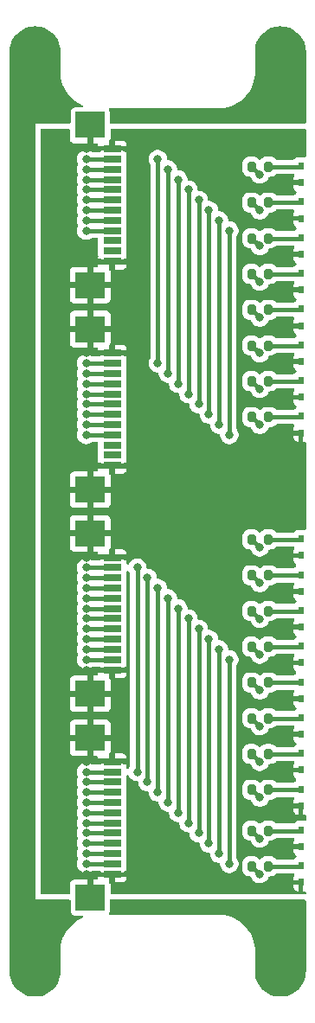
<source format=gbr>
%TF.GenerationSoftware,KiCad,Pcbnew,9.0.6*%
%TF.CreationDate,2025-12-05T20:43:44+03:00*%
%TF.ProjectId,PMLED-18,504d4c45-442d-4313-982e-6b696361645f,rev?*%
%TF.SameCoordinates,Original*%
%TF.FileFunction,Copper,L1,Top*%
%TF.FilePolarity,Positive*%
%FSLAX46Y46*%
G04 Gerber Fmt 4.6, Leading zero omitted, Abs format (unit mm)*
G04 Created by KiCad (PCBNEW 9.0.6) date 2025-12-05 20:43:44*
%MOMM*%
%LPD*%
G01*
G04 APERTURE LIST*
G04 Aperture macros list*
%AMRoundRect*
0 Rectangle with rounded corners*
0 $1 Rounding radius*
0 $2 $3 $4 $5 $6 $7 $8 $9 X,Y pos of 4 corners*
0 Add a 4 corners polygon primitive as box body*
4,1,4,$2,$3,$4,$5,$6,$7,$8,$9,$2,$3,0*
0 Add four circle primitives for the rounded corners*
1,1,$1+$1,$2,$3*
1,1,$1+$1,$4,$5*
1,1,$1+$1,$6,$7*
1,1,$1+$1,$8,$9*
0 Add four rect primitives between the rounded corners*
20,1,$1+$1,$2,$3,$4,$5,0*
20,1,$1+$1,$4,$5,$6,$7,0*
20,1,$1+$1,$6,$7,$8,$9,0*
20,1,$1+$1,$8,$9,$2,$3,0*%
G04 Aperture macros list end*
%TA.AperFunction,SMDPad,CuDef*%
%ADD10R,2.997200X2.590800*%
%TD*%
%TA.AperFunction,SMDPad,CuDef*%
%ADD11R,1.803400X0.635000*%
%TD*%
%TA.AperFunction,SMDPad,CuDef*%
%ADD12RoundRect,0.200000X-0.200000X-0.275000X0.200000X-0.275000X0.200000X0.275000X-0.200000X0.275000X0*%
%TD*%
%TA.AperFunction,SMDPad,CuDef*%
%ADD13R,0.480000X0.770000*%
%TD*%
%TA.AperFunction,ComponentPad*%
%ADD14C,0.700000*%
%TD*%
%TA.AperFunction,ComponentPad*%
%ADD15C,4.400000*%
%TD*%
%TA.AperFunction,ViaPad*%
%ADD16C,0.800000*%
%TD*%
%TA.AperFunction,Conductor*%
%ADD17C,0.400000*%
%TD*%
%TA.AperFunction,Conductor*%
%ADD18C,0.300000*%
%TD*%
G04 APERTURE END LIST*
D10*
%TO.P,J1,13,Pin_11*%
%TO.N,GND*%
X-6614001Y22149997D03*
X-6614001Y37850003D03*
D11*
%TO.P,J1,12,Pin_11*%
X-4444000Y24500008D03*
%TO.P,J1,11,Pin_11*%
%TO.N,unconnected-(J1-Pin_11-Pad11)*%
X-4444000Y25500006D03*
%TO.P,J1,10,Pin_10*%
%TO.N,unconnected-(J1-Pin_10-Pad10)*%
X-4444000Y26500004D03*
%TO.P,J1,9,Pin_9*%
%TO.N,/LEDa.7*%
X-4444000Y27500002D03*
%TO.P,J1,8,Pin_8*%
%TO.N,/LEDa.6*%
X-4444000Y28500000D03*
%TO.P,J1,7,Pin_7*%
%TO.N,/LEDa.5*%
X-4444000Y29500000D03*
%TO.P,J1,6,Pin_6*%
%TO.N,/LEDa.4*%
X-4444000Y30500000D03*
%TO.P,J1,5,Pin_5*%
%TO.N,/LEDa.3*%
X-4444000Y31500000D03*
%TO.P,J1,4,Pin_4*%
%TO.N,/LEDa.2*%
X-4444000Y32499998D03*
%TO.P,J1,3,Pin_3*%
%TO.N,/LEDa.1*%
X-4444000Y33499996D03*
%TO.P,J1,2,Pin_2*%
%TO.N,/LEDa.0*%
X-4444000Y34499994D03*
%TO.P,J1,1,Pin_1*%
%TO.N,GND*%
X-4444000Y35499992D03*
%TD*%
D12*
%TO.P,R17,2*%
%TO.N,Net-(D17-A)*%
X10825000Y-31250000D03*
%TO.P,R17,1*%
%TO.N,/LEDc.0*%
X9175000Y-31250000D03*
%TD*%
%TO.P,R18,2*%
%TO.N,Net-(D18-A)*%
X10825000Y-34750000D03*
%TO.P,R18,1*%
%TO.N,/LEDc.1*%
X9175000Y-34750000D03*
%TD*%
D13*
%TO.P,D5,1,K*%
%TO.N,GND*%
X14000000Y18185000D03*
%TO.P,D5,2,A*%
%TO.N,Net-(D5-A)*%
X14000000Y19815000D03*
%TD*%
%TO.P,D6,1,K*%
%TO.N,GND*%
X14000000Y14685000D03*
%TO.P,D6,2,A*%
%TO.N,Net-(D6-A)*%
X14000000Y16315000D03*
%TD*%
D12*
%TO.P,R2,1*%
%TO.N,/LEDa.1*%
X9175000Y30250000D03*
%TO.P,R2,2*%
%TO.N,Net-(D2-A)*%
X10825000Y30250000D03*
%TD*%
%TO.P,R1,1*%
%TO.N,/LEDa.0*%
X9175000Y33750000D03*
%TO.P,R1,2*%
%TO.N,Net-(D1-A)*%
X10825000Y33750000D03*
%TD*%
%TO.P,R8,1*%
%TO.N,/LEDa.7*%
X9175000Y9250000D03*
%TO.P,R8,2*%
%TO.N,Net-(D8-A)*%
X10825000Y9250000D03*
%TD*%
D13*
%TO.P,D4,1,K*%
%TO.N,GND*%
X14000000Y21685000D03*
%TO.P,D4,2,A*%
%TO.N,Net-(D4-A)*%
X14000000Y23315000D03*
%TD*%
%TO.P,D1,1,K*%
%TO.N,GND*%
X14000000Y32185000D03*
%TO.P,D1,2,A*%
%TO.N,Net-(D1-A)*%
X14000000Y33815000D03*
%TD*%
%TO.P,D7,1,K*%
%TO.N,GND*%
X14000000Y11185000D03*
%TO.P,D7,2,A*%
%TO.N,Net-(D7-A)*%
X14000000Y12815000D03*
%TD*%
D12*
%TO.P,R7,1*%
%TO.N,/LEDa.6*%
X9175000Y12750000D03*
%TO.P,R7,2*%
%TO.N,Net-(D7-A)*%
X10825000Y12750000D03*
%TD*%
%TO.P,R6,1*%
%TO.N,/LEDa.5*%
X9175000Y16250000D03*
%TO.P,R6,2*%
%TO.N,Net-(D6-A)*%
X10825000Y16250000D03*
%TD*%
%TO.P,R4,1*%
%TO.N,/LEDa.3*%
X9175000Y23250000D03*
%TO.P,R4,2*%
%TO.N,Net-(D4-A)*%
X10825000Y23250000D03*
%TD*%
D13*
%TO.P,D3,1,K*%
%TO.N,GND*%
X14000000Y25185000D03*
%TO.P,D3,2,A*%
%TO.N,Net-(D3-A)*%
X14000000Y26815000D03*
%TD*%
%TO.P,D2,1,K*%
%TO.N,GND*%
X14000000Y28685000D03*
%TO.P,D2,2,A*%
%TO.N,Net-(D2-A)*%
X14000000Y30315000D03*
%TD*%
D12*
%TO.P,R3,1*%
%TO.N,/LEDa.2*%
X9175000Y26750000D03*
%TO.P,R3,2*%
%TO.N,Net-(D3-A)*%
X10825000Y26750000D03*
%TD*%
D13*
%TO.P,D8,1,K*%
%TO.N,GND*%
X14000000Y7685000D03*
%TO.P,D8,2,A*%
%TO.N,Net-(D8-A)*%
X14000000Y9315000D03*
%TD*%
D12*
%TO.P,R5,1*%
%TO.N,/LEDa.4*%
X9175000Y19750000D03*
%TO.P,R5,2*%
%TO.N,Net-(D5-A)*%
X10825000Y19750000D03*
%TD*%
D13*
%TO.P,D12,1,K*%
%TO.N,GND*%
X14000000Y-14815000D03*
%TO.P,D12,2,A*%
%TO.N,Net-(D12-A)*%
X14000000Y-13185000D03*
%TD*%
D12*
%TO.P,R10,1*%
%TO.N,/LEDb.1*%
X9175000Y-6250000D03*
%TO.P,R10,2*%
%TO.N,Net-(D10-A)*%
X10825000Y-6250000D03*
%TD*%
%TO.P,R9,1*%
%TO.N,/LEDb.0*%
X9175000Y-2750000D03*
%TO.P,R9,2*%
%TO.N,Net-(D9-A)*%
X10825000Y-2750000D03*
%TD*%
%TO.P,R12,1*%
%TO.N,/LEDb.3*%
X9175000Y-13250000D03*
%TO.P,R12,2*%
%TO.N,Net-(D12-A)*%
X10825000Y-13250000D03*
%TD*%
D13*
%TO.P,D10,1,K*%
%TO.N,GND*%
X14000000Y-7815000D03*
%TO.P,D10,2,A*%
%TO.N,Net-(D10-A)*%
X14000000Y-6185000D03*
%TD*%
D12*
%TO.P,R14,1*%
%TO.N,/LEDb.5*%
X9175000Y-20250000D03*
%TO.P,R14,2*%
%TO.N,Net-(D14-A)*%
X10825000Y-20250000D03*
%TD*%
D13*
%TO.P,D17,1,K*%
%TO.N,GND*%
X14000000Y-32815000D03*
%TO.P,D17,2,A*%
%TO.N,Net-(D17-A)*%
X14000000Y-31185000D03*
%TD*%
%TO.P,D9,1,K*%
%TO.N,GND*%
X14000000Y-4315000D03*
%TO.P,D9,2,A*%
%TO.N,Net-(D9-A)*%
X14000000Y-2685000D03*
%TD*%
D14*
%TO.P,H5,1,1*%
%TO.N,PE*%
X-13650000Y-45000000D03*
X-13166726Y-43833274D03*
X-13166726Y-46166726D03*
X-12000000Y-43350000D03*
D15*
X-12000000Y-45000000D03*
D14*
X-12000000Y-46650000D03*
X-10833274Y-43833274D03*
X-10833274Y-46166726D03*
X-10350000Y-45000000D03*
%TD*%
D12*
%TO.P,R15,1*%
%TO.N,/LEDb.6*%
X9175000Y-23750000D03*
%TO.P,R15,2*%
%TO.N,Net-(D15-A)*%
X10825000Y-23750000D03*
%TD*%
%TO.P,R16,1*%
%TO.N,/LEDb.7*%
X9175000Y-27250000D03*
%TO.P,R16,2*%
%TO.N,Net-(D16-A)*%
X10825000Y-27250000D03*
%TD*%
D13*
%TO.P,D11,1,K*%
%TO.N,GND*%
X14000000Y-11315000D03*
%TO.P,D11,2,A*%
%TO.N,Net-(D11-A)*%
X14000000Y-9685000D03*
%TD*%
%TO.P,D16,1,K*%
%TO.N,GND*%
X14000000Y-28815000D03*
%TO.P,D16,2,A*%
%TO.N,Net-(D16-A)*%
X14000000Y-27185000D03*
%TD*%
D12*
%TO.P,R11,1*%
%TO.N,/LEDb.2*%
X9175000Y-9750000D03*
%TO.P,R11,2*%
%TO.N,Net-(D11-A)*%
X10825000Y-9750000D03*
%TD*%
D14*
%TO.P,H1,1,1*%
%TO.N,PE*%
X-13650000Y45000000D03*
X-13166726Y46166726D03*
X-13166726Y43833274D03*
X-12000000Y46650000D03*
D15*
X-12000000Y45000000D03*
D14*
X-12000000Y43350000D03*
X-10833274Y46166726D03*
X-10833274Y43833274D03*
X-10350000Y45000000D03*
%TD*%
D12*
%TO.P,R13,1*%
%TO.N,/LEDb.4*%
X9175000Y-16750000D03*
%TO.P,R13,2*%
%TO.N,Net-(D13-A)*%
X10825000Y-16750000D03*
%TD*%
D13*
%TO.P,D15,1,K*%
%TO.N,GND*%
X14000000Y-25315000D03*
%TO.P,D15,2,A*%
%TO.N,Net-(D15-A)*%
X14000000Y-23685000D03*
%TD*%
D11*
%TO.P,J3,1,Pin_1*%
%TO.N,GND*%
X-4444000Y-4500008D03*
%TO.P,J3,2,Pin_2*%
%TO.N,/LEDb.0*%
X-4444000Y-5500006D03*
%TO.P,J3,3,Pin_3*%
%TO.N,/LEDb.1*%
X-4444000Y-6500004D03*
%TO.P,J3,4,Pin_4*%
%TO.N,/LEDb.2*%
X-4444000Y-7500002D03*
%TO.P,J3,5,Pin_5*%
%TO.N,/LEDb.3*%
X-4444000Y-8500000D03*
%TO.P,J3,6,Pin_6*%
%TO.N,/LEDb.4*%
X-4444000Y-9500000D03*
%TO.P,J3,7,Pin_7*%
%TO.N,/LEDb.5*%
X-4444000Y-10500000D03*
%TO.P,J3,8,Pin_8*%
%TO.N,/LEDb.6*%
X-4444000Y-11500000D03*
%TO.P,J3,9,Pin_9*%
%TO.N,/LEDb.7*%
X-4444000Y-12499998D03*
%TO.P,J3,10,Pin_10*%
%TO.N,/LEDc.0*%
X-4444000Y-13499996D03*
%TO.P,J3,11,Pin_11*%
%TO.N,/LEDc.1*%
X-4444000Y-14499994D03*
%TO.P,J3,12,Pin_11*%
%TO.N,GND*%
X-4444000Y-15499992D03*
D10*
%TO.P,J3,13,Pin_11*%
X-6614001Y-2149997D03*
X-6614001Y-17850003D03*
%TD*%
D14*
%TO.P,H3,1,1*%
%TO.N,PE*%
X10350000Y-45000000D03*
X10833274Y-43833274D03*
X10833274Y-46166726D03*
X12000000Y-43350000D03*
D15*
X12000000Y-45000000D03*
D14*
X12000000Y-46650000D03*
X13166726Y-43833274D03*
X13166726Y-46166726D03*
X13650000Y-45000000D03*
%TD*%
D13*
%TO.P,D18,1,K*%
%TO.N,GND*%
X14000000Y-36315000D03*
%TO.P,D18,2,A*%
%TO.N,Net-(D18-A)*%
X14000000Y-34685000D03*
%TD*%
D14*
%TO.P,H2,1,1*%
%TO.N,PE*%
X10350000Y45000000D03*
X10833274Y46166726D03*
X10833274Y43833274D03*
X12000000Y46650000D03*
D15*
X12000000Y45000000D03*
D14*
X12000000Y43350000D03*
X13166726Y46166726D03*
X13166726Y43833274D03*
X13650000Y45000000D03*
%TD*%
D11*
%TO.P,J2,1,Pin_1*%
%TO.N,GND*%
X-4444000Y15499992D03*
%TO.P,J2,2,Pin_2*%
%TO.N,/LEDa.0*%
X-4444000Y14499994D03*
%TO.P,J2,3,Pin_3*%
%TO.N,/LEDa.1*%
X-4444000Y13499996D03*
%TO.P,J2,4,Pin_4*%
%TO.N,/LEDa.2*%
X-4444000Y12499998D03*
%TO.P,J2,5,Pin_5*%
%TO.N,/LEDa.3*%
X-4444000Y11500000D03*
%TO.P,J2,6,Pin_6*%
%TO.N,/LEDa.4*%
X-4444000Y10500000D03*
%TO.P,J2,7,Pin_7*%
%TO.N,/LEDa.5*%
X-4444000Y9500000D03*
%TO.P,J2,8,Pin_8*%
%TO.N,/LEDa.6*%
X-4444000Y8500000D03*
%TO.P,J2,9,Pin_9*%
%TO.N,/LEDa.7*%
X-4444000Y7500002D03*
%TO.P,J2,10,Pin_10*%
%TO.N,unconnected-(J2-Pin_10-Pad10)*%
X-4444000Y6500004D03*
%TO.P,J2,11,Pin_11*%
%TO.N,unconnected-(J2-Pin_11-Pad11)*%
X-4444000Y5500006D03*
%TO.P,J2,12,Pin_11*%
%TO.N,GND*%
X-4444000Y4500008D03*
D10*
%TO.P,J2,13,Pin_11*%
X-6614001Y17850003D03*
X-6614001Y2149997D03*
%TD*%
D13*
%TO.P,D14,1,K*%
%TO.N,GND*%
X14000000Y-21815000D03*
%TO.P,D14,2,A*%
%TO.N,Net-(D14-A)*%
X14000000Y-20185000D03*
%TD*%
D11*
%TO.P,J4,1,Pin_1*%
%TO.N,GND*%
X-4444000Y-24500008D03*
%TO.P,J4,2,Pin_2*%
%TO.N,/LEDb.0*%
X-4444000Y-25500006D03*
%TO.P,J4,3,Pin_3*%
%TO.N,/LEDb.1*%
X-4444000Y-26500004D03*
%TO.P,J4,4,Pin_4*%
%TO.N,/LEDb.2*%
X-4444000Y-27500002D03*
%TO.P,J4,5,Pin_5*%
%TO.N,/LEDb.3*%
X-4444000Y-28500000D03*
%TO.P,J4,6,Pin_6*%
%TO.N,/LEDb.4*%
X-4444000Y-29500000D03*
%TO.P,J4,7,Pin_7*%
%TO.N,/LEDb.5*%
X-4444000Y-30500000D03*
%TO.P,J4,8,Pin_8*%
%TO.N,/LEDb.6*%
X-4444000Y-31500000D03*
%TO.P,J4,9,Pin_9*%
%TO.N,/LEDb.7*%
X-4444000Y-32499998D03*
%TO.P,J4,10,Pin_10*%
%TO.N,/LEDc.0*%
X-4444000Y-33499996D03*
%TO.P,J4,11,Pin_11*%
%TO.N,/LEDc.1*%
X-4444000Y-34499994D03*
%TO.P,J4,12,Pin_11*%
%TO.N,GND*%
X-4444000Y-35499992D03*
D10*
%TO.P,J4,13,Pin_11*%
X-6614001Y-22149997D03*
X-6614001Y-37850003D03*
%TD*%
D13*
%TO.P,D13,1,K*%
%TO.N,GND*%
X14000000Y-18315000D03*
%TO.P,D13,2,A*%
%TO.N,Net-(D13-A)*%
X14000000Y-16685000D03*
%TD*%
D16*
%TO.N,/LEDc.0*%
X9986504Y-32009286D03*
%TO.N,/LEDc.1*%
X9986504Y-35509286D03*
%TO.N,/LEDa.6*%
X9986504Y11990714D03*
%TO.N,/LEDa.1*%
X9986504Y29490714D03*
%TO.N,/LEDa.0*%
X9986504Y32990714D03*
%TO.N,/LEDa.5*%
X9986504Y15490714D03*
%TO.N,/LEDa.7*%
X9986504Y8490714D03*
%TO.N,/LEDa.4*%
X9986504Y18990714D03*
%TO.N,/LEDa.3*%
X9986504Y22490714D03*
%TO.N,/LEDa.2*%
X9986504Y25990714D03*
%TO.N,GND*%
X-7000000Y-24500000D03*
X-7000000Y-4500000D03*
X-7000000Y15500000D03*
X-7000000Y-15500000D03*
X-7000000Y35500000D03*
X-7000000Y24500000D03*
X-7000000Y-35500000D03*
X-7000000Y4500000D03*
%TO.N,/LEDa.2*%
X-7000000Y32500000D03*
X2000000Y32500000D03*
X-7000000Y12500000D03*
X2000000Y12500000D03*
%TO.N,/LEDa.3*%
X-7000000Y11500000D03*
X-7000000Y31500000D03*
X3000000Y31500000D03*
X3000000Y11500000D03*
%TO.N,/LEDa.4*%
X-7000000Y30500000D03*
X-7000000Y10500000D03*
X4000000Y10500000D03*
X4000000Y30500000D03*
%TO.N,/LEDa.7*%
X-7000000Y27500000D03*
X7000000Y7500000D03*
X7000000Y27500000D03*
X-7000000Y7500000D03*
%TO.N,/LEDa.5*%
X5000000Y29500000D03*
X5000000Y9500000D03*
X-7000000Y9500000D03*
X-7000000Y29500000D03*
%TO.N,/LEDa.0*%
X0Y14500000D03*
X-7000000Y14500000D03*
X-7000000Y34500000D03*
X0Y34500000D03*
%TO.N,/LEDa.1*%
X1000000Y13500000D03*
X-7000000Y13500000D03*
X1000000Y33500000D03*
X-7000000Y33500000D03*
%TO.N,/LEDa.6*%
X6000000Y28500000D03*
X-7000000Y8500000D03*
X-7000000Y28500000D03*
X6000000Y8500000D03*
%TO.N,/LEDb.6*%
X4000000Y-31500000D03*
X4000000Y-11500000D03*
X-7000000Y-31500000D03*
X-7000000Y-11500000D03*
X9986504Y-24509286D03*
%TO.N,/LEDc.0*%
X6000000Y-33500000D03*
X6000000Y-13500000D03*
X-7000000Y-33500000D03*
X-7000000Y-13500000D03*
%TO.N,/LEDb.0*%
X-7000000Y-5500000D03*
X-2000000Y-5500000D03*
X-7000000Y-25500000D03*
X9986504Y-3509286D03*
X-2000000Y-25500000D03*
%TO.N,/LEDb.2*%
X-7000000Y-27500000D03*
X0Y-7500000D03*
X-7000000Y-7500000D03*
X0Y-27500000D03*
X9986504Y-10509286D03*
%TO.N,/LEDb.5*%
X-7000000Y-30500000D03*
X3000000Y-10500000D03*
X3000000Y-30500000D03*
X9986504Y-21009286D03*
X-7000000Y-10500000D03*
%TO.N,/LEDb.1*%
X-1000000Y-6500000D03*
X-7000000Y-6500000D03*
X-7000000Y-26500000D03*
X-1000000Y-26500000D03*
X9986504Y-7009286D03*
%TO.N,/LEDc.1*%
X-7000000Y-14500000D03*
X-7000000Y-34500000D03*
X7000000Y-34500000D03*
X7000000Y-14500000D03*
%TO.N,/LEDb.4*%
X-7000000Y-29500000D03*
X2000000Y-9500000D03*
X-7000000Y-9500000D03*
X9986504Y-17509286D03*
X2000000Y-29500000D03*
%TO.N,/LEDb.7*%
X5000000Y-32500000D03*
X9986504Y-28009286D03*
X-7000000Y-32500000D03*
X-7000000Y-12500000D03*
X5000000Y-12500000D03*
%TO.N,/LEDb.3*%
X-7000000Y-28500000D03*
X9986504Y-14009286D03*
X-7000000Y-8500000D03*
X1000000Y-8500000D03*
X1000000Y-28500000D03*
%TD*%
D17*
%TO.N,/LEDc.1*%
X9175000Y-34750000D02*
X9227218Y-34750000D01*
X9227218Y-34750000D02*
X9986504Y-35509286D01*
%TO.N,/LEDc.0*%
X9175000Y-31250000D02*
X9227218Y-31250000D01*
X9227218Y-31250000D02*
X9986504Y-32009286D01*
%TO.N,Net-(D18-A)*%
X10825000Y-34750000D02*
X13935000Y-34750000D01*
%TO.N,Net-(D17-A)*%
X10825000Y-31250000D02*
X13935000Y-31250000D01*
%TO.N,Net-(D16-A)*%
X10825000Y-27250000D02*
X13935000Y-27250000D01*
%TO.N,Net-(D15-A)*%
X10825000Y-23750000D02*
X13935000Y-23750000D01*
%TO.N,Net-(D14-A)*%
X10825000Y-20250000D02*
X13935000Y-20250000D01*
%TO.N,Net-(D13-A)*%
X10825000Y-16750000D02*
X13935000Y-16750000D01*
%TO.N,Net-(D12-A)*%
X10825000Y-13250000D02*
X13935000Y-13250000D01*
%TO.N,/LEDb.3*%
X9175000Y-13250000D02*
X9227218Y-13250000D01*
X9227218Y-13250000D02*
X9986504Y-14009286D01*
%TO.N,/LEDb.0*%
X9175000Y-2750000D02*
X9227218Y-2750000D01*
X9227218Y-2750000D02*
X9986504Y-3509286D01*
%TO.N,/LEDb.1*%
X9175000Y-6250000D02*
X9227218Y-6250000D01*
X9227218Y-6250000D02*
X9986504Y-7009286D01*
%TO.N,/LEDb.2*%
X9175000Y-9750000D02*
X9227218Y-9750000D01*
X9227218Y-9750000D02*
X9986504Y-10509286D01*
%TO.N,Net-(D11-A)*%
X10825000Y-9750000D02*
X13935000Y-9750000D01*
%TO.N,Net-(D10-A)*%
X10825000Y-6250000D02*
X13935000Y-6250000D01*
%TO.N,Net-(D9-A)*%
X10825000Y-2750000D02*
X13935000Y-2750000D01*
%TO.N,/LEDb.7*%
X9986504Y-28009286D02*
X9227218Y-27250000D01*
X9227218Y-27250000D02*
X9175000Y-27250000D01*
%TO.N,/LEDb.6*%
X9986504Y-24509286D02*
X9227218Y-23750000D01*
X9227218Y-23750000D02*
X9175000Y-23750000D01*
%TO.N,/LEDb.5*%
X9986504Y-21009286D02*
X9227218Y-20250000D01*
X9227218Y-20250000D02*
X9175000Y-20250000D01*
%TO.N,/LEDb.4*%
X9986504Y-17509286D02*
X9227218Y-16750000D01*
X9227218Y-16750000D02*
X9175000Y-16750000D01*
%TO.N,/LEDa.7*%
X9227218Y9250000D02*
X9175000Y9250000D01*
X9986504Y8490714D02*
X9227218Y9250000D01*
%TO.N,/LEDa.0*%
X9986504Y32990714D02*
X9227218Y33750000D01*
X9227218Y33750000D02*
X9175000Y33750000D01*
%TO.N,/LEDa.1*%
X9227218Y30250000D02*
X9175000Y30250000D01*
X9986504Y29490714D02*
X9227218Y30250000D01*
%TO.N,/LEDa.2*%
X9986504Y25990714D02*
X9227218Y26750000D01*
X9227218Y26750000D02*
X9175000Y26750000D01*
%TO.N,/LEDa.3*%
X9227218Y23250000D02*
X9175000Y23250000D01*
X9986504Y22490714D02*
X9227218Y23250000D01*
%TO.N,/LEDa.4*%
X9986504Y18990714D02*
X9227218Y19750000D01*
X9227218Y19750000D02*
X9175000Y19750000D01*
%TO.N,/LEDa.5*%
X9986504Y15490714D02*
X9227218Y16250000D01*
X9227218Y16250000D02*
X9175000Y16250000D01*
%TO.N,/LEDa.6*%
X9986504Y11990714D02*
X9227218Y12750000D01*
X9227218Y12750000D02*
X9175000Y12750000D01*
%TO.N,Net-(D8-A)*%
X10825000Y9250000D02*
X13935000Y9250000D01*
%TO.N,Net-(D7-A)*%
X10825000Y12750000D02*
X13935000Y12750000D01*
%TO.N,Net-(D6-A)*%
X10825000Y16250000D02*
X13935000Y16250000D01*
%TO.N,Net-(D5-A)*%
X10825000Y19750000D02*
X13935000Y19750000D01*
%TO.N,Net-(D4-A)*%
X10825000Y23250000D02*
X13935000Y23250000D01*
%TO.N,Net-(D3-A)*%
X10825000Y26750000D02*
X13935000Y26750000D01*
%TO.N,Net-(D2-A)*%
X10825000Y30250000D02*
X13935000Y30250000D01*
%TO.N,Net-(D1-A)*%
X10825000Y33750000D02*
X13935000Y33750000D01*
D18*
%TO.N,Net-(D8-A)*%
X13935000Y9250000D02*
X14000000Y9315000D01*
%TO.N,Net-(D7-A)*%
X13935000Y12750000D02*
X14000000Y12815000D01*
%TO.N,Net-(D6-A)*%
X13935000Y16250000D02*
X14000000Y16315000D01*
%TO.N,Net-(D5-A)*%
X13935000Y19750000D02*
X14000000Y19815000D01*
%TO.N,Net-(D4-A)*%
X13935000Y23250000D02*
X14000000Y23315000D01*
%TO.N,Net-(D3-A)*%
X13935000Y26750000D02*
X14000000Y26815000D01*
%TO.N,Net-(D2-A)*%
X13935000Y30250000D02*
X14000000Y30315000D01*
%TO.N,Net-(D1-A)*%
X13935000Y33750000D02*
X14000000Y33815000D01*
%TO.N,GND*%
X13935000Y32000000D02*
X14000000Y32065000D01*
%TO.N,Net-(D9-A)*%
X13935000Y-2750000D02*
X14000000Y-2685000D01*
%TO.N,Net-(D10-A)*%
X13935000Y-6250000D02*
X14000000Y-6185000D01*
%TO.N,Net-(D11-A)*%
X13935000Y-9750000D02*
X14000000Y-9685000D01*
%TO.N,Net-(D12-A)*%
X13935000Y-13250000D02*
X14000000Y-13185000D01*
%TO.N,Net-(D13-A)*%
X13935000Y-16750000D02*
X14000000Y-16685000D01*
%TO.N,Net-(D14-A)*%
X13935000Y-20250000D02*
X14000000Y-20185000D01*
%TO.N,Net-(D15-A)*%
X13935000Y-23750000D02*
X14000000Y-23685000D01*
%TO.N,Net-(D16-A)*%
X13935000Y-27250000D02*
X14000000Y-27185000D01*
%TO.N,Net-(D17-A)*%
X13935000Y-31250000D02*
X14000000Y-31185000D01*
%TO.N,Net-(D18-A)*%
X13935000Y-34750000D02*
X14000000Y-34685000D01*
D17*
%TO.N,/LEDa.2*%
X2000000Y32500000D02*
X2000000Y12500000D01*
X-7000000Y32500000D02*
X-4444006Y32500000D01*
X-7000000Y12500000D02*
X-4444006Y12500000D01*
%TO.N,/LEDa.3*%
X3000000Y31500000D02*
X3000000Y11500000D01*
X-7000000Y11500000D02*
X-4444006Y11500000D01*
X-7000000Y31500000D02*
X-4444006Y31500000D01*
%TO.N,/LEDa.4*%
X4000000Y30500000D02*
X4000000Y10500000D01*
X-7000000Y30500000D02*
X-4444006Y30500000D01*
X-7000000Y10500000D02*
X-4444006Y10500000D01*
%TO.N,/LEDa.7*%
X-7000000Y27500000D02*
X-4444006Y27500000D01*
X7000000Y27500000D02*
X7000000Y7500000D01*
X-7000000Y7500000D02*
X-4444006Y7500000D01*
%TO.N,/LEDa.5*%
X-7000000Y9500000D02*
X-4444006Y9500000D01*
X-7000000Y29500000D02*
X-4444006Y29500000D01*
X5000000Y29500000D02*
X5000000Y9500000D01*
%TO.N,/LEDa.0*%
X-7000000Y14500000D02*
X-4444006Y14500000D01*
X-4444006Y34500000D02*
X-4444000Y34499994D01*
X0Y34500000D02*
X0Y14500000D01*
X-7000000Y34500000D02*
X-4444006Y34500000D01*
%TO.N,/LEDa.1*%
X1000000Y33500000D02*
X1000000Y13500000D01*
X-7000000Y13500000D02*
X-4444006Y13500000D01*
X-7000000Y33500000D02*
X-4444006Y33500000D01*
%TO.N,/LEDa.6*%
X-7000000Y8500000D02*
X-4444006Y8500000D01*
X-7000000Y28500000D02*
X-4444006Y28500000D01*
X6000000Y28500000D02*
X6000000Y8500000D01*
%TO.N,/LEDb.6*%
X4000000Y-11500000D02*
X4000000Y-31500000D01*
X-7000000Y-31500000D02*
X-4444006Y-31500000D01*
X-7000000Y-11500000D02*
X-4444006Y-11500000D01*
%TO.N,/LEDc.0*%
X6000000Y-13500000D02*
X6000000Y-33500000D01*
X-7000000Y-33500000D02*
X-4444006Y-33500000D01*
X-7000000Y-13500000D02*
X-4444006Y-13500000D01*
%TO.N,/LEDb.0*%
X-2000000Y-5500000D02*
X-2000000Y-25500000D01*
X-7000000Y-5500000D02*
X-4444006Y-5500000D01*
X-7000000Y-25500000D02*
X-4444006Y-25500000D01*
%TO.N,/LEDb.2*%
X0Y-7500000D02*
X0Y-27500000D01*
X-7000000Y-27500000D02*
X-4444006Y-27500000D01*
X-7000000Y-7500000D02*
X-4444006Y-7500000D01*
%TO.N,/LEDb.5*%
X-7000000Y-10500000D02*
X-4444006Y-10500000D01*
X-7000000Y-30500000D02*
X-4444006Y-30500000D01*
X3000000Y-10500000D02*
X3000000Y-30500000D01*
%TO.N,/LEDb.1*%
X-7000000Y-26500000D02*
X-4444006Y-26500000D01*
X-7000000Y-6500000D02*
X-4444006Y-6500000D01*
X-1000000Y-6500000D02*
X-1000000Y-26500000D01*
%TO.N,/LEDc.1*%
X7000000Y-14500000D02*
X7000000Y-34500000D01*
X-7000000Y-14500000D02*
X-4444006Y-14500000D01*
X-7000000Y-34500000D02*
X-4444006Y-34500000D01*
%TO.N,/LEDb.4*%
X-7000000Y-9500000D02*
X-4444006Y-9500000D01*
X2000000Y-9500000D02*
X2000000Y-29500000D01*
X-7000000Y-29500000D02*
X-4444006Y-29500000D01*
%TO.N,/LEDb.7*%
X-7000000Y-32500000D02*
X-4444006Y-32500000D01*
X5000000Y-12500000D02*
X5000000Y-32500000D01*
X-7000000Y-12500000D02*
X-4444006Y-12500000D01*
%TO.N,/LEDb.3*%
X-7000000Y-28500000D02*
X-4444006Y-28500000D01*
X-7000000Y-8500000D02*
X-4444006Y-8500000D01*
X1000000Y-8500000D02*
X1000000Y-28500000D01*
%TD*%
%TA.AperFunction,Conductor*%
%TO.N,GND*%
G36*
X-6370962Y37830318D02*
G01*
X-6325207Y37777514D01*
X-6314001Y37726003D01*
X-6314001Y36054603D01*
X-5963396Y36054603D01*
X-5896357Y36034918D01*
X-5850602Y35982114D01*
X-5840107Y35917347D01*
X-5845700Y35865337D01*
X-5845700Y35799992D01*
X-4744000Y35799992D01*
X-4144000Y35799992D01*
X-3042300Y35799992D01*
X-3042300Y35865320D01*
X-3042301Y35865337D01*
X-3048702Y35924865D01*
X-3048704Y35924872D01*
X-3098946Y36059579D01*
X-3098950Y36059586D01*
X-3185110Y36174680D01*
X-3185113Y36174683D01*
X-3300207Y36260843D01*
X-3300214Y36260847D01*
X-3434921Y36311089D01*
X-3434928Y36311091D01*
X-3494456Y36317492D01*
X-4144000Y36317492D01*
X-4144000Y35799992D01*
X-4744000Y35799992D01*
X-4744000Y36323492D01*
X-4724315Y36390531D01*
X-4672868Y36435657D01*
X-4620388Y36460394D01*
X-4615403Y36506765D01*
X-4615401Y36506784D01*
X-4615401Y37370500D01*
X-4595716Y37437539D01*
X-4542912Y37483294D01*
X-4491401Y37494500D01*
X14371208Y37494500D01*
X14438247Y37474815D01*
X14484002Y37422011D01*
X14495208Y37370500D01*
X14495208Y34815900D01*
X14475523Y34748861D01*
X14422719Y34703106D01*
X14355210Y34693400D01*
X14355196Y34693261D01*
X14354654Y34693320D01*
X14353561Y34693162D01*
X14350213Y34693797D01*
X14347484Y34694091D01*
X14347483Y34694091D01*
X14287873Y34700500D01*
X14287863Y34700500D01*
X13712129Y34700500D01*
X13712123Y34700499D01*
X13652516Y34694092D01*
X13517671Y34643798D01*
X13517664Y34643794D01*
X13402457Y34557549D01*
X13402451Y34557543D01*
X13359515Y34500188D01*
X13303581Y34458318D01*
X13260249Y34450500D01*
X11641520Y34450500D01*
X11574481Y34470185D01*
X11553839Y34486819D01*
X11460188Y34580470D01*
X11371379Y34634157D01*
X11314606Y34668478D01*
X11152196Y34719086D01*
X11152194Y34719087D01*
X11152192Y34719087D01*
X11102778Y34723577D01*
X11081616Y34725500D01*
X10568384Y34725500D01*
X10549145Y34723752D01*
X10497807Y34719087D01*
X10335393Y34668478D01*
X10189811Y34580470D01*
X10189810Y34580469D01*
X10087681Y34478339D01*
X10026358Y34444854D01*
X9956666Y34449838D01*
X9912319Y34478339D01*
X9810188Y34580470D01*
X9721379Y34634157D01*
X9664606Y34668478D01*
X9502196Y34719086D01*
X9502194Y34719087D01*
X9502192Y34719087D01*
X9452778Y34723577D01*
X9431616Y34725500D01*
X8918384Y34725500D01*
X8899145Y34723752D01*
X8847807Y34719087D01*
X8685393Y34668478D01*
X8539811Y34580470D01*
X8419530Y34460189D01*
X8331522Y34314607D01*
X8280913Y34152193D01*
X8274500Y34081614D01*
X8274500Y33418387D01*
X8280913Y33347808D01*
X8280913Y33347806D01*
X8280914Y33347804D01*
X8331522Y33185394D01*
X8415386Y33046666D01*
X8419530Y33039812D01*
X8539811Y32919531D01*
X8539813Y32919530D01*
X8539815Y32919528D01*
X8685394Y32831522D01*
X8847804Y32780914D01*
X8918384Y32774500D01*
X9018515Y32774500D01*
X9085554Y32754815D01*
X9131309Y32702011D01*
X9133076Y32697952D01*
X9188487Y32564174D01*
X9188494Y32564161D01*
X9287039Y32416680D01*
X9287042Y32416676D01*
X9412465Y32291253D01*
X9412469Y32291250D01*
X9559950Y32192705D01*
X9559963Y32192698D01*
X9682867Y32141791D01*
X9723838Y32124820D01*
X9723840Y32124820D01*
X9723845Y32124818D01*
X9897808Y32090215D01*
X9897811Y32090214D01*
X9897813Y32090214D01*
X10075197Y32090214D01*
X10075198Y32090215D01*
X10133186Y32101750D01*
X10249162Y32124818D01*
X10249165Y32124820D01*
X10249170Y32124820D01*
X10413051Y32192701D01*
X10560539Y32291250D01*
X10685968Y32416679D01*
X10784517Y32564167D01*
X10839932Y32697952D01*
X10883772Y32752356D01*
X10950066Y32774421D01*
X10954493Y32774500D01*
X11081613Y32774500D01*
X11081616Y32774500D01*
X11152196Y32780914D01*
X11314606Y32831522D01*
X11460185Y32919528D01*
X11497319Y32956662D01*
X11553839Y33013181D01*
X11615162Y33046666D01*
X11641520Y33049500D01*
X13246651Y33049500D01*
X13313690Y33029815D01*
X13359445Y32977011D01*
X13369389Y32907853D01*
X13345917Y32851188D01*
X13316647Y32812090D01*
X13316645Y32812087D01*
X13266403Y32677380D01*
X13266401Y32677373D01*
X13260000Y32617845D01*
X13260000Y32425000D01*
X13876000Y32425000D01*
X13884685Y32422450D01*
X13893647Y32423738D01*
X13917687Y32412760D01*
X13943039Y32405315D01*
X13948966Y32398475D01*
X13957203Y32394713D01*
X13971492Y32372479D01*
X13988794Y32352511D01*
X13991081Y32341997D01*
X13994977Y32335935D01*
X14000000Y32301000D01*
X14000000Y32069000D01*
X13980315Y32001961D01*
X13927511Y31956206D01*
X13876000Y31945000D01*
X13260000Y31945000D01*
X13260000Y31752156D01*
X13266401Y31692628D01*
X13266403Y31692621D01*
X13316645Y31557914D01*
X13316649Y31557907D01*
X13402809Y31442813D01*
X13402812Y31442810D01*
X13525011Y31351331D01*
X13523365Y31349134D01*
X13562782Y31309724D01*
X13577640Y31241453D01*
X13553229Y31175986D01*
X13523766Y31150452D01*
X13524769Y31149112D01*
X13402457Y31057549D01*
X13402451Y31057543D01*
X13359515Y31000188D01*
X13303581Y30958318D01*
X13260249Y30950500D01*
X11641520Y30950500D01*
X11574481Y30970185D01*
X11553839Y30986819D01*
X11460188Y31080470D01*
X11371379Y31134157D01*
X11314606Y31168478D01*
X11152196Y31219086D01*
X11152194Y31219087D01*
X11152192Y31219087D01*
X11102778Y31223577D01*
X11081616Y31225500D01*
X10568384Y31225500D01*
X10549145Y31223752D01*
X10497807Y31219087D01*
X10335393Y31168478D01*
X10189811Y31080470D01*
X10189810Y31080469D01*
X10087681Y30978339D01*
X10026358Y30944854D01*
X9956666Y30949838D01*
X9912319Y30978339D01*
X9810188Y31080470D01*
X9721379Y31134157D01*
X9664606Y31168478D01*
X9502196Y31219086D01*
X9502194Y31219087D01*
X9502192Y31219087D01*
X9452778Y31223577D01*
X9431616Y31225500D01*
X8918384Y31225500D01*
X8899145Y31223752D01*
X8847807Y31219087D01*
X8685393Y31168478D01*
X8539811Y31080470D01*
X8419530Y30960189D01*
X8331522Y30814607D01*
X8280913Y30652193D01*
X8274500Y30581614D01*
X8274500Y29918387D01*
X8280913Y29847808D01*
X8280913Y29847806D01*
X8280914Y29847804D01*
X8331522Y29685394D01*
X8415386Y29546666D01*
X8419530Y29539812D01*
X8539811Y29419531D01*
X8539813Y29419530D01*
X8539815Y29419528D01*
X8685394Y29331522D01*
X8847804Y29280914D01*
X8918384Y29274500D01*
X9018515Y29274500D01*
X9085554Y29254815D01*
X9131309Y29202011D01*
X9133076Y29197952D01*
X9188487Y29064174D01*
X9188494Y29064161D01*
X9287039Y28916680D01*
X9287042Y28916676D01*
X9412465Y28791253D01*
X9412469Y28791250D01*
X9559950Y28692705D01*
X9559963Y28692698D01*
X9682867Y28641791D01*
X9723838Y28624820D01*
X9723840Y28624820D01*
X9723845Y28624818D01*
X9897808Y28590215D01*
X9897811Y28590214D01*
X9897813Y28590214D01*
X10075197Y28590214D01*
X10075198Y28590215D01*
X10133186Y28601750D01*
X10249162Y28624818D01*
X10249165Y28624820D01*
X10249170Y28624820D01*
X10413051Y28692701D01*
X10560539Y28791250D01*
X10685968Y28916679D01*
X10784517Y29064167D01*
X10788605Y29074035D01*
X10839932Y29197952D01*
X10883772Y29252356D01*
X10950066Y29274421D01*
X10954493Y29274500D01*
X11081613Y29274500D01*
X11081616Y29274500D01*
X11152196Y29280914D01*
X11314606Y29331522D01*
X11460185Y29419528D01*
X11476566Y29435909D01*
X11553839Y29513181D01*
X11615162Y29546666D01*
X11641520Y29549500D01*
X13246651Y29549500D01*
X13313690Y29529815D01*
X13359445Y29477011D01*
X13369389Y29407853D01*
X13345917Y29351188D01*
X13316647Y29312090D01*
X13316645Y29312087D01*
X13266403Y29177380D01*
X13266401Y29177373D01*
X13260000Y29117845D01*
X13260000Y28925000D01*
X13876000Y28925000D01*
X13884685Y28922450D01*
X13893647Y28923738D01*
X13917687Y28912760D01*
X13943039Y28905315D01*
X13948966Y28898475D01*
X13957203Y28894713D01*
X13971492Y28872479D01*
X13988794Y28852511D01*
X13991081Y28841997D01*
X13994977Y28835935D01*
X14000000Y28801000D01*
X14000000Y28569000D01*
X13980315Y28501961D01*
X13927511Y28456206D01*
X13876000Y28445000D01*
X13260000Y28445000D01*
X13260000Y28252156D01*
X13266401Y28192628D01*
X13266403Y28192621D01*
X13316645Y28057914D01*
X13316649Y28057907D01*
X13402809Y27942813D01*
X13402812Y27942810D01*
X13525011Y27851331D01*
X13523365Y27849134D01*
X13562782Y27809724D01*
X13577640Y27741453D01*
X13553229Y27675986D01*
X13523766Y27650452D01*
X13524769Y27649112D01*
X13402457Y27557549D01*
X13402451Y27557543D01*
X13359515Y27500188D01*
X13303581Y27458318D01*
X13260249Y27450500D01*
X11641520Y27450500D01*
X11574481Y27470185D01*
X11553839Y27486819D01*
X11460188Y27580470D01*
X11371379Y27634157D01*
X11314606Y27668478D01*
X11152196Y27719086D01*
X11152194Y27719087D01*
X11152192Y27719087D01*
X11102778Y27723577D01*
X11081616Y27725500D01*
X10568384Y27725500D01*
X10549145Y27723752D01*
X10497807Y27719087D01*
X10335393Y27668478D01*
X10189811Y27580470D01*
X10189810Y27580469D01*
X10087681Y27478339D01*
X10026358Y27444854D01*
X9956666Y27449838D01*
X9912319Y27478339D01*
X9810188Y27580470D01*
X9721379Y27634157D01*
X9664606Y27668478D01*
X9502196Y27719086D01*
X9502194Y27719087D01*
X9502192Y27719087D01*
X9452778Y27723577D01*
X9431616Y27725500D01*
X8918384Y27725500D01*
X8899145Y27723752D01*
X8847807Y27719087D01*
X8685393Y27668478D01*
X8539811Y27580470D01*
X8419530Y27460189D01*
X8331522Y27314607D01*
X8280913Y27152193D01*
X8274500Y27081614D01*
X8274500Y26418387D01*
X8280913Y26347808D01*
X8280913Y26347806D01*
X8280914Y26347804D01*
X8331522Y26185394D01*
X8417399Y26043336D01*
X8419530Y26039812D01*
X8539811Y25919531D01*
X8539813Y25919530D01*
X8539815Y25919528D01*
X8685394Y25831522D01*
X8847804Y25780914D01*
X8918384Y25774500D01*
X9018515Y25774500D01*
X9085554Y25754815D01*
X9131309Y25702011D01*
X9133076Y25697952D01*
X9188487Y25564174D01*
X9188494Y25564161D01*
X9287039Y25416680D01*
X9287042Y25416676D01*
X9412465Y25291253D01*
X9412469Y25291250D01*
X9559950Y25192705D01*
X9559963Y25192698D01*
X9682867Y25141791D01*
X9723838Y25124820D01*
X9723840Y25124820D01*
X9723845Y25124818D01*
X9897808Y25090215D01*
X9897811Y25090214D01*
X9897813Y25090214D01*
X10075197Y25090214D01*
X10075198Y25090215D01*
X10133186Y25101750D01*
X10249162Y25124818D01*
X10249165Y25124820D01*
X10249170Y25124820D01*
X10413051Y25192701D01*
X10560539Y25291250D01*
X10685968Y25416679D01*
X10784517Y25564167D01*
X10839932Y25697952D01*
X10883772Y25752356D01*
X10950066Y25774421D01*
X10954493Y25774500D01*
X11081613Y25774500D01*
X11081616Y25774500D01*
X11152196Y25780914D01*
X11314606Y25831522D01*
X11460185Y25919528D01*
X11497331Y25956674D01*
X11553839Y26013181D01*
X11615162Y26046666D01*
X11641520Y26049500D01*
X13246651Y26049500D01*
X13313690Y26029815D01*
X13359445Y25977011D01*
X13369389Y25907853D01*
X13345917Y25851188D01*
X13316647Y25812090D01*
X13316645Y25812087D01*
X13266403Y25677380D01*
X13266401Y25677373D01*
X13260000Y25617845D01*
X13260000Y25425000D01*
X13876000Y25425000D01*
X13884685Y25422450D01*
X13893647Y25423738D01*
X13917687Y25412760D01*
X13943039Y25405315D01*
X13948966Y25398475D01*
X13957203Y25394713D01*
X13971492Y25372479D01*
X13988794Y25352511D01*
X13991081Y25341997D01*
X13994977Y25335935D01*
X14000000Y25301000D01*
X14000000Y25069000D01*
X13980315Y25001961D01*
X13927511Y24956206D01*
X13876000Y24945000D01*
X13260000Y24945000D01*
X13260000Y24752156D01*
X13266401Y24692628D01*
X13266403Y24692621D01*
X13316645Y24557914D01*
X13316649Y24557907D01*
X13402809Y24442813D01*
X13402812Y24442810D01*
X13525011Y24351331D01*
X13523365Y24349134D01*
X13562782Y24309724D01*
X13577640Y24241453D01*
X13553229Y24175986D01*
X13523766Y24150452D01*
X13524769Y24149112D01*
X13402457Y24057549D01*
X13402451Y24057543D01*
X13359515Y24000188D01*
X13303581Y23958318D01*
X13260249Y23950500D01*
X11641520Y23950500D01*
X11574481Y23970185D01*
X11553839Y23986819D01*
X11460188Y24080470D01*
X11371379Y24134157D01*
X11314606Y24168478D01*
X11152196Y24219086D01*
X11152194Y24219087D01*
X11152192Y24219087D01*
X11102778Y24223577D01*
X11081616Y24225500D01*
X10568384Y24225500D01*
X10549145Y24223752D01*
X10497807Y24219087D01*
X10335393Y24168478D01*
X10189811Y24080470D01*
X10189810Y24080469D01*
X10087681Y23978339D01*
X10026358Y23944854D01*
X9956666Y23949838D01*
X9912319Y23978339D01*
X9810188Y24080470D01*
X9721379Y24134157D01*
X9664606Y24168478D01*
X9502196Y24219086D01*
X9502194Y24219087D01*
X9502192Y24219087D01*
X9452778Y24223577D01*
X9431616Y24225500D01*
X8918384Y24225500D01*
X8899145Y24223752D01*
X8847807Y24219087D01*
X8685393Y24168478D01*
X8539811Y24080470D01*
X8419530Y23960189D01*
X8331522Y23814607D01*
X8280913Y23652193D01*
X8274500Y23581614D01*
X8274500Y22918387D01*
X8280913Y22847808D01*
X8280913Y22847806D01*
X8280914Y22847804D01*
X8331522Y22685394D01*
X8415386Y22546666D01*
X8419530Y22539812D01*
X8539811Y22419531D01*
X8539813Y22419530D01*
X8539815Y22419528D01*
X8685394Y22331522D01*
X8847804Y22280914D01*
X8918384Y22274500D01*
X9018515Y22274500D01*
X9085554Y22254815D01*
X9131309Y22202011D01*
X9133076Y22197952D01*
X9188487Y22064174D01*
X9188494Y22064161D01*
X9287039Y21916680D01*
X9287042Y21916676D01*
X9412465Y21791253D01*
X9412469Y21791250D01*
X9559950Y21692705D01*
X9559963Y21692698D01*
X9682867Y21641791D01*
X9723838Y21624820D01*
X9723840Y21624820D01*
X9723845Y21624818D01*
X9897808Y21590215D01*
X9897811Y21590214D01*
X9897813Y21590214D01*
X10075197Y21590214D01*
X10075198Y21590215D01*
X10133186Y21601750D01*
X10249162Y21624818D01*
X10249165Y21624820D01*
X10249170Y21624820D01*
X10413051Y21692701D01*
X10560539Y21791250D01*
X10685968Y21916679D01*
X10784517Y22064167D01*
X10839932Y22197952D01*
X10883772Y22252356D01*
X10950066Y22274421D01*
X10954493Y22274500D01*
X11081613Y22274500D01*
X11081616Y22274500D01*
X11152196Y22280914D01*
X11314606Y22331522D01*
X11460185Y22419528D01*
X11490654Y22449997D01*
X11553839Y22513181D01*
X11615162Y22546666D01*
X11641520Y22549500D01*
X13246651Y22549500D01*
X13313690Y22529815D01*
X13359445Y22477011D01*
X13369389Y22407853D01*
X13345917Y22351188D01*
X13316647Y22312090D01*
X13316645Y22312087D01*
X13266403Y22177380D01*
X13266401Y22177373D01*
X13260000Y22117845D01*
X13260000Y21925000D01*
X13876000Y21925000D01*
X13884685Y21922450D01*
X13893647Y21923738D01*
X13917687Y21912760D01*
X13943039Y21905315D01*
X13948966Y21898475D01*
X13957203Y21894713D01*
X13971492Y21872479D01*
X13988794Y21852511D01*
X13991081Y21841997D01*
X13994977Y21835935D01*
X14000000Y21801000D01*
X14000000Y21569000D01*
X13980315Y21501961D01*
X13927511Y21456206D01*
X13876000Y21445000D01*
X13260000Y21445000D01*
X13260000Y21252156D01*
X13266401Y21192628D01*
X13266403Y21192621D01*
X13316645Y21057914D01*
X13316649Y21057907D01*
X13402809Y20942813D01*
X13402812Y20942810D01*
X13525011Y20851331D01*
X13523365Y20849134D01*
X13562782Y20809724D01*
X13577640Y20741453D01*
X13553229Y20675986D01*
X13523766Y20650452D01*
X13524769Y20649112D01*
X13402457Y20557549D01*
X13402451Y20557543D01*
X13359515Y20500188D01*
X13303581Y20458318D01*
X13260249Y20450500D01*
X11641520Y20450500D01*
X11574481Y20470185D01*
X11553839Y20486819D01*
X11460188Y20580470D01*
X11371379Y20634157D01*
X11314606Y20668478D01*
X11152196Y20719086D01*
X11152194Y20719087D01*
X11152192Y20719087D01*
X11102778Y20723577D01*
X11081616Y20725500D01*
X10568384Y20725500D01*
X10549145Y20723752D01*
X10497807Y20719087D01*
X10335393Y20668478D01*
X10189811Y20580470D01*
X10189810Y20580469D01*
X10087681Y20478339D01*
X10026358Y20444854D01*
X9956666Y20449838D01*
X9912319Y20478339D01*
X9810188Y20580470D01*
X9721379Y20634157D01*
X9664606Y20668478D01*
X9502196Y20719086D01*
X9502194Y20719087D01*
X9502192Y20719087D01*
X9452778Y20723577D01*
X9431616Y20725500D01*
X8918384Y20725500D01*
X8899145Y20723752D01*
X8847807Y20719087D01*
X8685393Y20668478D01*
X8539811Y20580470D01*
X8419530Y20460189D01*
X8331522Y20314607D01*
X8280913Y20152193D01*
X8274500Y20081614D01*
X8274500Y19418387D01*
X8280913Y19347808D01*
X8280913Y19347806D01*
X8280914Y19347804D01*
X8331522Y19185394D01*
X8415386Y19046666D01*
X8419530Y19039812D01*
X8539811Y18919531D01*
X8539813Y18919530D01*
X8539815Y18919528D01*
X8685394Y18831522D01*
X8847804Y18780914D01*
X8918384Y18774500D01*
X9018515Y18774500D01*
X9085554Y18754815D01*
X9131309Y18702011D01*
X9133076Y18697952D01*
X9188487Y18564174D01*
X9188494Y18564161D01*
X9287039Y18416680D01*
X9287042Y18416676D01*
X9412465Y18291253D01*
X9412469Y18291250D01*
X9559950Y18192705D01*
X9559963Y18192698D01*
X9663040Y18150003D01*
X9723838Y18124820D01*
X9723840Y18124820D01*
X9723845Y18124818D01*
X9897808Y18090215D01*
X9897811Y18090214D01*
X9897813Y18090214D01*
X10075197Y18090214D01*
X10075198Y18090215D01*
X10133186Y18101750D01*
X10249162Y18124818D01*
X10249165Y18124820D01*
X10249170Y18124820D01*
X10413051Y18192701D01*
X10560539Y18291250D01*
X10685968Y18416679D01*
X10784517Y18564167D01*
X10839932Y18697952D01*
X10883772Y18752356D01*
X10950066Y18774421D01*
X10954493Y18774500D01*
X11081613Y18774500D01*
X11081616Y18774500D01*
X11152196Y18780914D01*
X11314606Y18831522D01*
X11460185Y18919528D01*
X11476566Y18935909D01*
X11553839Y19013181D01*
X11615162Y19046666D01*
X11641520Y19049500D01*
X13246651Y19049500D01*
X13313690Y19029815D01*
X13359445Y18977011D01*
X13369389Y18907853D01*
X13345917Y18851188D01*
X13316647Y18812090D01*
X13316645Y18812087D01*
X13266403Y18677380D01*
X13266401Y18677373D01*
X13260000Y18617845D01*
X13260000Y18425000D01*
X13876000Y18425000D01*
X13884685Y18422450D01*
X13893647Y18423738D01*
X13917687Y18412760D01*
X13943039Y18405315D01*
X13948966Y18398475D01*
X13957203Y18394713D01*
X13971492Y18372479D01*
X13988794Y18352511D01*
X13991081Y18341997D01*
X13994977Y18335935D01*
X14000000Y18301000D01*
X14000000Y18069000D01*
X13980315Y18001961D01*
X13927511Y17956206D01*
X13876000Y17945000D01*
X13260000Y17945000D01*
X13260000Y17752156D01*
X13266401Y17692628D01*
X13266403Y17692621D01*
X13316645Y17557914D01*
X13316649Y17557907D01*
X13402809Y17442813D01*
X13402812Y17442810D01*
X13525011Y17351331D01*
X13523365Y17349134D01*
X13562782Y17309724D01*
X13577640Y17241453D01*
X13553229Y17175986D01*
X13523766Y17150452D01*
X13524769Y17149112D01*
X13402457Y17057549D01*
X13402451Y17057543D01*
X13359515Y17000188D01*
X13303581Y16958318D01*
X13260249Y16950500D01*
X11641520Y16950500D01*
X11574481Y16970185D01*
X11553839Y16986819D01*
X11460188Y17080470D01*
X11371379Y17134157D01*
X11314606Y17168478D01*
X11152196Y17219086D01*
X11152194Y17219087D01*
X11152192Y17219087D01*
X11102778Y17223577D01*
X11081616Y17225500D01*
X10568384Y17225500D01*
X10549145Y17223752D01*
X10497807Y17219087D01*
X10335393Y17168478D01*
X10189811Y17080470D01*
X10189810Y17080469D01*
X10087681Y16978339D01*
X10026358Y16944854D01*
X9956666Y16949838D01*
X9912319Y16978339D01*
X9810188Y17080470D01*
X9721379Y17134157D01*
X9664606Y17168478D01*
X9502196Y17219086D01*
X9502194Y17219087D01*
X9502192Y17219087D01*
X9452778Y17223577D01*
X9431616Y17225500D01*
X8918384Y17225500D01*
X8899145Y17223752D01*
X8847807Y17219087D01*
X8685393Y17168478D01*
X8539811Y17080470D01*
X8419530Y16960189D01*
X8331522Y16814607D01*
X8280913Y16652193D01*
X8274500Y16581614D01*
X8274500Y15918387D01*
X8280913Y15847808D01*
X8280913Y15847806D01*
X8280914Y15847804D01*
X8331522Y15685394D01*
X8415386Y15546666D01*
X8419530Y15539812D01*
X8539811Y15419531D01*
X8539813Y15419530D01*
X8539815Y15419528D01*
X8685394Y15331522D01*
X8847804Y15280914D01*
X8918384Y15274500D01*
X9018515Y15274500D01*
X9085554Y15254815D01*
X9131309Y15202011D01*
X9133076Y15197952D01*
X9188487Y15064174D01*
X9188494Y15064161D01*
X9287039Y14916680D01*
X9287042Y14916676D01*
X9412465Y14791253D01*
X9412469Y14791250D01*
X9559950Y14692705D01*
X9559963Y14692698D01*
X9682867Y14641791D01*
X9723838Y14624820D01*
X9723840Y14624820D01*
X9723845Y14624818D01*
X9897808Y14590215D01*
X9897811Y14590214D01*
X9897813Y14590214D01*
X10075197Y14590214D01*
X10075198Y14590215D01*
X10133186Y14601750D01*
X10249162Y14624818D01*
X10249165Y14624820D01*
X10249170Y14624820D01*
X10413051Y14692701D01*
X10560539Y14791250D01*
X10685968Y14916679D01*
X10784517Y15064167D01*
X10788605Y15074035D01*
X10839932Y15197952D01*
X10883772Y15252356D01*
X10950066Y15274421D01*
X10954493Y15274500D01*
X11081613Y15274500D01*
X11081616Y15274500D01*
X11152196Y15280914D01*
X11314606Y15331522D01*
X11460185Y15419528D01*
X11476566Y15435909D01*
X11553839Y15513181D01*
X11615162Y15546666D01*
X11641520Y15549500D01*
X13246651Y15549500D01*
X13313690Y15529815D01*
X13359445Y15477011D01*
X13369389Y15407853D01*
X13345917Y15351188D01*
X13316647Y15312090D01*
X13316645Y15312087D01*
X13266403Y15177380D01*
X13266401Y15177373D01*
X13260000Y15117845D01*
X13260000Y14925000D01*
X13876000Y14925000D01*
X13884685Y14922450D01*
X13893647Y14923738D01*
X13917687Y14912760D01*
X13943039Y14905315D01*
X13948966Y14898475D01*
X13957203Y14894713D01*
X13971492Y14872479D01*
X13988794Y14852511D01*
X13991081Y14841997D01*
X13994977Y14835935D01*
X14000000Y14801000D01*
X14000000Y14569000D01*
X13980315Y14501961D01*
X13927511Y14456206D01*
X13876000Y14445000D01*
X13260000Y14445000D01*
X13260000Y14252156D01*
X13266401Y14192628D01*
X13266403Y14192621D01*
X13316645Y14057914D01*
X13316649Y14057907D01*
X13402809Y13942813D01*
X13402812Y13942810D01*
X13525011Y13851331D01*
X13523365Y13849134D01*
X13562782Y13809724D01*
X13577640Y13741453D01*
X13553229Y13675986D01*
X13523766Y13650452D01*
X13524769Y13649112D01*
X13402457Y13557549D01*
X13402451Y13557543D01*
X13359515Y13500188D01*
X13303581Y13458318D01*
X13260249Y13450500D01*
X11641520Y13450500D01*
X11574481Y13470185D01*
X11553839Y13486819D01*
X11460188Y13580470D01*
X11371379Y13634157D01*
X11314606Y13668478D01*
X11152196Y13719086D01*
X11152194Y13719087D01*
X11152192Y13719087D01*
X11102778Y13723577D01*
X11081616Y13725500D01*
X10568384Y13725500D01*
X10549145Y13723752D01*
X10497807Y13719087D01*
X10335393Y13668478D01*
X10189811Y13580470D01*
X10189810Y13580469D01*
X10087681Y13478339D01*
X10026358Y13444854D01*
X9956666Y13449838D01*
X9912319Y13478339D01*
X9810188Y13580470D01*
X9721379Y13634157D01*
X9664606Y13668478D01*
X9502196Y13719086D01*
X9502194Y13719087D01*
X9502192Y13719087D01*
X9452778Y13723577D01*
X9431616Y13725500D01*
X8918384Y13725500D01*
X8899145Y13723752D01*
X8847807Y13719087D01*
X8685393Y13668478D01*
X8539811Y13580470D01*
X8419530Y13460189D01*
X8331522Y13314607D01*
X8280913Y13152193D01*
X8274500Y13081614D01*
X8274500Y12418387D01*
X8280913Y12347808D01*
X8280913Y12347806D01*
X8280914Y12347804D01*
X8331522Y12185394D01*
X8417399Y12043336D01*
X8419530Y12039812D01*
X8539811Y11919531D01*
X8539813Y11919530D01*
X8539815Y11919528D01*
X8685394Y11831522D01*
X8847804Y11780914D01*
X8918384Y11774500D01*
X9018515Y11774500D01*
X9085554Y11754815D01*
X9131309Y11702011D01*
X9133076Y11697952D01*
X9188487Y11564174D01*
X9188494Y11564161D01*
X9287039Y11416680D01*
X9287042Y11416676D01*
X9412465Y11291253D01*
X9412469Y11291250D01*
X9559950Y11192705D01*
X9559963Y11192698D01*
X9682867Y11141791D01*
X9723838Y11124820D01*
X9723840Y11124820D01*
X9723845Y11124818D01*
X9897808Y11090215D01*
X9897811Y11090214D01*
X9897813Y11090214D01*
X10075197Y11090214D01*
X10075198Y11090215D01*
X10133186Y11101750D01*
X10249162Y11124818D01*
X10249165Y11124820D01*
X10249170Y11124820D01*
X10413051Y11192701D01*
X10560539Y11291250D01*
X10685968Y11416679D01*
X10784517Y11564167D01*
X10839932Y11697952D01*
X10883772Y11752356D01*
X10950066Y11774421D01*
X10954493Y11774500D01*
X11081613Y11774500D01*
X11081616Y11774500D01*
X11152196Y11780914D01*
X11314606Y11831522D01*
X11460185Y11919528D01*
X11497321Y11956664D01*
X11553839Y12013181D01*
X11615162Y12046666D01*
X11641520Y12049500D01*
X13246651Y12049500D01*
X13313690Y12029815D01*
X13359445Y11977011D01*
X13369389Y11907853D01*
X13345917Y11851188D01*
X13316647Y11812090D01*
X13316645Y11812087D01*
X13266403Y11677380D01*
X13266401Y11677373D01*
X13260000Y11617845D01*
X13260000Y11425000D01*
X13876000Y11425000D01*
X13884685Y11422450D01*
X13893647Y11423738D01*
X13917687Y11412760D01*
X13943039Y11405315D01*
X13948966Y11398475D01*
X13957203Y11394713D01*
X13971492Y11372479D01*
X13988794Y11352511D01*
X13991081Y11341997D01*
X13994977Y11335935D01*
X14000000Y11301000D01*
X14000000Y11069000D01*
X13980315Y11001961D01*
X13927511Y10956206D01*
X13876000Y10945000D01*
X13260000Y10945000D01*
X13260000Y10752156D01*
X13266401Y10692628D01*
X13266403Y10692621D01*
X13316645Y10557914D01*
X13316649Y10557907D01*
X13402809Y10442813D01*
X13402812Y10442810D01*
X13525011Y10351331D01*
X13523365Y10349134D01*
X13562782Y10309724D01*
X13577640Y10241453D01*
X13553229Y10175986D01*
X13523766Y10150452D01*
X13524769Y10149112D01*
X13402457Y10057549D01*
X13402451Y10057543D01*
X13359515Y10000188D01*
X13303581Y9958318D01*
X13260249Y9950500D01*
X11641520Y9950500D01*
X11574481Y9970185D01*
X11553839Y9986819D01*
X11460188Y10080470D01*
X11371379Y10134157D01*
X11314606Y10168478D01*
X11152196Y10219086D01*
X11152194Y10219087D01*
X11152192Y10219087D01*
X11102778Y10223577D01*
X11081616Y10225500D01*
X10568384Y10225500D01*
X10549145Y10223752D01*
X10497807Y10219087D01*
X10335393Y10168478D01*
X10189811Y10080470D01*
X10189810Y10080469D01*
X10087681Y9978339D01*
X10026358Y9944854D01*
X9956666Y9949838D01*
X9912319Y9978339D01*
X9810188Y10080470D01*
X9721379Y10134157D01*
X9664606Y10168478D01*
X9502196Y10219086D01*
X9502194Y10219087D01*
X9502192Y10219087D01*
X9452778Y10223577D01*
X9431616Y10225500D01*
X8918384Y10225500D01*
X8899145Y10223752D01*
X8847807Y10219087D01*
X8685393Y10168478D01*
X8539811Y10080470D01*
X8419530Y9960189D01*
X8331522Y9814607D01*
X8280913Y9652193D01*
X8274500Y9581614D01*
X8274500Y8918387D01*
X8280913Y8847808D01*
X8280913Y8847806D01*
X8280914Y8847804D01*
X8331522Y8685394D01*
X8415386Y8546666D01*
X8419530Y8539812D01*
X8539811Y8419531D01*
X8539813Y8419530D01*
X8539815Y8419528D01*
X8685394Y8331522D01*
X8847804Y8280914D01*
X8918384Y8274500D01*
X9018515Y8274500D01*
X9085554Y8254815D01*
X9131309Y8202011D01*
X9133076Y8197952D01*
X9188487Y8064174D01*
X9188494Y8064161D01*
X9287039Y7916680D01*
X9287042Y7916676D01*
X9412465Y7791253D01*
X9412469Y7791250D01*
X9559950Y7692705D01*
X9559963Y7692698D01*
X9626073Y7665315D01*
X9723838Y7624820D01*
X9723840Y7624820D01*
X9723845Y7624818D01*
X9897808Y7590215D01*
X9897811Y7590214D01*
X9897813Y7590214D01*
X10075197Y7590214D01*
X10075198Y7590215D01*
X10135372Y7602184D01*
X10214781Y7617979D01*
X10249161Y7624818D01*
X10249163Y7624819D01*
X10249170Y7624820D01*
X10413051Y7692701D01*
X10560539Y7791250D01*
X10685968Y7916679D01*
X10784517Y8064167D01*
X10839932Y8197952D01*
X10883772Y8252356D01*
X10950066Y8274421D01*
X10954493Y8274500D01*
X11081613Y8274500D01*
X11081616Y8274500D01*
X11152196Y8280914D01*
X11314606Y8331522D01*
X11460185Y8419528D01*
X11476566Y8435909D01*
X11553839Y8513181D01*
X11615162Y8546666D01*
X11641520Y8549500D01*
X13246651Y8549500D01*
X13313690Y8529815D01*
X13359445Y8477011D01*
X13369389Y8407853D01*
X13345917Y8351188D01*
X13316647Y8312090D01*
X13316645Y8312087D01*
X13266403Y8177380D01*
X13266401Y8177373D01*
X13260000Y8117845D01*
X13260000Y7925000D01*
X13876000Y7925000D01*
X13943039Y7905315D01*
X13988794Y7852511D01*
X14000000Y7801000D01*
X14000000Y7685000D01*
X14116000Y7685000D01*
X14183039Y7665315D01*
X14228794Y7612511D01*
X14240000Y7561000D01*
X14240000Y6800000D01*
X14287828Y6800000D01*
X14287844Y6800001D01*
X14355087Y6807231D01*
X14355368Y6804617D01*
X14412462Y6801555D01*
X14469133Y6760689D01*
X14494715Y6695671D01*
X14495208Y6684619D01*
X14495208Y-1684100D01*
X14475523Y-1751139D01*
X14422719Y-1796894D01*
X14355210Y-1806600D01*
X14355196Y-1806739D01*
X14354654Y-1806680D01*
X14353561Y-1806838D01*
X14350213Y-1806203D01*
X14347484Y-1805909D01*
X14347483Y-1805909D01*
X14287873Y-1799500D01*
X14287863Y-1799500D01*
X13712129Y-1799500D01*
X13712123Y-1799501D01*
X13652516Y-1805908D01*
X13517671Y-1856202D01*
X13517664Y-1856206D01*
X13402457Y-1942451D01*
X13402451Y-1942457D01*
X13359515Y-1999812D01*
X13303581Y-2041682D01*
X13260249Y-2049500D01*
X11641520Y-2049500D01*
X11574481Y-2029815D01*
X11553839Y-2013181D01*
X11460188Y-1919530D01*
X11371379Y-1865843D01*
X11314606Y-1831522D01*
X11152196Y-1780914D01*
X11152194Y-1780913D01*
X11152192Y-1780913D01*
X11102778Y-1776423D01*
X11081616Y-1774500D01*
X10568384Y-1774500D01*
X10549145Y-1776248D01*
X10497807Y-1780913D01*
X10335393Y-1831522D01*
X10189811Y-1919530D01*
X10189810Y-1919531D01*
X10087681Y-2021661D01*
X10026358Y-2055146D01*
X9956666Y-2050162D01*
X9912319Y-2021661D01*
X9810188Y-1919530D01*
X9721379Y-1865843D01*
X9664606Y-1831522D01*
X9502196Y-1780914D01*
X9502194Y-1780913D01*
X9502192Y-1780913D01*
X9452778Y-1776423D01*
X9431616Y-1774500D01*
X8918384Y-1774500D01*
X8899145Y-1776248D01*
X8847807Y-1780913D01*
X8685393Y-1831522D01*
X8539811Y-1919530D01*
X8419530Y-2039811D01*
X8331522Y-2185393D01*
X8280913Y-2347807D01*
X8274500Y-2418386D01*
X8274500Y-3081613D01*
X8280913Y-3152192D01*
X8280913Y-3152194D01*
X8280914Y-3152196D01*
X8331522Y-3314606D01*
X8415386Y-3453334D01*
X8419530Y-3460188D01*
X8539811Y-3580469D01*
X8539813Y-3580470D01*
X8539815Y-3580472D01*
X8685394Y-3668478D01*
X8847804Y-3719086D01*
X8918384Y-3725500D01*
X9018515Y-3725500D01*
X9085554Y-3745185D01*
X9131309Y-3797989D01*
X9133076Y-3802048D01*
X9188487Y-3935826D01*
X9188494Y-3935839D01*
X9287039Y-4083320D01*
X9287042Y-4083324D01*
X9412465Y-4208747D01*
X9412469Y-4208750D01*
X9559950Y-4307295D01*
X9559963Y-4307302D01*
X9682867Y-4358209D01*
X9723838Y-4375180D01*
X9723840Y-4375180D01*
X9723845Y-4375182D01*
X9897808Y-4409785D01*
X9897811Y-4409786D01*
X9897813Y-4409786D01*
X10075197Y-4409786D01*
X10075198Y-4409785D01*
X10133186Y-4398250D01*
X10249162Y-4375182D01*
X10249165Y-4375180D01*
X10249170Y-4375180D01*
X10413051Y-4307299D01*
X10560539Y-4208750D01*
X10685968Y-4083321D01*
X10784517Y-3935833D01*
X10804021Y-3888747D01*
X10839932Y-3802048D01*
X10883772Y-3747644D01*
X10950066Y-3725579D01*
X10954493Y-3725500D01*
X11081613Y-3725500D01*
X11081616Y-3725500D01*
X11152196Y-3719086D01*
X11314606Y-3668478D01*
X11460185Y-3580472D01*
X11501051Y-3539606D01*
X11553839Y-3486819D01*
X11615162Y-3453334D01*
X11641520Y-3450500D01*
X13246651Y-3450500D01*
X13313690Y-3470185D01*
X13359445Y-3522989D01*
X13369389Y-3592147D01*
X13345917Y-3648812D01*
X13316647Y-3687910D01*
X13316645Y-3687913D01*
X13266403Y-3822620D01*
X13266401Y-3822627D01*
X13260000Y-3882155D01*
X13260000Y-4075000D01*
X13876000Y-4075000D01*
X13884685Y-4077550D01*
X13893647Y-4076262D01*
X13917687Y-4087240D01*
X13943039Y-4094685D01*
X13948966Y-4101525D01*
X13957203Y-4105287D01*
X13971492Y-4127521D01*
X13988794Y-4147489D01*
X13991081Y-4158003D01*
X13994977Y-4164065D01*
X14000000Y-4199000D01*
X14000000Y-4431000D01*
X13980315Y-4498039D01*
X13927511Y-4543794D01*
X13876000Y-4555000D01*
X13260000Y-4555000D01*
X13260000Y-4747844D01*
X13266401Y-4807372D01*
X13266403Y-4807379D01*
X13316645Y-4942086D01*
X13316649Y-4942093D01*
X13402809Y-5057187D01*
X13402812Y-5057190D01*
X13525011Y-5148669D01*
X13523365Y-5150866D01*
X13562782Y-5190276D01*
X13577640Y-5258547D01*
X13553229Y-5324014D01*
X13523766Y-5349548D01*
X13524769Y-5350888D01*
X13402457Y-5442451D01*
X13402451Y-5442457D01*
X13359515Y-5499812D01*
X13303581Y-5541682D01*
X13260249Y-5549500D01*
X11641520Y-5549500D01*
X11574481Y-5529815D01*
X11553839Y-5513181D01*
X11460188Y-5419530D01*
X11371379Y-5365843D01*
X11314606Y-5331522D01*
X11152196Y-5280914D01*
X11152194Y-5280913D01*
X11152192Y-5280913D01*
X11102778Y-5276423D01*
X11081616Y-5274500D01*
X10568384Y-5274500D01*
X10549145Y-5276248D01*
X10497807Y-5280913D01*
X10335393Y-5331522D01*
X10189811Y-5419530D01*
X10189810Y-5419531D01*
X10087681Y-5521661D01*
X10026358Y-5555146D01*
X9956666Y-5550162D01*
X9912319Y-5521661D01*
X9810188Y-5419530D01*
X9721379Y-5365843D01*
X9664606Y-5331522D01*
X9502196Y-5280914D01*
X9502194Y-5280913D01*
X9502192Y-5280913D01*
X9452778Y-5276423D01*
X9431616Y-5274500D01*
X8918384Y-5274500D01*
X8899145Y-5276248D01*
X8847807Y-5280913D01*
X8685393Y-5331522D01*
X8539811Y-5419530D01*
X8419530Y-5539811D01*
X8331522Y-5685393D01*
X8280913Y-5847807D01*
X8274500Y-5918386D01*
X8274500Y-6581613D01*
X8280913Y-6652192D01*
X8280913Y-6652194D01*
X8280914Y-6652196D01*
X8331522Y-6814606D01*
X8415386Y-6953334D01*
X8419530Y-6960188D01*
X8539811Y-7080469D01*
X8539813Y-7080470D01*
X8539815Y-7080472D01*
X8685394Y-7168478D01*
X8847804Y-7219086D01*
X8918384Y-7225500D01*
X9018515Y-7225500D01*
X9085554Y-7245185D01*
X9131309Y-7297989D01*
X9133076Y-7302048D01*
X9188487Y-7435826D01*
X9188494Y-7435839D01*
X9287039Y-7583320D01*
X9287042Y-7583324D01*
X9412465Y-7708747D01*
X9412469Y-7708750D01*
X9559950Y-7807295D01*
X9559963Y-7807302D01*
X9682867Y-7858209D01*
X9723838Y-7875180D01*
X9723840Y-7875180D01*
X9723845Y-7875182D01*
X9897808Y-7909785D01*
X9897811Y-7909786D01*
X9897813Y-7909786D01*
X10075197Y-7909786D01*
X10075198Y-7909785D01*
X10133186Y-7898250D01*
X10249162Y-7875182D01*
X10249165Y-7875180D01*
X10249170Y-7875180D01*
X10413051Y-7807299D01*
X10560539Y-7708750D01*
X10685968Y-7583321D01*
X10784517Y-7435833D01*
X10839932Y-7302048D01*
X10883772Y-7247644D01*
X10950066Y-7225579D01*
X10954493Y-7225500D01*
X11081613Y-7225500D01*
X11081616Y-7225500D01*
X11152196Y-7219086D01*
X11314606Y-7168478D01*
X11460185Y-7080472D01*
X11497319Y-7043338D01*
X11553839Y-6986819D01*
X11615162Y-6953334D01*
X11641520Y-6950500D01*
X13246651Y-6950500D01*
X13313690Y-6970185D01*
X13359445Y-7022989D01*
X13369389Y-7092147D01*
X13345917Y-7148812D01*
X13316647Y-7187910D01*
X13316645Y-7187913D01*
X13266403Y-7322620D01*
X13266401Y-7322627D01*
X13260000Y-7382155D01*
X13260000Y-7575000D01*
X13876000Y-7575000D01*
X13884685Y-7577550D01*
X13893647Y-7576262D01*
X13917687Y-7587240D01*
X13943039Y-7594685D01*
X13948966Y-7601525D01*
X13957203Y-7605287D01*
X13971492Y-7627521D01*
X13988794Y-7647489D01*
X13991081Y-7658003D01*
X13994977Y-7664065D01*
X14000000Y-7699000D01*
X14000000Y-7931000D01*
X13980315Y-7998039D01*
X13927511Y-8043794D01*
X13876000Y-8055000D01*
X13260000Y-8055000D01*
X13260000Y-8247844D01*
X13266401Y-8307372D01*
X13266403Y-8307379D01*
X13316645Y-8442086D01*
X13316649Y-8442093D01*
X13402809Y-8557187D01*
X13402812Y-8557190D01*
X13525011Y-8648669D01*
X13523365Y-8650866D01*
X13562782Y-8690276D01*
X13577640Y-8758547D01*
X13553229Y-8824014D01*
X13523766Y-8849548D01*
X13524769Y-8850888D01*
X13402457Y-8942451D01*
X13402451Y-8942457D01*
X13359515Y-8999812D01*
X13303581Y-9041682D01*
X13260249Y-9049500D01*
X11641520Y-9049500D01*
X11574481Y-9029815D01*
X11553839Y-9013181D01*
X11460188Y-8919530D01*
X11371379Y-8865843D01*
X11314606Y-8831522D01*
X11152196Y-8780914D01*
X11152194Y-8780913D01*
X11152192Y-8780913D01*
X11102778Y-8776423D01*
X11081616Y-8774500D01*
X10568384Y-8774500D01*
X10549145Y-8776248D01*
X10497807Y-8780913D01*
X10335393Y-8831522D01*
X10189811Y-8919530D01*
X10189810Y-8919531D01*
X10087681Y-9021661D01*
X10026358Y-9055146D01*
X9956666Y-9050162D01*
X9912319Y-9021661D01*
X9810188Y-8919530D01*
X9721379Y-8865843D01*
X9664606Y-8831522D01*
X9502196Y-8780914D01*
X9502194Y-8780913D01*
X9502192Y-8780913D01*
X9452778Y-8776423D01*
X9431616Y-8774500D01*
X8918384Y-8774500D01*
X8899145Y-8776248D01*
X8847807Y-8780913D01*
X8685393Y-8831522D01*
X8539811Y-8919530D01*
X8419530Y-9039811D01*
X8331522Y-9185393D01*
X8280913Y-9347807D01*
X8274500Y-9418386D01*
X8274500Y-10081613D01*
X8280913Y-10152192D01*
X8280913Y-10152194D01*
X8280914Y-10152196D01*
X8331522Y-10314606D01*
X8415386Y-10453334D01*
X8419530Y-10460188D01*
X8539811Y-10580469D01*
X8539813Y-10580470D01*
X8539815Y-10580472D01*
X8685394Y-10668478D01*
X8847804Y-10719086D01*
X8918384Y-10725500D01*
X9018515Y-10725500D01*
X9085554Y-10745185D01*
X9131309Y-10797989D01*
X9133076Y-10802048D01*
X9188487Y-10935826D01*
X9188494Y-10935839D01*
X9287039Y-11083320D01*
X9287042Y-11083324D01*
X9412465Y-11208747D01*
X9412469Y-11208750D01*
X9559950Y-11307295D01*
X9559963Y-11307302D01*
X9682867Y-11358209D01*
X9723838Y-11375180D01*
X9723840Y-11375180D01*
X9723845Y-11375182D01*
X9897808Y-11409785D01*
X9897811Y-11409786D01*
X9897813Y-11409786D01*
X10075197Y-11409786D01*
X10075198Y-11409785D01*
X10133186Y-11398250D01*
X10249162Y-11375182D01*
X10249165Y-11375180D01*
X10249170Y-11375180D01*
X10413051Y-11307299D01*
X10560539Y-11208750D01*
X10685968Y-11083321D01*
X10784517Y-10935833D01*
X10788605Y-10925965D01*
X10839932Y-10802048D01*
X10883772Y-10747644D01*
X10950066Y-10725579D01*
X10954493Y-10725500D01*
X11081613Y-10725500D01*
X11081616Y-10725500D01*
X11152196Y-10719086D01*
X11314606Y-10668478D01*
X11460185Y-10580472D01*
X11476566Y-10564091D01*
X11553839Y-10486819D01*
X11615162Y-10453334D01*
X11641520Y-10450500D01*
X13246651Y-10450500D01*
X13313690Y-10470185D01*
X13359445Y-10522989D01*
X13369389Y-10592147D01*
X13345917Y-10648812D01*
X13316647Y-10687910D01*
X13316645Y-10687913D01*
X13266403Y-10822620D01*
X13266401Y-10822627D01*
X13260000Y-10882155D01*
X13260000Y-11075000D01*
X13876000Y-11075000D01*
X13884685Y-11077550D01*
X13893647Y-11076262D01*
X13917687Y-11087240D01*
X13943039Y-11094685D01*
X13948966Y-11101525D01*
X13957203Y-11105287D01*
X13971492Y-11127521D01*
X13988794Y-11147489D01*
X13991081Y-11158003D01*
X13994977Y-11164065D01*
X14000000Y-11199000D01*
X14000000Y-11431000D01*
X13980315Y-11498039D01*
X13927511Y-11543794D01*
X13876000Y-11555000D01*
X13260000Y-11555000D01*
X13260000Y-11747844D01*
X13266401Y-11807372D01*
X13266403Y-11807379D01*
X13316645Y-11942086D01*
X13316649Y-11942093D01*
X13402809Y-12057187D01*
X13402812Y-12057190D01*
X13525011Y-12148669D01*
X13523365Y-12150866D01*
X13562782Y-12190276D01*
X13577640Y-12258547D01*
X13553229Y-12324014D01*
X13523766Y-12349548D01*
X13524769Y-12350888D01*
X13402457Y-12442451D01*
X13402451Y-12442457D01*
X13359515Y-12499812D01*
X13303581Y-12541682D01*
X13260249Y-12549500D01*
X11641520Y-12549500D01*
X11574481Y-12529815D01*
X11553839Y-12513181D01*
X11460188Y-12419530D01*
X11371379Y-12365843D01*
X11314606Y-12331522D01*
X11152196Y-12280914D01*
X11152194Y-12280913D01*
X11152192Y-12280913D01*
X11102778Y-12276423D01*
X11081616Y-12274500D01*
X10568384Y-12274500D01*
X10549145Y-12276248D01*
X10497807Y-12280913D01*
X10335393Y-12331522D01*
X10189811Y-12419530D01*
X10189810Y-12419531D01*
X10087681Y-12521661D01*
X10026358Y-12555146D01*
X9956666Y-12550162D01*
X9912319Y-12521661D01*
X9810188Y-12419530D01*
X9721379Y-12365843D01*
X9664606Y-12331522D01*
X9502196Y-12280914D01*
X9502194Y-12280913D01*
X9502192Y-12280913D01*
X9452778Y-12276423D01*
X9431616Y-12274500D01*
X8918384Y-12274500D01*
X8899145Y-12276248D01*
X8847807Y-12280913D01*
X8685393Y-12331522D01*
X8539811Y-12419530D01*
X8419530Y-12539811D01*
X8331522Y-12685393D01*
X8280913Y-12847807D01*
X8274500Y-12918386D01*
X8274500Y-13581613D01*
X8280913Y-13652192D01*
X8280913Y-13652194D01*
X8280914Y-13652196D01*
X8331522Y-13814606D01*
X8415386Y-13953334D01*
X8419530Y-13960188D01*
X8539811Y-14080469D01*
X8539813Y-14080470D01*
X8539815Y-14080472D01*
X8685394Y-14168478D01*
X8847804Y-14219086D01*
X8918384Y-14225500D01*
X9018515Y-14225500D01*
X9085554Y-14245185D01*
X9131309Y-14297989D01*
X9133076Y-14302048D01*
X9188487Y-14435826D01*
X9188494Y-14435839D01*
X9287039Y-14583320D01*
X9287042Y-14583324D01*
X9412465Y-14708747D01*
X9412469Y-14708750D01*
X9559950Y-14807295D01*
X9559963Y-14807302D01*
X9682867Y-14858209D01*
X9723838Y-14875180D01*
X9723840Y-14875180D01*
X9723845Y-14875182D01*
X9897808Y-14909785D01*
X9897811Y-14909786D01*
X9897813Y-14909786D01*
X10075197Y-14909786D01*
X10075198Y-14909785D01*
X10133186Y-14898250D01*
X10249162Y-14875182D01*
X10249165Y-14875180D01*
X10249170Y-14875180D01*
X10413051Y-14807299D01*
X10560539Y-14708750D01*
X10685968Y-14583321D01*
X10784517Y-14435833D01*
X10839932Y-14302048D01*
X10883772Y-14247644D01*
X10950066Y-14225579D01*
X10954493Y-14225500D01*
X11081613Y-14225500D01*
X11081616Y-14225500D01*
X11152196Y-14219086D01*
X11314606Y-14168478D01*
X11460185Y-14080472D01*
X11497327Y-14043330D01*
X11553839Y-13986819D01*
X11615162Y-13953334D01*
X11641520Y-13950500D01*
X13246651Y-13950500D01*
X13313690Y-13970185D01*
X13359445Y-14022989D01*
X13369389Y-14092147D01*
X13345917Y-14148812D01*
X13316647Y-14187910D01*
X13316645Y-14187913D01*
X13266403Y-14322620D01*
X13266401Y-14322627D01*
X13260000Y-14382155D01*
X13260000Y-14575000D01*
X13876000Y-14575000D01*
X13884685Y-14577550D01*
X13893647Y-14576262D01*
X13917687Y-14587240D01*
X13943039Y-14594685D01*
X13948966Y-14601525D01*
X13957203Y-14605287D01*
X13971492Y-14627521D01*
X13988794Y-14647489D01*
X13991081Y-14658003D01*
X13994977Y-14664065D01*
X14000000Y-14699000D01*
X14000000Y-14931000D01*
X13980315Y-14998039D01*
X13927511Y-15043794D01*
X13876000Y-15055000D01*
X13260000Y-15055000D01*
X13260000Y-15247844D01*
X13266401Y-15307372D01*
X13266403Y-15307379D01*
X13316645Y-15442086D01*
X13316649Y-15442093D01*
X13402809Y-15557187D01*
X13402812Y-15557190D01*
X13525011Y-15648669D01*
X13523365Y-15650866D01*
X13562782Y-15690276D01*
X13577640Y-15758547D01*
X13553229Y-15824014D01*
X13523766Y-15849548D01*
X13524769Y-15850888D01*
X13402457Y-15942451D01*
X13402451Y-15942457D01*
X13359515Y-15999812D01*
X13303581Y-16041682D01*
X13260249Y-16049500D01*
X11641520Y-16049500D01*
X11574481Y-16029815D01*
X11553839Y-16013181D01*
X11460188Y-15919530D01*
X11371379Y-15865843D01*
X11314606Y-15831522D01*
X11152196Y-15780914D01*
X11152194Y-15780913D01*
X11152192Y-15780913D01*
X11102778Y-15776423D01*
X11081616Y-15774500D01*
X10568384Y-15774500D01*
X10549145Y-15776248D01*
X10497807Y-15780913D01*
X10335393Y-15831522D01*
X10189811Y-15919530D01*
X10189810Y-15919531D01*
X10087681Y-16021661D01*
X10026358Y-16055146D01*
X9956666Y-16050162D01*
X9912319Y-16021661D01*
X9810188Y-15919530D01*
X9721379Y-15865843D01*
X9664606Y-15831522D01*
X9502196Y-15780914D01*
X9502194Y-15780913D01*
X9502192Y-15780913D01*
X9452778Y-15776423D01*
X9431616Y-15774500D01*
X8918384Y-15774500D01*
X8899145Y-15776248D01*
X8847807Y-15780913D01*
X8685393Y-15831522D01*
X8539811Y-15919530D01*
X8419530Y-16039811D01*
X8331522Y-16185393D01*
X8280913Y-16347807D01*
X8274500Y-16418386D01*
X8274500Y-17081613D01*
X8280913Y-17152192D01*
X8280913Y-17152194D01*
X8280914Y-17152196D01*
X8331522Y-17314606D01*
X8415386Y-17453334D01*
X8419530Y-17460188D01*
X8539811Y-17580469D01*
X8539813Y-17580470D01*
X8539815Y-17580472D01*
X8685394Y-17668478D01*
X8847804Y-17719086D01*
X8918384Y-17725500D01*
X9018515Y-17725500D01*
X9085554Y-17745185D01*
X9131309Y-17797989D01*
X9133076Y-17802048D01*
X9188487Y-17935826D01*
X9188494Y-17935839D01*
X9287039Y-18083320D01*
X9287042Y-18083324D01*
X9412465Y-18208747D01*
X9412469Y-18208750D01*
X9559950Y-18307295D01*
X9559963Y-18307302D01*
X9682867Y-18358209D01*
X9723838Y-18375180D01*
X9723840Y-18375180D01*
X9723845Y-18375182D01*
X9897808Y-18409785D01*
X9897811Y-18409786D01*
X9897813Y-18409786D01*
X10075197Y-18409786D01*
X10075198Y-18409785D01*
X10133186Y-18398250D01*
X10249162Y-18375182D01*
X10249165Y-18375180D01*
X10249170Y-18375180D01*
X10413051Y-18307299D01*
X10560539Y-18208750D01*
X10685968Y-18083321D01*
X10784517Y-17935833D01*
X10839932Y-17802048D01*
X10883772Y-17747644D01*
X10950066Y-17725579D01*
X10954493Y-17725500D01*
X11081613Y-17725500D01*
X11081616Y-17725500D01*
X11152196Y-17719086D01*
X11314606Y-17668478D01*
X11460185Y-17580472D01*
X11490654Y-17550003D01*
X11553839Y-17486819D01*
X11615162Y-17453334D01*
X11641520Y-17450500D01*
X13246651Y-17450500D01*
X13313690Y-17470185D01*
X13359445Y-17522989D01*
X13369389Y-17592147D01*
X13345917Y-17648812D01*
X13316647Y-17687910D01*
X13316645Y-17687913D01*
X13266403Y-17822620D01*
X13266401Y-17822627D01*
X13260000Y-17882155D01*
X13260000Y-18075000D01*
X13876000Y-18075000D01*
X13884685Y-18077550D01*
X13893647Y-18076262D01*
X13917687Y-18087240D01*
X13943039Y-18094685D01*
X13948966Y-18101525D01*
X13957203Y-18105287D01*
X13971492Y-18127521D01*
X13988794Y-18147489D01*
X13991081Y-18158003D01*
X13994977Y-18164065D01*
X14000000Y-18199000D01*
X14000000Y-18431000D01*
X13980315Y-18498039D01*
X13927511Y-18543794D01*
X13876000Y-18555000D01*
X13260000Y-18555000D01*
X13260000Y-18747844D01*
X13266401Y-18807372D01*
X13266403Y-18807379D01*
X13316645Y-18942086D01*
X13316649Y-18942093D01*
X13402809Y-19057187D01*
X13402812Y-19057190D01*
X13525011Y-19148669D01*
X13523365Y-19150866D01*
X13562782Y-19190276D01*
X13577640Y-19258547D01*
X13553229Y-19324014D01*
X13523766Y-19349548D01*
X13524769Y-19350888D01*
X13402457Y-19442451D01*
X13402451Y-19442457D01*
X13359515Y-19499812D01*
X13303581Y-19541682D01*
X13260249Y-19549500D01*
X11641520Y-19549500D01*
X11574481Y-19529815D01*
X11553839Y-19513181D01*
X11460188Y-19419530D01*
X11371379Y-19365843D01*
X11314606Y-19331522D01*
X11152196Y-19280914D01*
X11152194Y-19280913D01*
X11152192Y-19280913D01*
X11102778Y-19276423D01*
X11081616Y-19274500D01*
X10568384Y-19274500D01*
X10549145Y-19276248D01*
X10497807Y-19280913D01*
X10335393Y-19331522D01*
X10189811Y-19419530D01*
X10189810Y-19419531D01*
X10087681Y-19521661D01*
X10026358Y-19555146D01*
X9956666Y-19550162D01*
X9912319Y-19521661D01*
X9810188Y-19419530D01*
X9721379Y-19365843D01*
X9664606Y-19331522D01*
X9502196Y-19280914D01*
X9502194Y-19280913D01*
X9502192Y-19280913D01*
X9452778Y-19276423D01*
X9431616Y-19274500D01*
X8918384Y-19274500D01*
X8899145Y-19276248D01*
X8847807Y-19280913D01*
X8685393Y-19331522D01*
X8539811Y-19419530D01*
X8419530Y-19539811D01*
X8331522Y-19685393D01*
X8280913Y-19847807D01*
X8274500Y-19918386D01*
X8274500Y-20581613D01*
X8280913Y-20652192D01*
X8280913Y-20652194D01*
X8280914Y-20652196D01*
X8331522Y-20814606D01*
X8415386Y-20953334D01*
X8419530Y-20960188D01*
X8539811Y-21080469D01*
X8539813Y-21080470D01*
X8539815Y-21080472D01*
X8685394Y-21168478D01*
X8847804Y-21219086D01*
X8918384Y-21225500D01*
X9018515Y-21225500D01*
X9085554Y-21245185D01*
X9131309Y-21297989D01*
X9133076Y-21302048D01*
X9188487Y-21435826D01*
X9188494Y-21435839D01*
X9287039Y-21583320D01*
X9287042Y-21583324D01*
X9412465Y-21708747D01*
X9412469Y-21708750D01*
X9559950Y-21807295D01*
X9559963Y-21807302D01*
X9663040Y-21849997D01*
X9723838Y-21875180D01*
X9723840Y-21875180D01*
X9723845Y-21875182D01*
X9897808Y-21909785D01*
X9897811Y-21909786D01*
X9897813Y-21909786D01*
X10075197Y-21909786D01*
X10075198Y-21909785D01*
X10133186Y-21898250D01*
X10249162Y-21875182D01*
X10249165Y-21875180D01*
X10249170Y-21875180D01*
X10413051Y-21807299D01*
X10560539Y-21708750D01*
X10685968Y-21583321D01*
X10784517Y-21435833D01*
X10839932Y-21302048D01*
X10883772Y-21247644D01*
X10950066Y-21225579D01*
X10954493Y-21225500D01*
X11081613Y-21225500D01*
X11081616Y-21225500D01*
X11152196Y-21219086D01*
X11314606Y-21168478D01*
X11460185Y-21080472D01*
X11476566Y-21064091D01*
X11553839Y-20986819D01*
X11615162Y-20953334D01*
X11641520Y-20950500D01*
X13246651Y-20950500D01*
X13313690Y-20970185D01*
X13359445Y-21022989D01*
X13369389Y-21092147D01*
X13345917Y-21148812D01*
X13316647Y-21187910D01*
X13316645Y-21187913D01*
X13266403Y-21322620D01*
X13266401Y-21322627D01*
X13260000Y-21382155D01*
X13260000Y-21575000D01*
X13876000Y-21575000D01*
X13884685Y-21577550D01*
X13893647Y-21576262D01*
X13917687Y-21587240D01*
X13943039Y-21594685D01*
X13948966Y-21601525D01*
X13957203Y-21605287D01*
X13971492Y-21627521D01*
X13988794Y-21647489D01*
X13991081Y-21658003D01*
X13994977Y-21664065D01*
X14000000Y-21699000D01*
X14000000Y-21931000D01*
X13980315Y-21998039D01*
X13927511Y-22043794D01*
X13876000Y-22055000D01*
X13260000Y-22055000D01*
X13260000Y-22247844D01*
X13266401Y-22307372D01*
X13266403Y-22307379D01*
X13316645Y-22442086D01*
X13316649Y-22442093D01*
X13402809Y-22557187D01*
X13402812Y-22557190D01*
X13525011Y-22648669D01*
X13523365Y-22650866D01*
X13562782Y-22690276D01*
X13577640Y-22758547D01*
X13553229Y-22824014D01*
X13523766Y-22849548D01*
X13524769Y-22850888D01*
X13402457Y-22942451D01*
X13402451Y-22942457D01*
X13359515Y-22999812D01*
X13303581Y-23041682D01*
X13260249Y-23049500D01*
X11641520Y-23049500D01*
X11574481Y-23029815D01*
X11553839Y-23013181D01*
X11460188Y-22919530D01*
X11371379Y-22865843D01*
X11314606Y-22831522D01*
X11152196Y-22780914D01*
X11152194Y-22780913D01*
X11152192Y-22780913D01*
X11102778Y-22776423D01*
X11081616Y-22774500D01*
X10568384Y-22774500D01*
X10549145Y-22776248D01*
X10497807Y-22780913D01*
X10335393Y-22831522D01*
X10189811Y-22919530D01*
X10189810Y-22919531D01*
X10087681Y-23021661D01*
X10026358Y-23055146D01*
X9956666Y-23050162D01*
X9912319Y-23021661D01*
X9810188Y-22919530D01*
X9721379Y-22865843D01*
X9664606Y-22831522D01*
X9502196Y-22780914D01*
X9502194Y-22780913D01*
X9502192Y-22780913D01*
X9452778Y-22776423D01*
X9431616Y-22774500D01*
X8918384Y-22774500D01*
X8899145Y-22776248D01*
X8847807Y-22780913D01*
X8685393Y-22831522D01*
X8539811Y-22919530D01*
X8419530Y-23039811D01*
X8331522Y-23185393D01*
X8280913Y-23347807D01*
X8274500Y-23418386D01*
X8274500Y-24081613D01*
X8280913Y-24152192D01*
X8280913Y-24152194D01*
X8280914Y-24152196D01*
X8331522Y-24314606D01*
X8415386Y-24453334D01*
X8419530Y-24460188D01*
X8539811Y-24580469D01*
X8539813Y-24580470D01*
X8539815Y-24580472D01*
X8685394Y-24668478D01*
X8847804Y-24719086D01*
X8918384Y-24725500D01*
X9018515Y-24725500D01*
X9085554Y-24745185D01*
X9131309Y-24797989D01*
X9133076Y-24802048D01*
X9188487Y-24935826D01*
X9188494Y-24935839D01*
X9287039Y-25083320D01*
X9287042Y-25083324D01*
X9412465Y-25208747D01*
X9412469Y-25208750D01*
X9559950Y-25307295D01*
X9559963Y-25307302D01*
X9682867Y-25358209D01*
X9723838Y-25375180D01*
X9723840Y-25375180D01*
X9723845Y-25375182D01*
X9897808Y-25409785D01*
X9897811Y-25409786D01*
X9897813Y-25409786D01*
X10075197Y-25409786D01*
X10075198Y-25409785D01*
X10133186Y-25398250D01*
X10249162Y-25375182D01*
X10249165Y-25375180D01*
X10249170Y-25375180D01*
X10413051Y-25307299D01*
X10560539Y-25208750D01*
X10685968Y-25083321D01*
X10784517Y-24935833D01*
X10788605Y-24925965D01*
X10839932Y-24802048D01*
X10883772Y-24747644D01*
X10950066Y-24725579D01*
X10954493Y-24725500D01*
X11081613Y-24725500D01*
X11081616Y-24725500D01*
X11152196Y-24719086D01*
X11314606Y-24668478D01*
X11460185Y-24580472D01*
X11476566Y-24564091D01*
X11553839Y-24486819D01*
X11615162Y-24453334D01*
X11641520Y-24450500D01*
X13246651Y-24450500D01*
X13313690Y-24470185D01*
X13359445Y-24522989D01*
X13369389Y-24592147D01*
X13345917Y-24648812D01*
X13316647Y-24687910D01*
X13316645Y-24687913D01*
X13266403Y-24822620D01*
X13266401Y-24822627D01*
X13260000Y-24882155D01*
X13260000Y-25075000D01*
X13876000Y-25075000D01*
X13884685Y-25077550D01*
X13893647Y-25076262D01*
X13917687Y-25087240D01*
X13943039Y-25094685D01*
X13948966Y-25101525D01*
X13957203Y-25105287D01*
X13971492Y-25127521D01*
X13988794Y-25147489D01*
X13991081Y-25158003D01*
X13994977Y-25164065D01*
X14000000Y-25199000D01*
X14000000Y-25431000D01*
X13980315Y-25498039D01*
X13927511Y-25543794D01*
X13876000Y-25555000D01*
X13260000Y-25555000D01*
X13260000Y-25747844D01*
X13266401Y-25807372D01*
X13266403Y-25807379D01*
X13316645Y-25942086D01*
X13316649Y-25942093D01*
X13402809Y-26057187D01*
X13402812Y-26057190D01*
X13525011Y-26148669D01*
X13523365Y-26150866D01*
X13562782Y-26190276D01*
X13577640Y-26258547D01*
X13553229Y-26324014D01*
X13523766Y-26349548D01*
X13524769Y-26350888D01*
X13402457Y-26442451D01*
X13402451Y-26442457D01*
X13359515Y-26499812D01*
X13303581Y-26541682D01*
X13260249Y-26549500D01*
X11641520Y-26549500D01*
X11574481Y-26529815D01*
X11553839Y-26513181D01*
X11460188Y-26419530D01*
X11371379Y-26365843D01*
X11314606Y-26331522D01*
X11152196Y-26280914D01*
X11152194Y-26280913D01*
X11152192Y-26280913D01*
X11102778Y-26276423D01*
X11081616Y-26274500D01*
X10568384Y-26274500D01*
X10549145Y-26276248D01*
X10497807Y-26280913D01*
X10335393Y-26331522D01*
X10189811Y-26419530D01*
X10189810Y-26419531D01*
X10087681Y-26521661D01*
X10026358Y-26555146D01*
X9956666Y-26550162D01*
X9912319Y-26521661D01*
X9810188Y-26419530D01*
X9721379Y-26365843D01*
X9664606Y-26331522D01*
X9502196Y-26280914D01*
X9502194Y-26280913D01*
X9502192Y-26280913D01*
X9452778Y-26276423D01*
X9431616Y-26274500D01*
X8918384Y-26274500D01*
X8899145Y-26276248D01*
X8847807Y-26280913D01*
X8685393Y-26331522D01*
X8539811Y-26419530D01*
X8419530Y-26539811D01*
X8331522Y-26685393D01*
X8280913Y-26847807D01*
X8274500Y-26918386D01*
X8274500Y-27581613D01*
X8280913Y-27652192D01*
X8280913Y-27652194D01*
X8280914Y-27652196D01*
X8331522Y-27814606D01*
X8417399Y-27956664D01*
X8419530Y-27960188D01*
X8539811Y-28080469D01*
X8539813Y-28080470D01*
X8539815Y-28080472D01*
X8685394Y-28168478D01*
X8847804Y-28219086D01*
X8918384Y-28225500D01*
X9018515Y-28225500D01*
X9085554Y-28245185D01*
X9131309Y-28297989D01*
X9133076Y-28302048D01*
X9188487Y-28435826D01*
X9188494Y-28435839D01*
X9287039Y-28583320D01*
X9287042Y-28583324D01*
X9412465Y-28708747D01*
X9412469Y-28708750D01*
X9559950Y-28807295D01*
X9559963Y-28807302D01*
X9626073Y-28834685D01*
X9723838Y-28875180D01*
X9723840Y-28875180D01*
X9723845Y-28875182D01*
X9897808Y-28909785D01*
X9897811Y-28909786D01*
X9897813Y-28909786D01*
X10075197Y-28909786D01*
X10075198Y-28909785D01*
X10112567Y-28902352D01*
X10214781Y-28882021D01*
X10249161Y-28875182D01*
X10249163Y-28875181D01*
X10249170Y-28875180D01*
X10413051Y-28807299D01*
X10560539Y-28708750D01*
X10685968Y-28583321D01*
X10784517Y-28435833D01*
X10839932Y-28302048D01*
X10883772Y-28247644D01*
X10950066Y-28225579D01*
X10954493Y-28225500D01*
X11081613Y-28225500D01*
X11081616Y-28225500D01*
X11152196Y-28219086D01*
X11314606Y-28168478D01*
X11460185Y-28080472D01*
X11497321Y-28043336D01*
X11553839Y-27986819D01*
X11615162Y-27953334D01*
X11641520Y-27950500D01*
X13246651Y-27950500D01*
X13313690Y-27970185D01*
X13359445Y-28022989D01*
X13369389Y-28092147D01*
X13345917Y-28148812D01*
X13316647Y-28187910D01*
X13316645Y-28187913D01*
X13266403Y-28322620D01*
X13266401Y-28322627D01*
X13260000Y-28382155D01*
X13260000Y-28575000D01*
X13876000Y-28575000D01*
X13943039Y-28594685D01*
X13988794Y-28647489D01*
X14000000Y-28699000D01*
X14000000Y-28815000D01*
X14116000Y-28815000D01*
X14183039Y-28834685D01*
X14228794Y-28887489D01*
X14240000Y-28939000D01*
X14240000Y-29700000D01*
X14287828Y-29700000D01*
X14287844Y-29699999D01*
X14355087Y-29692769D01*
X14355368Y-29695383D01*
X14412462Y-29698445D01*
X14469133Y-29739311D01*
X14494715Y-29804329D01*
X14495208Y-29815381D01*
X14495208Y-30184100D01*
X14475523Y-30251139D01*
X14422719Y-30296894D01*
X14355210Y-30306600D01*
X14355196Y-30306739D01*
X14354654Y-30306680D01*
X14353561Y-30306838D01*
X14350213Y-30306203D01*
X14347484Y-30305909D01*
X14347483Y-30305909D01*
X14287873Y-30299500D01*
X14287863Y-30299500D01*
X13712129Y-30299500D01*
X13712123Y-30299501D01*
X13652516Y-30305908D01*
X13517671Y-30356202D01*
X13517664Y-30356206D01*
X13402457Y-30442451D01*
X13402451Y-30442457D01*
X13359515Y-30499812D01*
X13303581Y-30541682D01*
X13260249Y-30549500D01*
X11641520Y-30549500D01*
X11574481Y-30529815D01*
X11553839Y-30513181D01*
X11460188Y-30419530D01*
X11371379Y-30365843D01*
X11314606Y-30331522D01*
X11152196Y-30280914D01*
X11152194Y-30280913D01*
X11152192Y-30280913D01*
X11102778Y-30276423D01*
X11081616Y-30274500D01*
X10568384Y-30274500D01*
X10549145Y-30276248D01*
X10497807Y-30280913D01*
X10335393Y-30331522D01*
X10189811Y-30419530D01*
X10189810Y-30419531D01*
X10087681Y-30521661D01*
X10026358Y-30555146D01*
X9956666Y-30550162D01*
X9912319Y-30521661D01*
X9810188Y-30419530D01*
X9721379Y-30365843D01*
X9664606Y-30331522D01*
X9502196Y-30280914D01*
X9502194Y-30280913D01*
X9502192Y-30280913D01*
X9452778Y-30276423D01*
X9431616Y-30274500D01*
X8918384Y-30274500D01*
X8899145Y-30276248D01*
X8847807Y-30280913D01*
X8685393Y-30331522D01*
X8539811Y-30419530D01*
X8419530Y-30539811D01*
X8331522Y-30685393D01*
X8280913Y-30847807D01*
X8274500Y-30918386D01*
X8274500Y-31581613D01*
X8280913Y-31652192D01*
X8280913Y-31652194D01*
X8280914Y-31652196D01*
X8331522Y-31814606D01*
X8415386Y-31953334D01*
X8419530Y-31960188D01*
X8539811Y-32080469D01*
X8539813Y-32080470D01*
X8539815Y-32080472D01*
X8685394Y-32168478D01*
X8847804Y-32219086D01*
X8918384Y-32225500D01*
X9018515Y-32225500D01*
X9085554Y-32245185D01*
X9131309Y-32297989D01*
X9133076Y-32302048D01*
X9188487Y-32435826D01*
X9188494Y-32435839D01*
X9287039Y-32583320D01*
X9287042Y-32583324D01*
X9412465Y-32708747D01*
X9412469Y-32708750D01*
X9559950Y-32807295D01*
X9559963Y-32807302D01*
X9682867Y-32858209D01*
X9723838Y-32875180D01*
X9723840Y-32875180D01*
X9723845Y-32875182D01*
X9897808Y-32909785D01*
X9897811Y-32909786D01*
X9897813Y-32909786D01*
X10075197Y-32909786D01*
X10075198Y-32909785D01*
X10133186Y-32898250D01*
X10249162Y-32875182D01*
X10249165Y-32875180D01*
X10249170Y-32875180D01*
X10413051Y-32807299D01*
X10560539Y-32708750D01*
X10685968Y-32583321D01*
X10784517Y-32435833D01*
X10839932Y-32302048D01*
X10883772Y-32247644D01*
X10950066Y-32225579D01*
X10954493Y-32225500D01*
X11081613Y-32225500D01*
X11081616Y-32225500D01*
X11152196Y-32219086D01*
X11314606Y-32168478D01*
X11460185Y-32080472D01*
X11497323Y-32043334D01*
X11553839Y-31986819D01*
X11615162Y-31953334D01*
X11641520Y-31950500D01*
X13246651Y-31950500D01*
X13313690Y-31970185D01*
X13359445Y-32022989D01*
X13369389Y-32092147D01*
X13345917Y-32148812D01*
X13316647Y-32187910D01*
X13316645Y-32187913D01*
X13266403Y-32322620D01*
X13266401Y-32322627D01*
X13260000Y-32382155D01*
X13260000Y-32575000D01*
X13876000Y-32575000D01*
X13884685Y-32577550D01*
X13893647Y-32576262D01*
X13917687Y-32587240D01*
X13943039Y-32594685D01*
X13948966Y-32601525D01*
X13957203Y-32605287D01*
X13971492Y-32627521D01*
X13988794Y-32647489D01*
X13991081Y-32658003D01*
X13994977Y-32664065D01*
X14000000Y-32699000D01*
X14000000Y-32931000D01*
X13980315Y-32998039D01*
X13927511Y-33043794D01*
X13876000Y-33055000D01*
X13260000Y-33055000D01*
X13260000Y-33247844D01*
X13266401Y-33307372D01*
X13266403Y-33307379D01*
X13316645Y-33442086D01*
X13316649Y-33442093D01*
X13402809Y-33557187D01*
X13402812Y-33557190D01*
X13525011Y-33648669D01*
X13523365Y-33650866D01*
X13562782Y-33690276D01*
X13577640Y-33758547D01*
X13553229Y-33824014D01*
X13523766Y-33849548D01*
X13524769Y-33850888D01*
X13402457Y-33942451D01*
X13402451Y-33942457D01*
X13359515Y-33999812D01*
X13303581Y-34041682D01*
X13260249Y-34049500D01*
X11641520Y-34049500D01*
X11574481Y-34029815D01*
X11553839Y-34013181D01*
X11460188Y-33919530D01*
X11414833Y-33892112D01*
X11314606Y-33831522D01*
X11152196Y-33780914D01*
X11152194Y-33780913D01*
X11152192Y-33780913D01*
X11102778Y-33776423D01*
X11081616Y-33774500D01*
X10568384Y-33774500D01*
X10549145Y-33776248D01*
X10497807Y-33780913D01*
X10335393Y-33831522D01*
X10189811Y-33919530D01*
X10189810Y-33919531D01*
X10087681Y-34021661D01*
X10026358Y-34055146D01*
X9956666Y-34050162D01*
X9912319Y-34021661D01*
X9810188Y-33919530D01*
X9764833Y-33892112D01*
X9664606Y-33831522D01*
X9502196Y-33780914D01*
X9502194Y-33780913D01*
X9502192Y-33780913D01*
X9452778Y-33776423D01*
X9431616Y-33774500D01*
X8918384Y-33774500D01*
X8899145Y-33776248D01*
X8847807Y-33780913D01*
X8685393Y-33831522D01*
X8539811Y-33919530D01*
X8419530Y-34039811D01*
X8331522Y-34185393D01*
X8280913Y-34347807D01*
X8274500Y-34418386D01*
X8274500Y-35081613D01*
X8280913Y-35152192D01*
X8280913Y-35152194D01*
X8280914Y-35152196D01*
X8331522Y-35314606D01*
X8415386Y-35453334D01*
X8419530Y-35460188D01*
X8539811Y-35580469D01*
X8539813Y-35580470D01*
X8539815Y-35580472D01*
X8685394Y-35668478D01*
X8847804Y-35719086D01*
X8918384Y-35725500D01*
X9018515Y-35725500D01*
X9085554Y-35745185D01*
X9131309Y-35797989D01*
X9133076Y-35802048D01*
X9188487Y-35935826D01*
X9188494Y-35935839D01*
X9287039Y-36083320D01*
X9287042Y-36083324D01*
X9412465Y-36208747D01*
X9412469Y-36208750D01*
X9559950Y-36307295D01*
X9559963Y-36307302D01*
X9626073Y-36334685D01*
X9723838Y-36375180D01*
X9723840Y-36375180D01*
X9723845Y-36375182D01*
X9897808Y-36409785D01*
X9897811Y-36409786D01*
X9897813Y-36409786D01*
X10075197Y-36409786D01*
X10075198Y-36409785D01*
X10112567Y-36402352D01*
X10214781Y-36382021D01*
X10249161Y-36375182D01*
X10249163Y-36375181D01*
X10249170Y-36375180D01*
X10403899Y-36311090D01*
X10413044Y-36307302D01*
X10413044Y-36307301D01*
X10413051Y-36307299D01*
X10560539Y-36208750D01*
X10685968Y-36083321D01*
X10784517Y-35935833D01*
X10789061Y-35924864D01*
X10839932Y-35802048D01*
X10883772Y-35747644D01*
X10950066Y-35725579D01*
X10954493Y-35725500D01*
X11081613Y-35725500D01*
X11081616Y-35725500D01*
X11152196Y-35719086D01*
X11314606Y-35668478D01*
X11460185Y-35580472D01*
X11476566Y-35564091D01*
X11553839Y-35486819D01*
X11615162Y-35453334D01*
X11641520Y-35450500D01*
X13246651Y-35450500D01*
X13313690Y-35470185D01*
X13359445Y-35522989D01*
X13369389Y-35592147D01*
X13345917Y-35648812D01*
X13316647Y-35687910D01*
X13316645Y-35687913D01*
X13266403Y-35822620D01*
X13266401Y-35822627D01*
X13260000Y-35882155D01*
X13260000Y-36075000D01*
X13876000Y-36075000D01*
X13943039Y-36094685D01*
X13988794Y-36147489D01*
X14000000Y-36199000D01*
X14000000Y-36315000D01*
X14116000Y-36315000D01*
X14183039Y-36334685D01*
X14228794Y-36387489D01*
X14240000Y-36439000D01*
X14240000Y-37200000D01*
X14287828Y-37200000D01*
X14287844Y-37199999D01*
X14355087Y-37192769D01*
X14355368Y-37195383D01*
X14412462Y-37198445D01*
X14469133Y-37239311D01*
X14494715Y-37304329D01*
X14495208Y-37315381D01*
X14495208Y-37370500D01*
X14475523Y-37437539D01*
X14422719Y-37483294D01*
X14371208Y-37494500D01*
X-4491401Y-37494500D01*
X-4558440Y-37474815D01*
X-4604195Y-37422011D01*
X-4615401Y-37370500D01*
X-4615401Y-36747844D01*
X13260000Y-36747844D01*
X13266401Y-36807372D01*
X13266403Y-36807379D01*
X13316645Y-36942086D01*
X13316649Y-36942093D01*
X13402809Y-37057187D01*
X13402812Y-37057190D01*
X13517906Y-37143350D01*
X13517913Y-37143354D01*
X13652620Y-37193596D01*
X13652627Y-37193598D01*
X13712155Y-37199999D01*
X13712172Y-37200000D01*
X13760000Y-37200000D01*
X13760000Y-36555000D01*
X13260000Y-36555000D01*
X13260000Y-36747844D01*
X-4615401Y-36747844D01*
X-4615401Y-36506783D01*
X-4615403Y-36506764D01*
X-4621775Y-36447492D01*
X-4622638Y-36446717D01*
X-4687039Y-36427807D01*
X-4732794Y-36375003D01*
X-4744000Y-36323492D01*
X-4744000Y-36317492D01*
X-4144000Y-36317492D01*
X-3494472Y-36317492D01*
X-3494456Y-36317491D01*
X-3434928Y-36311090D01*
X-3434921Y-36311088D01*
X-3300214Y-36260846D01*
X-3300207Y-36260842D01*
X-3185113Y-36174682D01*
X-3185110Y-36174679D01*
X-3098950Y-36059585D01*
X-3098946Y-36059578D01*
X-3048704Y-35924871D01*
X-3048702Y-35924864D01*
X-3042301Y-35865336D01*
X-3042300Y-35865319D01*
X-3042300Y-35799992D01*
X-4144000Y-35799992D01*
X-4144000Y-36317492D01*
X-4744000Y-36317492D01*
X-4744000Y-35799992D01*
X-5845700Y-35799992D01*
X-5845700Y-35865336D01*
X-5840107Y-35917347D01*
X-5852512Y-35986107D01*
X-5900122Y-36037244D01*
X-5963396Y-36054603D01*
X-6314001Y-36054603D01*
X-6314001Y-37726003D01*
X-6333686Y-37793042D01*
X-6386490Y-37838797D01*
X-6438001Y-37850003D01*
X-6790001Y-37850003D01*
X-6857040Y-37830318D01*
X-6902795Y-37777514D01*
X-6914001Y-37726003D01*
X-6914001Y-36054603D01*
X-8160446Y-36054603D01*
X-8219974Y-36061004D01*
X-8219981Y-36061006D01*
X-8354688Y-36111248D01*
X-8354695Y-36111252D01*
X-8469789Y-36197412D01*
X-8469792Y-36197415D01*
X-8555952Y-36312509D01*
X-8555956Y-36312516D01*
X-8606198Y-36447223D01*
X-8606200Y-36447230D01*
X-8612601Y-36506758D01*
X-8612601Y-37370500D01*
X-8632286Y-37437539D01*
X-8685090Y-37483294D01*
X-8736601Y-37494500D01*
X-11370500Y-37494500D01*
X-11437539Y-37474815D01*
X-11483294Y-37422011D01*
X-11494500Y-37370500D01*
X-11494500Y-23493241D01*
X-8612601Y-23493241D01*
X-8606200Y-23552769D01*
X-8606198Y-23552776D01*
X-8555956Y-23687483D01*
X-8555952Y-23687490D01*
X-8469792Y-23802584D01*
X-8469789Y-23802587D01*
X-8354695Y-23888747D01*
X-8354688Y-23888751D01*
X-8219981Y-23938993D01*
X-8219974Y-23938995D01*
X-8160446Y-23945396D01*
X-8160429Y-23945397D01*
X-6914001Y-23945397D01*
X-6314001Y-23945397D01*
X-5963396Y-23945397D01*
X-5896357Y-23965082D01*
X-5850602Y-24017886D01*
X-5840107Y-24082653D01*
X-5845700Y-24134663D01*
X-5845700Y-24200008D01*
X-4744000Y-24200008D01*
X-4144000Y-24200008D01*
X-3042300Y-24200008D01*
X-3042300Y-24134680D01*
X-3042301Y-24134663D01*
X-3048702Y-24075135D01*
X-3048704Y-24075128D01*
X-3098946Y-23940421D01*
X-3098950Y-23940414D01*
X-3185110Y-23825320D01*
X-3185113Y-23825317D01*
X-3300207Y-23739157D01*
X-3300214Y-23739153D01*
X-3434921Y-23688911D01*
X-3434928Y-23688909D01*
X-3494456Y-23682508D01*
X-4144000Y-23682508D01*
X-4144000Y-24200008D01*
X-4744000Y-24200008D01*
X-4744000Y-23676508D01*
X-4724315Y-23609469D01*
X-4672868Y-23564343D01*
X-4620388Y-23539606D01*
X-4615403Y-23493235D01*
X-4615401Y-23493216D01*
X-4615401Y-22449997D01*
X-6314001Y-22449997D01*
X-6314001Y-23945397D01*
X-6914001Y-23945397D01*
X-6914001Y-22449997D01*
X-8612601Y-22449997D01*
X-8612601Y-23493241D01*
X-11494500Y-23493241D01*
X-11494500Y-20806752D01*
X-8612601Y-20806752D01*
X-8612601Y-21849997D01*
X-6914001Y-21849997D01*
X-6314001Y-21849997D01*
X-4615401Y-21849997D01*
X-4615401Y-20806769D01*
X-4615402Y-20806752D01*
X-4621803Y-20747224D01*
X-4621805Y-20747217D01*
X-4672047Y-20612510D01*
X-4672051Y-20612503D01*
X-4758211Y-20497409D01*
X-4758214Y-20497406D01*
X-4873308Y-20411246D01*
X-4873315Y-20411242D01*
X-5008022Y-20361000D01*
X-5008029Y-20360998D01*
X-5067557Y-20354597D01*
X-6314001Y-20354597D01*
X-6314001Y-21849997D01*
X-6914001Y-21849997D01*
X-6914001Y-20354597D01*
X-8160446Y-20354597D01*
X-8219974Y-20360998D01*
X-8219981Y-20361000D01*
X-8354688Y-20411242D01*
X-8354695Y-20411246D01*
X-8469789Y-20497406D01*
X-8469792Y-20497409D01*
X-8555952Y-20612503D01*
X-8555956Y-20612510D01*
X-8606198Y-20747217D01*
X-8606200Y-20747224D01*
X-8612601Y-20806752D01*
X-11494500Y-20806752D01*
X-11494500Y-19193247D01*
X-8612601Y-19193247D01*
X-8606200Y-19252775D01*
X-8606198Y-19252782D01*
X-8555956Y-19387489D01*
X-8555952Y-19387496D01*
X-8469792Y-19502590D01*
X-8469789Y-19502593D01*
X-8354695Y-19588753D01*
X-8354688Y-19588757D01*
X-8219981Y-19638999D01*
X-8219974Y-19639001D01*
X-8160446Y-19645402D01*
X-8160429Y-19645403D01*
X-6914001Y-19645403D01*
X-6314001Y-19645403D01*
X-5067573Y-19645403D01*
X-5067557Y-19645402D01*
X-5008029Y-19639001D01*
X-5008022Y-19638999D01*
X-4873315Y-19588757D01*
X-4873308Y-19588753D01*
X-4758214Y-19502593D01*
X-4758211Y-19502590D01*
X-4672051Y-19387496D01*
X-4672047Y-19387489D01*
X-4621805Y-19252782D01*
X-4621803Y-19252775D01*
X-4615402Y-19193247D01*
X-4615401Y-19193230D01*
X-4615401Y-18150003D01*
X-6314001Y-18150003D01*
X-6314001Y-19645403D01*
X-6914001Y-19645403D01*
X-6914001Y-18150003D01*
X-8612601Y-18150003D01*
X-8612601Y-19193247D01*
X-11494500Y-19193247D01*
X-11494500Y-16506758D01*
X-8612601Y-16506758D01*
X-8612601Y-17550003D01*
X-6914001Y-17550003D01*
X-6914001Y-16054603D01*
X-6314001Y-16054603D01*
X-6314001Y-17550003D01*
X-4615401Y-17550003D01*
X-4615401Y-16506783D01*
X-4615403Y-16506764D01*
X-4621775Y-16447492D01*
X-4622638Y-16446717D01*
X-4687039Y-16427807D01*
X-4732794Y-16375003D01*
X-4744000Y-16323492D01*
X-4744000Y-16317492D01*
X-4144000Y-16317492D01*
X-3494472Y-16317492D01*
X-3494456Y-16317491D01*
X-3434928Y-16311090D01*
X-3434921Y-16311088D01*
X-3300214Y-16260846D01*
X-3300207Y-16260842D01*
X-3185113Y-16174682D01*
X-3185110Y-16174679D01*
X-3098950Y-16059585D01*
X-3098946Y-16059578D01*
X-3048704Y-15924871D01*
X-3048702Y-15924864D01*
X-3042301Y-15865336D01*
X-3042300Y-15865319D01*
X-3042300Y-15799992D01*
X-4144000Y-15799992D01*
X-4144000Y-16317492D01*
X-4744000Y-16317492D01*
X-4744000Y-15799992D01*
X-5845700Y-15799992D01*
X-5845700Y-15865336D01*
X-5840107Y-15917347D01*
X-5852512Y-15986107D01*
X-5900122Y-16037244D01*
X-5963396Y-16054603D01*
X-6314001Y-16054603D01*
X-6914001Y-16054603D01*
X-8160446Y-16054603D01*
X-8219974Y-16061004D01*
X-8219981Y-16061006D01*
X-8354688Y-16111248D01*
X-8354695Y-16111252D01*
X-8469789Y-16197412D01*
X-8469792Y-16197415D01*
X-8555952Y-16312509D01*
X-8555956Y-16312516D01*
X-8606198Y-16447223D01*
X-8606200Y-16447230D01*
X-8612601Y-16506758D01*
X-11494500Y-16506758D01*
X-11494500Y-5411304D01*
X-7900500Y-5411304D01*
X-7900500Y-5588695D01*
X-7865897Y-5762658D01*
X-7865894Y-5762667D01*
X-7798017Y-5926540D01*
X-7798010Y-5926553D01*
X-7794963Y-5931113D01*
X-7774088Y-5997792D01*
X-7792575Y-6065171D01*
X-7794963Y-6068887D01*
X-7798010Y-6073446D01*
X-7798017Y-6073459D01*
X-7865894Y-6237332D01*
X-7865897Y-6237341D01*
X-7900500Y-6411304D01*
X-7900500Y-6588695D01*
X-7865897Y-6762658D01*
X-7865894Y-6762667D01*
X-7798017Y-6926540D01*
X-7798010Y-6926553D01*
X-7794963Y-6931113D01*
X-7774088Y-6997792D01*
X-7792575Y-7065171D01*
X-7794963Y-7068887D01*
X-7798010Y-7073446D01*
X-7798017Y-7073459D01*
X-7865894Y-7237332D01*
X-7865897Y-7237341D01*
X-7900500Y-7411304D01*
X-7900500Y-7588695D01*
X-7865897Y-7762658D01*
X-7865894Y-7762667D01*
X-7798017Y-7926540D01*
X-7798010Y-7926553D01*
X-7794963Y-7931113D01*
X-7774088Y-7997792D01*
X-7792575Y-8065171D01*
X-7794963Y-8068887D01*
X-7798010Y-8073446D01*
X-7798017Y-8073459D01*
X-7865894Y-8237332D01*
X-7865897Y-8237341D01*
X-7900500Y-8411304D01*
X-7900500Y-8588695D01*
X-7865897Y-8762658D01*
X-7865894Y-8762667D01*
X-7798017Y-8926540D01*
X-7798010Y-8926553D01*
X-7794963Y-8931113D01*
X-7774088Y-8997792D01*
X-7792575Y-9065171D01*
X-7794963Y-9068887D01*
X-7798010Y-9073446D01*
X-7798017Y-9073459D01*
X-7865894Y-9237332D01*
X-7865897Y-9237341D01*
X-7900500Y-9411304D01*
X-7900500Y-9588695D01*
X-7865897Y-9762658D01*
X-7865894Y-9762667D01*
X-7798017Y-9926540D01*
X-7798010Y-9926553D01*
X-7794963Y-9931113D01*
X-7774088Y-9997792D01*
X-7792575Y-10065171D01*
X-7794963Y-10068887D01*
X-7798010Y-10073446D01*
X-7798017Y-10073459D01*
X-7865894Y-10237332D01*
X-7865897Y-10237341D01*
X-7900500Y-10411304D01*
X-7900500Y-10588695D01*
X-7865897Y-10762658D01*
X-7865894Y-10762667D01*
X-7798017Y-10926540D01*
X-7798010Y-10926553D01*
X-7794963Y-10931113D01*
X-7774088Y-10997792D01*
X-7792575Y-11065171D01*
X-7794963Y-11068887D01*
X-7798010Y-11073446D01*
X-7798017Y-11073459D01*
X-7865894Y-11237332D01*
X-7865897Y-11237341D01*
X-7900500Y-11411304D01*
X-7900500Y-11588695D01*
X-7865897Y-11762658D01*
X-7865894Y-11762667D01*
X-7798017Y-11926540D01*
X-7798010Y-11926553D01*
X-7794963Y-11931113D01*
X-7774088Y-11997792D01*
X-7792575Y-12065171D01*
X-7794963Y-12068887D01*
X-7798010Y-12073446D01*
X-7798017Y-12073459D01*
X-7865894Y-12237332D01*
X-7865897Y-12237341D01*
X-7900500Y-12411304D01*
X-7900500Y-12588695D01*
X-7865897Y-12762658D01*
X-7865894Y-12762667D01*
X-7798017Y-12926540D01*
X-7798010Y-12926553D01*
X-7794963Y-12931113D01*
X-7774088Y-12997792D01*
X-7792575Y-13065171D01*
X-7794963Y-13068887D01*
X-7798010Y-13073446D01*
X-7798017Y-13073459D01*
X-7865894Y-13237332D01*
X-7865897Y-13237341D01*
X-7900500Y-13411304D01*
X-7900500Y-13588695D01*
X-7865897Y-13762658D01*
X-7865894Y-13762667D01*
X-7798017Y-13926540D01*
X-7798010Y-13926553D01*
X-7794963Y-13931113D01*
X-7774088Y-13997792D01*
X-7792575Y-14065171D01*
X-7794963Y-14068887D01*
X-7798010Y-14073446D01*
X-7798017Y-14073459D01*
X-7865894Y-14237332D01*
X-7865897Y-14237341D01*
X-7900500Y-14411304D01*
X-7900500Y-14588695D01*
X-7865897Y-14762658D01*
X-7865894Y-14762667D01*
X-7798017Y-14926540D01*
X-7798010Y-14926553D01*
X-7699465Y-15074034D01*
X-7699462Y-15074038D01*
X-7574039Y-15199461D01*
X-7574035Y-15199464D01*
X-7426554Y-15298009D01*
X-7426541Y-15298016D01*
X-7303637Y-15348923D01*
X-7262666Y-15365894D01*
X-7262664Y-15365894D01*
X-7262659Y-15365896D01*
X-7088696Y-15400499D01*
X-7088693Y-15400500D01*
X-7088691Y-15400500D01*
X-6911307Y-15400500D01*
X-6911306Y-15400499D01*
X-6853318Y-15388964D01*
X-6737342Y-15365896D01*
X-6737339Y-15365894D01*
X-6737334Y-15365894D01*
X-6573453Y-15298013D01*
X-6458791Y-15221397D01*
X-6392114Y-15200520D01*
X-6389900Y-15200500D01*
X-5710508Y-15200500D01*
X-5643469Y-15220185D01*
X-5636197Y-15225233D01*
X-5605993Y-15247844D01*
X-5588032Y-15261289D01*
X-5588029Y-15261291D01*
X-5453183Y-15311585D01*
X-5453184Y-15311585D01*
X-5446256Y-15312329D01*
X-5393573Y-15317994D01*
X-3494428Y-15317993D01*
X-3434817Y-15311585D01*
X-3299969Y-15261290D01*
X-3251125Y-15224725D01*
X-3185663Y-15200308D01*
X-3176815Y-15199992D01*
X-3042300Y-15199992D01*
X-3042300Y-15134664D01*
X-3042301Y-15134647D01*
X-3048702Y-15075119D01*
X-3048704Y-15075111D01*
X-3060292Y-15044042D01*
X-3065277Y-14974350D01*
X-3060298Y-14957386D01*
X-3048209Y-14924977D01*
X-3041800Y-14865367D01*
X-3041801Y-14134622D01*
X-3048209Y-14075011D01*
X-3048793Y-14073446D01*
X-3060026Y-14043330D01*
X-3065012Y-13973639D01*
X-3060031Y-13956672D01*
X-3048209Y-13924979D01*
X-3041800Y-13865369D01*
X-3041801Y-13134624D01*
X-3048209Y-13075013D01*
X-3048789Y-13073459D01*
X-3060026Y-13043332D01*
X-3065012Y-12973641D01*
X-3060031Y-12956674D01*
X-3048209Y-12924981D01*
X-3041800Y-12865371D01*
X-3041801Y-12134626D01*
X-3048209Y-12075015D01*
X-3048792Y-12073453D01*
X-3053943Y-12059644D01*
X-3060027Y-12043332D01*
X-3065012Y-11973643D01*
X-3060031Y-11956676D01*
X-3048209Y-11924983D01*
X-3041800Y-11865373D01*
X-3041801Y-11134628D01*
X-3048209Y-11075017D01*
X-3051881Y-11065171D01*
X-3060026Y-11043333D01*
X-3065011Y-10973642D01*
X-3060029Y-10956670D01*
X-3048209Y-10924983D01*
X-3041800Y-10865373D01*
X-3041801Y-10134628D01*
X-3048209Y-10075017D01*
X-3051881Y-10065171D01*
X-3060026Y-10043333D01*
X-3065011Y-9973642D01*
X-3060029Y-9956670D01*
X-3048209Y-9924983D01*
X-3041800Y-9865373D01*
X-3041801Y-9134628D01*
X-3048209Y-9075017D01*
X-3051881Y-9065171D01*
X-3060026Y-9043333D01*
X-3065011Y-8973642D01*
X-3060029Y-8956670D01*
X-3048209Y-8924983D01*
X-3041800Y-8865373D01*
X-3041801Y-8134628D01*
X-3048209Y-8075017D01*
X-3060027Y-8043334D01*
X-3065012Y-7973645D01*
X-3060031Y-7956678D01*
X-3048209Y-7924985D01*
X-3041800Y-7865375D01*
X-3041801Y-7134630D01*
X-3048209Y-7075019D01*
X-3048796Y-7073446D01*
X-3060026Y-7043338D01*
X-3065012Y-6973647D01*
X-3060031Y-6956680D01*
X-3048209Y-6924987D01*
X-3041800Y-6865377D01*
X-3041801Y-6134632D01*
X-3048209Y-6075021D01*
X-3048792Y-6073459D01*
X-3060026Y-6043340D01*
X-3061721Y-6019648D01*
X-3067801Y-5996689D01*
X-3064558Y-5979995D01*
X-3065012Y-5973649D01*
X-3061846Y-5961901D01*
X-3061004Y-5959291D01*
X-3048209Y-5924989D01*
X-3047352Y-5917012D01*
X-3043429Y-5904865D01*
X-3030665Y-5886123D01*
X-3021989Y-5865173D01*
X-3011373Y-5857800D01*
X-3004097Y-5847118D01*
X-2983227Y-5838252D01*
X-2964601Y-5825318D01*
X-2951685Y-5824855D01*
X-2939788Y-5819802D01*
X-2917438Y-5823628D01*
X-2894776Y-5822816D01*
X-2883660Y-5829410D01*
X-2870920Y-5831591D01*
X-2854186Y-5846893D01*
X-2834683Y-5858462D01*
X-2824915Y-5873660D01*
X-2819358Y-5878741D01*
X-2817754Y-5884801D01*
X-2810867Y-5895515D01*
X-2798015Y-5926544D01*
X-2721398Y-6041208D01*
X-2700520Y-6107885D01*
X-2700500Y-6110099D01*
X-2700500Y-24889899D01*
X-2709893Y-24921887D01*
X-2718425Y-24954118D01*
X-2720156Y-24956837D01*
X-2720185Y-24956938D01*
X-2720326Y-24957104D01*
X-2721398Y-24958790D01*
X-2798012Y-25073449D01*
X-2798013Y-25073451D01*
X-2810869Y-25104488D01*
X-2854711Y-25158891D01*
X-2921006Y-25180954D01*
X-2988705Y-25163673D01*
X-3036314Y-25112535D01*
X-3045192Y-25082282D01*
X-3046424Y-25082574D01*
X-3048209Y-25075022D01*
X-3060292Y-25042626D01*
X-3061757Y-25022151D01*
X-3068066Y-25002616D01*
X-3064199Y-24988007D01*
X-3065277Y-24972935D01*
X-3060293Y-24955958D01*
X-3048702Y-24924880D01*
X-3042301Y-24865352D01*
X-3042300Y-24865335D01*
X-3042300Y-24800008D01*
X-3176815Y-24800008D01*
X-3243854Y-24780323D01*
X-3251112Y-24775284D01*
X-3299969Y-24738710D01*
X-3299972Y-24738708D01*
X-3434818Y-24688414D01*
X-3434817Y-24688414D01*
X-3494417Y-24682007D01*
X-3494419Y-24682006D01*
X-3494427Y-24682006D01*
X-3494435Y-24682006D01*
X-5393571Y-24682006D01*
X-5393577Y-24682007D01*
X-5453184Y-24688414D01*
X-5588029Y-24738708D01*
X-5588032Y-24738710D01*
X-5636197Y-24774767D01*
X-5701661Y-24799184D01*
X-5710508Y-24799500D01*
X-6389900Y-24799500D01*
X-6456939Y-24779815D01*
X-6458791Y-24778602D01*
X-6573451Y-24701988D01*
X-6573453Y-24701987D01*
X-6737333Y-24634106D01*
X-6737342Y-24634103D01*
X-6911306Y-24599500D01*
X-6911309Y-24599500D01*
X-7088691Y-24599500D01*
X-7088694Y-24599500D01*
X-7262659Y-24634103D01*
X-7262668Y-24634106D01*
X-7426541Y-24701983D01*
X-7426554Y-24701990D01*
X-7574035Y-24800535D01*
X-7574039Y-24800538D01*
X-7699462Y-24925961D01*
X-7699465Y-24925965D01*
X-7798010Y-25073446D01*
X-7798017Y-25073459D01*
X-7865894Y-25237332D01*
X-7865897Y-25237341D01*
X-7900500Y-25411304D01*
X-7900500Y-25588695D01*
X-7865897Y-25762658D01*
X-7865894Y-25762667D01*
X-7798017Y-25926540D01*
X-7798010Y-25926553D01*
X-7794963Y-25931113D01*
X-7774088Y-25997792D01*
X-7792575Y-26065171D01*
X-7794963Y-26068887D01*
X-7798010Y-26073446D01*
X-7798017Y-26073459D01*
X-7865894Y-26237332D01*
X-7865897Y-26237341D01*
X-7900500Y-26411304D01*
X-7900500Y-26588695D01*
X-7865897Y-26762658D01*
X-7865894Y-26762667D01*
X-7798017Y-26926540D01*
X-7798010Y-26926553D01*
X-7794963Y-26931113D01*
X-7774088Y-26997792D01*
X-7792575Y-27065171D01*
X-7794963Y-27068887D01*
X-7798010Y-27073446D01*
X-7798017Y-27073459D01*
X-7865894Y-27237332D01*
X-7865897Y-27237341D01*
X-7900500Y-27411304D01*
X-7900500Y-27588695D01*
X-7865897Y-27762658D01*
X-7865894Y-27762667D01*
X-7798017Y-27926540D01*
X-7798010Y-27926553D01*
X-7794963Y-27931113D01*
X-7774088Y-27997792D01*
X-7792575Y-28065171D01*
X-7794963Y-28068887D01*
X-7798010Y-28073446D01*
X-7798017Y-28073459D01*
X-7865894Y-28237332D01*
X-7865897Y-28237341D01*
X-7900500Y-28411304D01*
X-7900500Y-28588695D01*
X-7865897Y-28762658D01*
X-7865894Y-28762667D01*
X-7798017Y-28926540D01*
X-7798010Y-28926553D01*
X-7794963Y-28931113D01*
X-7774088Y-28997792D01*
X-7792575Y-29065171D01*
X-7794963Y-29068887D01*
X-7798010Y-29073446D01*
X-7798017Y-29073459D01*
X-7865894Y-29237332D01*
X-7865897Y-29237341D01*
X-7900500Y-29411304D01*
X-7900500Y-29588695D01*
X-7865897Y-29762658D01*
X-7865894Y-29762667D01*
X-7798017Y-29926540D01*
X-7798010Y-29926553D01*
X-7794963Y-29931113D01*
X-7774088Y-29997792D01*
X-7792575Y-30065171D01*
X-7794963Y-30068887D01*
X-7798010Y-30073446D01*
X-7798017Y-30073459D01*
X-7865894Y-30237332D01*
X-7865897Y-30237341D01*
X-7900500Y-30411304D01*
X-7900500Y-30588695D01*
X-7865897Y-30762658D01*
X-7865894Y-30762667D01*
X-7798017Y-30926540D01*
X-7798010Y-30926553D01*
X-7794963Y-30931113D01*
X-7774088Y-30997792D01*
X-7792575Y-31065171D01*
X-7794963Y-31068887D01*
X-7798010Y-31073446D01*
X-7798017Y-31073459D01*
X-7865894Y-31237332D01*
X-7865897Y-31237341D01*
X-7900500Y-31411304D01*
X-7900500Y-31588695D01*
X-7865897Y-31762658D01*
X-7865894Y-31762667D01*
X-7798017Y-31926540D01*
X-7798010Y-31926553D01*
X-7794963Y-31931113D01*
X-7774088Y-31997792D01*
X-7792575Y-32065171D01*
X-7794963Y-32068887D01*
X-7798010Y-32073446D01*
X-7798017Y-32073459D01*
X-7865894Y-32237332D01*
X-7865897Y-32237341D01*
X-7900500Y-32411304D01*
X-7900500Y-32588695D01*
X-7865897Y-32762658D01*
X-7865894Y-32762667D01*
X-7798017Y-32926540D01*
X-7798010Y-32926553D01*
X-7794963Y-32931113D01*
X-7774088Y-32997792D01*
X-7792575Y-33065171D01*
X-7794963Y-33068887D01*
X-7798010Y-33073446D01*
X-7798017Y-33073459D01*
X-7865894Y-33237332D01*
X-7865897Y-33237341D01*
X-7900500Y-33411304D01*
X-7900500Y-33588695D01*
X-7865897Y-33762658D01*
X-7865894Y-33762667D01*
X-7798017Y-33926540D01*
X-7798010Y-33926553D01*
X-7794963Y-33931113D01*
X-7774088Y-33997792D01*
X-7792575Y-34065171D01*
X-7794963Y-34068887D01*
X-7798010Y-34073446D01*
X-7798017Y-34073459D01*
X-7865894Y-34237332D01*
X-7865897Y-34237341D01*
X-7900500Y-34411304D01*
X-7900500Y-34588695D01*
X-7865897Y-34762658D01*
X-7865894Y-34762667D01*
X-7798017Y-34926540D01*
X-7798010Y-34926553D01*
X-7699465Y-35074034D01*
X-7699462Y-35074038D01*
X-7574039Y-35199461D01*
X-7574035Y-35199464D01*
X-7426554Y-35298009D01*
X-7426541Y-35298016D01*
X-7303637Y-35348923D01*
X-7262666Y-35365894D01*
X-7262664Y-35365894D01*
X-7262659Y-35365896D01*
X-7088696Y-35400499D01*
X-7088693Y-35400500D01*
X-7088691Y-35400500D01*
X-6911307Y-35400500D01*
X-6911306Y-35400499D01*
X-6853318Y-35388964D01*
X-6737342Y-35365896D01*
X-6737339Y-35365894D01*
X-6737334Y-35365894D01*
X-6573453Y-35298013D01*
X-6458791Y-35221397D01*
X-6392114Y-35200520D01*
X-6389900Y-35200500D01*
X-5710508Y-35200500D01*
X-5643469Y-35220185D01*
X-5636197Y-35225233D01*
X-5588032Y-35261289D01*
X-5588029Y-35261291D01*
X-5453183Y-35311585D01*
X-5453184Y-35311585D01*
X-5446256Y-35312329D01*
X-5393573Y-35317994D01*
X-3494428Y-35317993D01*
X-3434817Y-35311585D01*
X-3299969Y-35261290D01*
X-3251125Y-35224725D01*
X-3185663Y-35200308D01*
X-3176815Y-35199992D01*
X-3042300Y-35199992D01*
X-3042300Y-35134664D01*
X-3042301Y-35134647D01*
X-3048702Y-35075119D01*
X-3048704Y-35075111D01*
X-3060292Y-35044042D01*
X-3065277Y-34974350D01*
X-3060298Y-34957386D01*
X-3048209Y-34924977D01*
X-3041800Y-34865367D01*
X-3041801Y-34134622D01*
X-3048209Y-34075011D01*
X-3048792Y-34073449D01*
X-3055618Y-34055146D01*
X-3060027Y-34043328D01*
X-3065012Y-33973639D01*
X-3060031Y-33956672D01*
X-3048209Y-33924979D01*
X-3041800Y-33865369D01*
X-3041801Y-33134624D01*
X-3048209Y-33075013D01*
X-3048573Y-33074038D01*
X-3055674Y-33055000D01*
X-3060027Y-33043330D01*
X-3065012Y-32973641D01*
X-3060031Y-32956674D01*
X-3048209Y-32924981D01*
X-3041800Y-32865371D01*
X-3041801Y-32134626D01*
X-3048209Y-32075015D01*
X-3048575Y-32074035D01*
X-3060026Y-32043334D01*
X-3065012Y-31973643D01*
X-3060031Y-31956676D01*
X-3048209Y-31924983D01*
X-3041800Y-31865373D01*
X-3041801Y-31134628D01*
X-3048209Y-31075017D01*
X-3051881Y-31065171D01*
X-3060026Y-31043333D01*
X-3065011Y-30973642D01*
X-3060029Y-30956670D01*
X-3048209Y-30924983D01*
X-3041800Y-30865373D01*
X-3041801Y-30134628D01*
X-3048209Y-30075017D01*
X-3051881Y-30065171D01*
X-3060026Y-30043333D01*
X-3065011Y-29973642D01*
X-3060029Y-29956670D01*
X-3048209Y-29924983D01*
X-3041800Y-29865373D01*
X-3041801Y-29134628D01*
X-3048209Y-29075017D01*
X-3055675Y-29055000D01*
X-3060026Y-29043333D01*
X-3065011Y-28973642D01*
X-3060029Y-28956670D01*
X-3048209Y-28924983D01*
X-3041800Y-28865373D01*
X-3041801Y-28134628D01*
X-3048209Y-28075017D01*
X-3048576Y-28074034D01*
X-3060026Y-28043336D01*
X-3065012Y-27973645D01*
X-3060031Y-27956678D01*
X-3048209Y-27924985D01*
X-3041800Y-27865375D01*
X-3041801Y-27134630D01*
X-3048209Y-27075019D01*
X-3048796Y-27073446D01*
X-3060026Y-27043338D01*
X-3065012Y-26973647D01*
X-3060031Y-26956680D01*
X-3048209Y-26924987D01*
X-3041800Y-26865377D01*
X-3041801Y-26134632D01*
X-3048209Y-26075021D01*
X-3048576Y-26074038D01*
X-3060026Y-26043340D01*
X-3061721Y-26019648D01*
X-3067801Y-25996689D01*
X-3064558Y-25979995D01*
X-3065012Y-25973649D01*
X-3061846Y-25961901D01*
X-3061004Y-25959291D01*
X-3048209Y-25924989D01*
X-3047352Y-25917012D01*
X-3043429Y-25904865D01*
X-3030665Y-25886123D01*
X-3021989Y-25865173D01*
X-3011373Y-25857800D01*
X-3004097Y-25847118D01*
X-2983227Y-25838252D01*
X-2964601Y-25825318D01*
X-2951685Y-25824855D01*
X-2939788Y-25819802D01*
X-2917438Y-25823628D01*
X-2894776Y-25822816D01*
X-2883660Y-25829410D01*
X-2870920Y-25831591D01*
X-2854186Y-25846893D01*
X-2834683Y-25858462D01*
X-2824915Y-25873660D01*
X-2819358Y-25878741D01*
X-2817754Y-25884801D01*
X-2810867Y-25895515D01*
X-2798015Y-25926544D01*
X-2798010Y-25926553D01*
X-2699465Y-26074034D01*
X-2699462Y-26074038D01*
X-2574039Y-26199461D01*
X-2574035Y-26199464D01*
X-2426554Y-26298009D01*
X-2426541Y-26298016D01*
X-2303637Y-26348923D01*
X-2262666Y-26365894D01*
X-2262664Y-26365894D01*
X-2262659Y-26365896D01*
X-2088696Y-26400499D01*
X-2088693Y-26400500D01*
X-2024500Y-26400500D01*
X-1957461Y-26420185D01*
X-1911706Y-26472989D01*
X-1900500Y-26524500D01*
X-1900500Y-26588695D01*
X-1865897Y-26762658D01*
X-1865894Y-26762667D01*
X-1798017Y-26926540D01*
X-1798010Y-26926553D01*
X-1699465Y-27074034D01*
X-1699462Y-27074038D01*
X-1574039Y-27199461D01*
X-1574035Y-27199464D01*
X-1426554Y-27298009D01*
X-1426541Y-27298016D01*
X-1303637Y-27348923D01*
X-1262666Y-27365894D01*
X-1262664Y-27365894D01*
X-1262659Y-27365896D01*
X-1088696Y-27400499D01*
X-1088693Y-27400500D01*
X-1024500Y-27400500D01*
X-957461Y-27420185D01*
X-911706Y-27472989D01*
X-900500Y-27524500D01*
X-900500Y-27588695D01*
X-865897Y-27762658D01*
X-865894Y-27762667D01*
X-798017Y-27926540D01*
X-798010Y-27926553D01*
X-699465Y-28074034D01*
X-699462Y-28074038D01*
X-574039Y-28199461D01*
X-574035Y-28199464D01*
X-426554Y-28298009D01*
X-426541Y-28298016D01*
X-303637Y-28348923D01*
X-262666Y-28365894D01*
X-262664Y-28365894D01*
X-262659Y-28365896D01*
X-88696Y-28400499D01*
X-88693Y-28400500D01*
X-24500Y-28400500D01*
X42539Y-28420185D01*
X88294Y-28472989D01*
X99500Y-28524500D01*
X99500Y-28588695D01*
X134103Y-28762658D01*
X134106Y-28762667D01*
X201983Y-28926540D01*
X201990Y-28926553D01*
X300535Y-29074034D01*
X300538Y-29074038D01*
X425961Y-29199461D01*
X425965Y-29199464D01*
X573446Y-29298009D01*
X573459Y-29298016D01*
X696363Y-29348923D01*
X737334Y-29365894D01*
X737336Y-29365894D01*
X737341Y-29365896D01*
X911304Y-29400499D01*
X911307Y-29400500D01*
X975500Y-29400500D01*
X1042539Y-29420185D01*
X1088294Y-29472989D01*
X1099500Y-29524500D01*
X1099500Y-29588695D01*
X1134103Y-29762658D01*
X1134106Y-29762667D01*
X1201983Y-29926540D01*
X1201990Y-29926553D01*
X1300535Y-30074034D01*
X1300538Y-30074038D01*
X1425961Y-30199461D01*
X1425965Y-30199464D01*
X1573446Y-30298009D01*
X1573459Y-30298016D01*
X1696363Y-30348923D01*
X1737334Y-30365894D01*
X1737336Y-30365894D01*
X1737341Y-30365896D01*
X1911304Y-30400499D01*
X1911307Y-30400500D01*
X1975500Y-30400500D01*
X2042539Y-30420185D01*
X2088294Y-30472989D01*
X2099500Y-30524500D01*
X2099500Y-30588695D01*
X2134103Y-30762658D01*
X2134106Y-30762667D01*
X2201983Y-30926540D01*
X2201990Y-30926553D01*
X2300535Y-31074034D01*
X2300538Y-31074038D01*
X2425961Y-31199461D01*
X2425965Y-31199464D01*
X2573446Y-31298009D01*
X2573459Y-31298016D01*
X2696363Y-31348923D01*
X2737334Y-31365894D01*
X2737336Y-31365894D01*
X2737341Y-31365896D01*
X2911304Y-31400499D01*
X2911307Y-31400500D01*
X2975500Y-31400500D01*
X3042539Y-31420185D01*
X3088294Y-31472989D01*
X3099500Y-31524500D01*
X3099500Y-31588695D01*
X3134103Y-31762658D01*
X3134106Y-31762667D01*
X3201983Y-31926540D01*
X3201990Y-31926553D01*
X3300535Y-32074034D01*
X3300538Y-32074038D01*
X3425961Y-32199461D01*
X3425965Y-32199464D01*
X3573446Y-32298009D01*
X3573459Y-32298016D01*
X3696363Y-32348923D01*
X3737334Y-32365894D01*
X3737336Y-32365894D01*
X3737341Y-32365896D01*
X3911304Y-32400499D01*
X3911307Y-32400500D01*
X3975500Y-32400500D01*
X4042539Y-32420185D01*
X4088294Y-32472989D01*
X4099500Y-32524500D01*
X4099500Y-32588695D01*
X4134103Y-32762658D01*
X4134106Y-32762667D01*
X4201983Y-32926540D01*
X4201990Y-32926553D01*
X4300535Y-33074034D01*
X4300538Y-33074038D01*
X4425961Y-33199461D01*
X4425965Y-33199464D01*
X4573446Y-33298009D01*
X4573459Y-33298016D01*
X4696363Y-33348923D01*
X4737334Y-33365894D01*
X4737336Y-33365894D01*
X4737341Y-33365896D01*
X4911304Y-33400499D01*
X4911307Y-33400500D01*
X4975500Y-33400500D01*
X5042539Y-33420185D01*
X5088294Y-33472989D01*
X5099500Y-33524500D01*
X5099500Y-33588695D01*
X5134103Y-33762658D01*
X5134106Y-33762667D01*
X5201983Y-33926540D01*
X5201990Y-33926553D01*
X5300535Y-34074034D01*
X5300538Y-34074038D01*
X5425961Y-34199461D01*
X5425965Y-34199464D01*
X5573446Y-34298009D01*
X5573459Y-34298016D01*
X5693660Y-34347804D01*
X5737334Y-34365894D01*
X5737336Y-34365894D01*
X5737341Y-34365896D01*
X5911304Y-34400499D01*
X5911307Y-34400500D01*
X5975500Y-34400500D01*
X6042539Y-34420185D01*
X6088294Y-34472989D01*
X6099500Y-34524500D01*
X6099500Y-34588695D01*
X6134103Y-34762658D01*
X6134106Y-34762667D01*
X6201983Y-34926540D01*
X6201990Y-34926553D01*
X6300535Y-35074034D01*
X6300538Y-35074038D01*
X6425961Y-35199461D01*
X6425965Y-35199464D01*
X6573446Y-35298009D01*
X6573459Y-35298016D01*
X6696363Y-35348923D01*
X6737334Y-35365894D01*
X6737336Y-35365894D01*
X6737341Y-35365896D01*
X6911304Y-35400499D01*
X6911307Y-35400500D01*
X6911309Y-35400500D01*
X7088693Y-35400500D01*
X7088694Y-35400499D01*
X7146682Y-35388964D01*
X7262658Y-35365896D01*
X7262661Y-35365894D01*
X7262666Y-35365894D01*
X7426547Y-35298013D01*
X7574035Y-35199464D01*
X7699464Y-35074035D01*
X7798013Y-34926547D01*
X7865894Y-34762666D01*
X7900500Y-34588691D01*
X7900500Y-34411309D01*
X7900500Y-34411306D01*
X7900499Y-34411304D01*
X7865896Y-34237341D01*
X7865893Y-34237332D01*
X7850208Y-34199464D01*
X7798013Y-34073453D01*
X7798011Y-34073451D01*
X7798011Y-34073449D01*
X7721398Y-33958790D01*
X7700520Y-33892112D01*
X7700500Y-33889899D01*
X7700500Y-29247844D01*
X13260000Y-29247844D01*
X13266401Y-29307372D01*
X13266403Y-29307379D01*
X13316645Y-29442086D01*
X13316649Y-29442093D01*
X13402809Y-29557187D01*
X13402812Y-29557190D01*
X13517906Y-29643350D01*
X13517913Y-29643354D01*
X13652620Y-29693596D01*
X13652627Y-29693598D01*
X13712155Y-29699999D01*
X13712172Y-29700000D01*
X13760000Y-29700000D01*
X13760000Y-29055000D01*
X13260000Y-29055000D01*
X13260000Y-29247844D01*
X7700500Y-29247844D01*
X7700500Y-15110099D01*
X7720185Y-15043060D01*
X7721398Y-15041208D01*
X7798013Y-14926547D01*
X7865894Y-14762666D01*
X7900500Y-14588691D01*
X7900500Y-14411309D01*
X7900500Y-14411306D01*
X7900499Y-14411304D01*
X7865896Y-14237341D01*
X7865893Y-14237332D01*
X7858335Y-14219086D01*
X7837373Y-14168477D01*
X7798016Y-14073459D01*
X7798009Y-14073446D01*
X7699464Y-13925965D01*
X7699461Y-13925961D01*
X7574038Y-13800538D01*
X7574034Y-13800535D01*
X7426553Y-13701990D01*
X7426540Y-13701983D01*
X7262667Y-13634106D01*
X7262658Y-13634103D01*
X7088694Y-13599500D01*
X7088691Y-13599500D01*
X7024500Y-13599500D01*
X6957461Y-13579815D01*
X6911706Y-13527011D01*
X6900500Y-13475500D01*
X6900500Y-13411306D01*
X6900499Y-13411304D01*
X6865896Y-13237341D01*
X6865893Y-13237332D01*
X6798016Y-13073459D01*
X6798009Y-13073446D01*
X6699464Y-12925965D01*
X6699461Y-12925961D01*
X6574038Y-12800538D01*
X6574034Y-12800535D01*
X6426553Y-12701990D01*
X6426540Y-12701983D01*
X6262667Y-12634106D01*
X6262658Y-12634103D01*
X6088694Y-12599500D01*
X6088691Y-12599500D01*
X6024500Y-12599500D01*
X5957461Y-12579815D01*
X5911706Y-12527011D01*
X5900500Y-12475500D01*
X5900500Y-12411306D01*
X5900499Y-12411304D01*
X5865896Y-12237341D01*
X5865893Y-12237332D01*
X5798016Y-12073459D01*
X5798009Y-12073446D01*
X5699464Y-11925965D01*
X5699461Y-11925961D01*
X5574038Y-11800538D01*
X5574034Y-11800535D01*
X5426553Y-11701990D01*
X5426540Y-11701983D01*
X5262667Y-11634106D01*
X5262658Y-11634103D01*
X5088694Y-11599500D01*
X5088691Y-11599500D01*
X5024500Y-11599500D01*
X4957461Y-11579815D01*
X4911706Y-11527011D01*
X4900500Y-11475500D01*
X4900500Y-11411306D01*
X4900499Y-11411304D01*
X4865896Y-11237341D01*
X4865893Y-11237332D01*
X4798016Y-11073459D01*
X4798009Y-11073446D01*
X4699464Y-10925965D01*
X4699461Y-10925961D01*
X4574038Y-10800538D01*
X4574034Y-10800535D01*
X4426553Y-10701990D01*
X4426540Y-10701983D01*
X4262667Y-10634106D01*
X4262658Y-10634103D01*
X4088694Y-10599500D01*
X4088691Y-10599500D01*
X4024500Y-10599500D01*
X3957461Y-10579815D01*
X3911706Y-10527011D01*
X3900500Y-10475500D01*
X3900500Y-10411306D01*
X3900499Y-10411304D01*
X3865896Y-10237341D01*
X3865893Y-10237332D01*
X3798016Y-10073459D01*
X3798009Y-10073446D01*
X3699464Y-9925965D01*
X3699461Y-9925961D01*
X3574038Y-9800538D01*
X3574034Y-9800535D01*
X3426553Y-9701990D01*
X3426540Y-9701983D01*
X3262667Y-9634106D01*
X3262658Y-9634103D01*
X3088694Y-9599500D01*
X3088691Y-9599500D01*
X3024500Y-9599500D01*
X2957461Y-9579815D01*
X2911706Y-9527011D01*
X2900500Y-9475500D01*
X2900500Y-9411306D01*
X2900499Y-9411304D01*
X2865896Y-9237341D01*
X2865893Y-9237332D01*
X2798016Y-9073459D01*
X2798009Y-9073446D01*
X2699464Y-8925965D01*
X2699461Y-8925961D01*
X2574038Y-8800538D01*
X2574034Y-8800535D01*
X2426553Y-8701990D01*
X2426540Y-8701983D01*
X2262667Y-8634106D01*
X2262658Y-8634103D01*
X2088694Y-8599500D01*
X2088691Y-8599500D01*
X2024500Y-8599500D01*
X1957461Y-8579815D01*
X1911706Y-8527011D01*
X1900500Y-8475500D01*
X1900500Y-8411306D01*
X1900499Y-8411304D01*
X1865896Y-8237341D01*
X1865893Y-8237332D01*
X1798016Y-8073459D01*
X1798009Y-8073446D01*
X1699464Y-7925965D01*
X1699461Y-7925961D01*
X1574038Y-7800538D01*
X1574034Y-7800535D01*
X1426553Y-7701990D01*
X1426540Y-7701983D01*
X1262667Y-7634106D01*
X1262658Y-7634103D01*
X1088694Y-7599500D01*
X1088691Y-7599500D01*
X1024500Y-7599500D01*
X957461Y-7579815D01*
X911706Y-7527011D01*
X900500Y-7475500D01*
X900500Y-7411306D01*
X900499Y-7411304D01*
X865896Y-7237341D01*
X865893Y-7237332D01*
X858335Y-7219086D01*
X837373Y-7168477D01*
X798016Y-7073459D01*
X798009Y-7073446D01*
X699464Y-6925965D01*
X699461Y-6925961D01*
X574038Y-6800538D01*
X574034Y-6800535D01*
X426553Y-6701990D01*
X426540Y-6701983D01*
X262667Y-6634106D01*
X262658Y-6634103D01*
X88694Y-6599500D01*
X88691Y-6599500D01*
X24500Y-6599500D01*
X-42539Y-6579815D01*
X-88294Y-6527011D01*
X-99500Y-6475500D01*
X-99500Y-6411306D01*
X-99501Y-6411304D01*
X-134104Y-6237341D01*
X-134107Y-6237332D01*
X-201984Y-6073459D01*
X-201991Y-6073446D01*
X-300536Y-5925965D01*
X-300539Y-5925961D01*
X-425962Y-5800538D01*
X-425966Y-5800535D01*
X-573447Y-5701990D01*
X-573460Y-5701983D01*
X-737333Y-5634106D01*
X-737342Y-5634103D01*
X-911306Y-5599500D01*
X-911309Y-5599500D01*
X-975500Y-5599500D01*
X-1042539Y-5579815D01*
X-1088294Y-5527011D01*
X-1099500Y-5475500D01*
X-1099500Y-5411306D01*
X-1099501Y-5411304D01*
X-1134104Y-5237341D01*
X-1134107Y-5237332D01*
X-1201984Y-5073459D01*
X-1201991Y-5073446D01*
X-1300536Y-4925965D01*
X-1300539Y-4925961D01*
X-1425962Y-4800538D01*
X-1425966Y-4800535D01*
X-1573447Y-4701990D01*
X-1573460Y-4701983D01*
X-1737333Y-4634106D01*
X-1737342Y-4634103D01*
X-1911306Y-4599500D01*
X-1911309Y-4599500D01*
X-2088691Y-4599500D01*
X-2088694Y-4599500D01*
X-2262659Y-4634103D01*
X-2262668Y-4634106D01*
X-2426541Y-4701983D01*
X-2426554Y-4701990D01*
X-2574035Y-4800535D01*
X-2574039Y-4800538D01*
X-2699462Y-4925961D01*
X-2699465Y-4925965D01*
X-2798010Y-5073446D01*
X-2798016Y-5073458D01*
X-2810869Y-5104487D01*
X-2854711Y-5158890D01*
X-2921006Y-5180953D01*
X-2988705Y-5163672D01*
X-3036314Y-5112534D01*
X-3043407Y-5095204D01*
X-3047350Y-5083019D01*
X-3048209Y-5075023D01*
X-3061248Y-5040065D01*
X-3062089Y-5037464D01*
X-3062972Y-5005159D01*
X-3065277Y-4972935D01*
X-3063975Y-4968496D01*
X-3063998Y-4967621D01*
X-3063452Y-4966717D01*
X-3060293Y-4955958D01*
X-3048702Y-4924880D01*
X-3042301Y-4865352D01*
X-3042300Y-4865335D01*
X-3042300Y-4800008D01*
X-3176815Y-4800008D01*
X-3243854Y-4780323D01*
X-3251112Y-4775284D01*
X-3299969Y-4738710D01*
X-3299972Y-4738708D01*
X-3434818Y-4688414D01*
X-3434817Y-4688414D01*
X-3494417Y-4682007D01*
X-3494419Y-4682006D01*
X-3494427Y-4682006D01*
X-3494435Y-4682006D01*
X-5393571Y-4682006D01*
X-5393577Y-4682007D01*
X-5453184Y-4688414D01*
X-5588029Y-4738708D01*
X-5588032Y-4738710D01*
X-5636197Y-4774767D01*
X-5701661Y-4799184D01*
X-5710508Y-4799500D01*
X-6389900Y-4799500D01*
X-6456939Y-4779815D01*
X-6458791Y-4778602D01*
X-6573451Y-4701988D01*
X-6573453Y-4701987D01*
X-6737333Y-4634106D01*
X-6737342Y-4634103D01*
X-6911306Y-4599500D01*
X-6911309Y-4599500D01*
X-7088691Y-4599500D01*
X-7088694Y-4599500D01*
X-7262659Y-4634103D01*
X-7262668Y-4634106D01*
X-7426541Y-4701983D01*
X-7426554Y-4701990D01*
X-7574035Y-4800535D01*
X-7574039Y-4800538D01*
X-7699462Y-4925961D01*
X-7699465Y-4925965D01*
X-7798010Y-5073446D01*
X-7798017Y-5073459D01*
X-7865894Y-5237332D01*
X-7865897Y-5237341D01*
X-7900500Y-5411304D01*
X-11494500Y-5411304D01*
X-11494500Y-3493241D01*
X-8612601Y-3493241D01*
X-8606200Y-3552769D01*
X-8606198Y-3552776D01*
X-8555956Y-3687483D01*
X-8555952Y-3687490D01*
X-8469792Y-3802584D01*
X-8469789Y-3802587D01*
X-8354695Y-3888747D01*
X-8354688Y-3888751D01*
X-8219981Y-3938993D01*
X-8219974Y-3938995D01*
X-8160446Y-3945396D01*
X-8160429Y-3945397D01*
X-6914001Y-3945397D01*
X-6314001Y-3945397D01*
X-5963396Y-3945397D01*
X-5896357Y-3965082D01*
X-5850602Y-4017886D01*
X-5840107Y-4082653D01*
X-5845700Y-4134663D01*
X-5845700Y-4200008D01*
X-4744000Y-4200008D01*
X-4144000Y-4200008D01*
X-3042300Y-4200008D01*
X-3042300Y-4134680D01*
X-3042301Y-4134663D01*
X-3048702Y-4075135D01*
X-3048704Y-4075128D01*
X-3098946Y-3940421D01*
X-3098950Y-3940414D01*
X-3185110Y-3825320D01*
X-3185113Y-3825317D01*
X-3300207Y-3739157D01*
X-3300214Y-3739153D01*
X-3434921Y-3688911D01*
X-3434928Y-3688909D01*
X-3494456Y-3682508D01*
X-4144000Y-3682508D01*
X-4144000Y-4200008D01*
X-4744000Y-4200008D01*
X-4744000Y-3676508D01*
X-4724315Y-3609469D01*
X-4672868Y-3564343D01*
X-4620388Y-3539606D01*
X-4615403Y-3493235D01*
X-4615401Y-3493216D01*
X-4615401Y-2449997D01*
X-6314001Y-2449997D01*
X-6314001Y-3945397D01*
X-6914001Y-3945397D01*
X-6914001Y-2449997D01*
X-8612601Y-2449997D01*
X-8612601Y-3493241D01*
X-11494500Y-3493241D01*
X-11494500Y-806752D01*
X-8612601Y-806752D01*
X-8612601Y-1849997D01*
X-6914001Y-1849997D01*
X-6314001Y-1849997D01*
X-4615401Y-1849997D01*
X-4615401Y-806769D01*
X-4615402Y-806752D01*
X-4621803Y-747224D01*
X-4621805Y-747217D01*
X-4672047Y-612510D01*
X-4672051Y-612503D01*
X-4758211Y-497409D01*
X-4758214Y-497406D01*
X-4873308Y-411246D01*
X-4873315Y-411242D01*
X-5008022Y-361000D01*
X-5008029Y-360998D01*
X-5067557Y-354597D01*
X-6314001Y-354597D01*
X-6314001Y-1849997D01*
X-6914001Y-1849997D01*
X-6914001Y-354597D01*
X-8160446Y-354597D01*
X-8219974Y-360998D01*
X-8219981Y-361000D01*
X-8354688Y-411242D01*
X-8354695Y-411246D01*
X-8469789Y-497406D01*
X-8469792Y-497409D01*
X-8555952Y-612503D01*
X-8555956Y-612510D01*
X-8606198Y-747217D01*
X-8606200Y-747224D01*
X-8612601Y-806752D01*
X-11494500Y-806752D01*
X-11494500Y806753D01*
X-8612601Y806753D01*
X-8606200Y747225D01*
X-8606198Y747218D01*
X-8555956Y612511D01*
X-8555952Y612504D01*
X-8469792Y497410D01*
X-8469789Y497407D01*
X-8354695Y411247D01*
X-8354688Y411243D01*
X-8219981Y361001D01*
X-8219974Y360999D01*
X-8160446Y354598D01*
X-8160429Y354597D01*
X-6914001Y354597D01*
X-6314001Y354597D01*
X-5067573Y354597D01*
X-5067557Y354598D01*
X-5008029Y360999D01*
X-5008022Y361001D01*
X-4873315Y411243D01*
X-4873308Y411247D01*
X-4758214Y497407D01*
X-4758211Y497410D01*
X-4672051Y612504D01*
X-4672047Y612511D01*
X-4621805Y747218D01*
X-4621803Y747225D01*
X-4615402Y806753D01*
X-4615401Y806770D01*
X-4615401Y1849997D01*
X-6314001Y1849997D01*
X-6314001Y354597D01*
X-6914001Y354597D01*
X-6914001Y1849997D01*
X-8612601Y1849997D01*
X-8612601Y806753D01*
X-11494500Y806753D01*
X-11494500Y3493242D01*
X-8612601Y3493242D01*
X-8612601Y2449997D01*
X-6914001Y2449997D01*
X-6914001Y3945397D01*
X-6314001Y3945397D01*
X-6314001Y2449997D01*
X-4615401Y2449997D01*
X-4615401Y3493217D01*
X-4615403Y3493236D01*
X-4621775Y3552508D01*
X-4622638Y3553283D01*
X-4687039Y3572193D01*
X-4732794Y3624997D01*
X-4744000Y3676508D01*
X-4744000Y3682508D01*
X-4144000Y3682508D01*
X-3494472Y3682508D01*
X-3494456Y3682509D01*
X-3434928Y3688910D01*
X-3434921Y3688912D01*
X-3300214Y3739154D01*
X-3300207Y3739158D01*
X-3185113Y3825318D01*
X-3185110Y3825321D01*
X-3098950Y3940415D01*
X-3098946Y3940422D01*
X-3048704Y4075129D01*
X-3048702Y4075136D01*
X-3042301Y4134664D01*
X-3042300Y4134681D01*
X-3042300Y4200008D01*
X-4144000Y4200008D01*
X-4144000Y3682508D01*
X-4744000Y3682508D01*
X-4744000Y4200008D01*
X-5845700Y4200008D01*
X-5845700Y4134664D01*
X-5840107Y4082653D01*
X-5852512Y4013893D01*
X-5900122Y3962756D01*
X-5963396Y3945397D01*
X-6314001Y3945397D01*
X-6914001Y3945397D01*
X-8160446Y3945397D01*
X-8219974Y3938996D01*
X-8219981Y3938994D01*
X-8354688Y3888752D01*
X-8354695Y3888748D01*
X-8469789Y3802588D01*
X-8469792Y3802585D01*
X-8555952Y3687491D01*
X-8555956Y3687484D01*
X-8606198Y3552777D01*
X-8606200Y3552770D01*
X-8612601Y3493242D01*
X-11494500Y3493242D01*
X-11494500Y14588696D01*
X-7900500Y14588696D01*
X-7900500Y14411305D01*
X-7865897Y14237342D01*
X-7865894Y14237333D01*
X-7798017Y14073460D01*
X-7798010Y14073447D01*
X-7794963Y14068887D01*
X-7774088Y14002208D01*
X-7792575Y13934829D01*
X-7794963Y13931113D01*
X-7798010Y13926554D01*
X-7798017Y13926541D01*
X-7865894Y13762668D01*
X-7865897Y13762659D01*
X-7900500Y13588696D01*
X-7900500Y13411305D01*
X-7865897Y13237342D01*
X-7865894Y13237333D01*
X-7798017Y13073460D01*
X-7798010Y13073447D01*
X-7794963Y13068887D01*
X-7774088Y13002208D01*
X-7792575Y12934829D01*
X-7794963Y12931113D01*
X-7798010Y12926554D01*
X-7798017Y12926541D01*
X-7865894Y12762668D01*
X-7865897Y12762659D01*
X-7900500Y12588696D01*
X-7900500Y12411305D01*
X-7865897Y12237342D01*
X-7865894Y12237333D01*
X-7798017Y12073460D01*
X-7798010Y12073447D01*
X-7794963Y12068887D01*
X-7774088Y12002208D01*
X-7792575Y11934829D01*
X-7794963Y11931113D01*
X-7798010Y11926554D01*
X-7798017Y11926541D01*
X-7865894Y11762668D01*
X-7865897Y11762659D01*
X-7900500Y11588696D01*
X-7900500Y11411305D01*
X-7865897Y11237342D01*
X-7865894Y11237333D01*
X-7798017Y11073460D01*
X-7798010Y11073447D01*
X-7794963Y11068887D01*
X-7774088Y11002208D01*
X-7792575Y10934829D01*
X-7794963Y10931113D01*
X-7798010Y10926554D01*
X-7798017Y10926541D01*
X-7865894Y10762668D01*
X-7865897Y10762659D01*
X-7900500Y10588696D01*
X-7900500Y10411305D01*
X-7865897Y10237342D01*
X-7865894Y10237333D01*
X-7798017Y10073460D01*
X-7798010Y10073447D01*
X-7794963Y10068887D01*
X-7774088Y10002208D01*
X-7792575Y9934829D01*
X-7794963Y9931113D01*
X-7798010Y9926554D01*
X-7798017Y9926541D01*
X-7865894Y9762668D01*
X-7865897Y9762659D01*
X-7900500Y9588696D01*
X-7900500Y9411305D01*
X-7865897Y9237342D01*
X-7865894Y9237333D01*
X-7798017Y9073460D01*
X-7798010Y9073447D01*
X-7794963Y9068887D01*
X-7774088Y9002208D01*
X-7792575Y8934829D01*
X-7794963Y8931113D01*
X-7798010Y8926554D01*
X-7798017Y8926541D01*
X-7865894Y8762668D01*
X-7865897Y8762659D01*
X-7900500Y8588696D01*
X-7900500Y8411305D01*
X-7865897Y8237342D01*
X-7865894Y8237333D01*
X-7798017Y8073460D01*
X-7798010Y8073447D01*
X-7794963Y8068887D01*
X-7774088Y8002208D01*
X-7792575Y7934829D01*
X-7794963Y7931113D01*
X-7798010Y7926554D01*
X-7798017Y7926541D01*
X-7865894Y7762668D01*
X-7865897Y7762659D01*
X-7900500Y7588696D01*
X-7900500Y7411305D01*
X-7865897Y7237342D01*
X-7865894Y7237333D01*
X-7798017Y7073460D01*
X-7798010Y7073447D01*
X-7699465Y6925966D01*
X-7699462Y6925962D01*
X-7574039Y6800539D01*
X-7574035Y6800536D01*
X-7426554Y6701991D01*
X-7426541Y6701984D01*
X-7303637Y6651077D01*
X-7262666Y6634106D01*
X-7262664Y6634106D01*
X-7262659Y6634104D01*
X-7088696Y6599501D01*
X-7088693Y6599500D01*
X-7088691Y6599500D01*
X-6911307Y6599500D01*
X-6911306Y6599501D01*
X-6853318Y6611036D01*
X-6737342Y6634104D01*
X-6737339Y6634106D01*
X-6737334Y6634106D01*
X-6573453Y6701987D01*
X-6458791Y6778603D01*
X-6392114Y6799480D01*
X-6389900Y6799500D01*
X-5970200Y6799500D01*
X-5903161Y6779815D01*
X-5857406Y6727011D01*
X-5846200Y6675500D01*
X-5846200Y6134634D01*
X-5846199Y6134628D01*
X-5839792Y6075022D01*
X-5827974Y6043336D01*
X-5822991Y5973644D01*
X-5827974Y5956674D01*
X-5827975Y5956670D01*
X-5839791Y5924989D01*
X-5846200Y5865379D01*
X-5846200Y5865372D01*
X-5846200Y5865371D01*
X-5846200Y5134636D01*
X-5846199Y5134630D01*
X-5839792Y5075023D01*
X-5827708Y5042625D01*
X-5822724Y4972933D01*
X-5827707Y4955962D01*
X-5839299Y4924883D01*
X-5845700Y4865353D01*
X-5845700Y4800008D01*
X-5711185Y4800008D01*
X-5644146Y4780323D01*
X-5636889Y4775285D01*
X-5588032Y4738711D01*
X-5588029Y4738709D01*
X-5453183Y4688415D01*
X-5453184Y4688415D01*
X-5446256Y4687671D01*
X-5393573Y4682006D01*
X-3494428Y4682007D01*
X-3434817Y4688415D01*
X-3299969Y4738710D01*
X-3251125Y4775275D01*
X-3185663Y4799692D01*
X-3176815Y4800008D01*
X-3042300Y4800008D01*
X-3042300Y4865336D01*
X-3042301Y4865353D01*
X-3048702Y4924881D01*
X-3048704Y4924889D01*
X-3060292Y4955958D01*
X-3065277Y5025650D01*
X-3060298Y5042614D01*
X-3048209Y5075023D01*
X-3041800Y5134633D01*
X-3041801Y5865378D01*
X-3048209Y5924989D01*
X-3060027Y5956672D01*
X-3065012Y6026361D01*
X-3060031Y6043328D01*
X-3048209Y6075021D01*
X-3041800Y6134631D01*
X-3041801Y6865376D01*
X-3048209Y6924987D01*
X-3048573Y6925962D01*
X-3060026Y6956668D01*
X-3065012Y7026359D01*
X-3060031Y7043326D01*
X-3048209Y7075019D01*
X-3041800Y7134629D01*
X-3041801Y7865374D01*
X-3048209Y7924985D01*
X-3048215Y7925000D01*
X-3060026Y7956666D01*
X-3065012Y8026357D01*
X-3060031Y8043324D01*
X-3048209Y8075017D01*
X-3041800Y8134627D01*
X-3041801Y8865372D01*
X-3048209Y8924983D01*
X-3051881Y8934829D01*
X-3060026Y8956667D01*
X-3065011Y9026358D01*
X-3060029Y9043330D01*
X-3048209Y9075017D01*
X-3041800Y9134627D01*
X-3041801Y9865372D01*
X-3048209Y9924983D01*
X-3051881Y9934829D01*
X-3060026Y9956667D01*
X-3065011Y10026358D01*
X-3060029Y10043330D01*
X-3048209Y10075017D01*
X-3041800Y10134627D01*
X-3041801Y10865372D01*
X-3048209Y10924983D01*
X-3055675Y10945000D01*
X-3060026Y10956667D01*
X-3065011Y11026358D01*
X-3060029Y11043330D01*
X-3048209Y11075017D01*
X-3041800Y11134627D01*
X-3041801Y11865372D01*
X-3048209Y11924983D01*
X-3048576Y11925966D01*
X-3060026Y11956664D01*
X-3065012Y12026355D01*
X-3060031Y12043322D01*
X-3048209Y12075015D01*
X-3041800Y12134625D01*
X-3041801Y12865370D01*
X-3048209Y12924981D01*
X-3048796Y12926554D01*
X-3060026Y12956662D01*
X-3065012Y13026353D01*
X-3060031Y13043320D01*
X-3048209Y13075013D01*
X-3041800Y13134623D01*
X-3041801Y13865368D01*
X-3048209Y13924979D01*
X-3048576Y13925962D01*
X-3060026Y13956660D01*
X-3065012Y14026351D01*
X-3060031Y14043318D01*
X-3048209Y14075011D01*
X-3041800Y14134621D01*
X-3041801Y14865366D01*
X-3048209Y14924977D01*
X-3048210Y14924980D01*
X-3060292Y14957374D01*
X-3065277Y15027065D01*
X-3060293Y15044042D01*
X-3048702Y15075120D01*
X-3042301Y15134648D01*
X-3042300Y15134665D01*
X-3042300Y15199992D01*
X-3176815Y15199992D01*
X-3243854Y15219677D01*
X-3251112Y15224716D01*
X-3299969Y15261290D01*
X-3299972Y15261292D01*
X-3434818Y15311586D01*
X-3434817Y15311586D01*
X-3494417Y15317993D01*
X-3494419Y15317994D01*
X-3494427Y15317994D01*
X-3494435Y15317994D01*
X-5393571Y15317994D01*
X-5393577Y15317993D01*
X-5453184Y15311586D01*
X-5588029Y15261292D01*
X-5588032Y15261290D01*
X-5636197Y15225233D01*
X-5701661Y15200816D01*
X-5710508Y15200500D01*
X-6389900Y15200500D01*
X-6456939Y15220185D01*
X-6458791Y15221398D01*
X-6573451Y15298012D01*
X-6573453Y15298013D01*
X-6737333Y15365894D01*
X-6737342Y15365897D01*
X-6911306Y15400500D01*
X-6911309Y15400500D01*
X-7088691Y15400500D01*
X-7088694Y15400500D01*
X-7262659Y15365897D01*
X-7262668Y15365894D01*
X-7426541Y15298017D01*
X-7426554Y15298010D01*
X-7574035Y15199465D01*
X-7574039Y15199462D01*
X-7699462Y15074039D01*
X-7699465Y15074035D01*
X-7798010Y14926554D01*
X-7798017Y14926541D01*
X-7865894Y14762668D01*
X-7865897Y14762659D01*
X-7900500Y14588696D01*
X-11494500Y14588696D01*
X-11494500Y16506759D01*
X-8612601Y16506759D01*
X-8606200Y16447231D01*
X-8606198Y16447224D01*
X-8555956Y16312517D01*
X-8555952Y16312510D01*
X-8469792Y16197416D01*
X-8469789Y16197413D01*
X-8354695Y16111253D01*
X-8354688Y16111249D01*
X-8219981Y16061007D01*
X-8219974Y16061005D01*
X-8160446Y16054604D01*
X-8160429Y16054603D01*
X-6914001Y16054603D01*
X-6314001Y16054603D01*
X-5963396Y16054603D01*
X-5896357Y16034918D01*
X-5850602Y15982114D01*
X-5840107Y15917347D01*
X-5845700Y15865337D01*
X-5845700Y15799992D01*
X-4744000Y15799992D01*
X-4144000Y15799992D01*
X-3042300Y15799992D01*
X-3042300Y15865320D01*
X-3042301Y15865337D01*
X-3048702Y15924865D01*
X-3048704Y15924872D01*
X-3098946Y16059579D01*
X-3098950Y16059586D01*
X-3185110Y16174680D01*
X-3185113Y16174683D01*
X-3300207Y16260843D01*
X-3300214Y16260847D01*
X-3434921Y16311089D01*
X-3434928Y16311091D01*
X-3494456Y16317492D01*
X-4144000Y16317492D01*
X-4144000Y15799992D01*
X-4744000Y15799992D01*
X-4744000Y16323492D01*
X-4724315Y16390531D01*
X-4672868Y16435657D01*
X-4620388Y16460394D01*
X-4615403Y16506765D01*
X-4615401Y16506784D01*
X-4615401Y17550003D01*
X-6314001Y17550003D01*
X-6314001Y16054603D01*
X-6914001Y16054603D01*
X-6914001Y17550003D01*
X-8612601Y17550003D01*
X-8612601Y16506759D01*
X-11494500Y16506759D01*
X-11494500Y19193248D01*
X-8612601Y19193248D01*
X-8612601Y18150003D01*
X-6914001Y18150003D01*
X-6314001Y18150003D01*
X-4615401Y18150003D01*
X-4615401Y19193231D01*
X-4615402Y19193248D01*
X-4621803Y19252776D01*
X-4621805Y19252783D01*
X-4672047Y19387490D01*
X-4672051Y19387497D01*
X-4758211Y19502591D01*
X-4758214Y19502594D01*
X-4873308Y19588754D01*
X-4873315Y19588758D01*
X-5008022Y19639000D01*
X-5008029Y19639002D01*
X-5067557Y19645403D01*
X-6314001Y19645403D01*
X-6314001Y18150003D01*
X-6914001Y18150003D01*
X-6914001Y19645403D01*
X-8160446Y19645403D01*
X-8219974Y19639002D01*
X-8219981Y19639000D01*
X-8354688Y19588758D01*
X-8354695Y19588754D01*
X-8469789Y19502594D01*
X-8469792Y19502591D01*
X-8555952Y19387497D01*
X-8555956Y19387490D01*
X-8606198Y19252783D01*
X-8606200Y19252776D01*
X-8612601Y19193248D01*
X-11494500Y19193248D01*
X-11494500Y20806753D01*
X-8612601Y20806753D01*
X-8606200Y20747225D01*
X-8606198Y20747218D01*
X-8555956Y20612511D01*
X-8555952Y20612504D01*
X-8469792Y20497410D01*
X-8469789Y20497407D01*
X-8354695Y20411247D01*
X-8354688Y20411243D01*
X-8219981Y20361001D01*
X-8219974Y20360999D01*
X-8160446Y20354598D01*
X-8160429Y20354597D01*
X-6914001Y20354597D01*
X-6314001Y20354597D01*
X-5067573Y20354597D01*
X-5067557Y20354598D01*
X-5008029Y20360999D01*
X-5008022Y20361001D01*
X-4873315Y20411243D01*
X-4873308Y20411247D01*
X-4758214Y20497407D01*
X-4758211Y20497410D01*
X-4672051Y20612504D01*
X-4672047Y20612511D01*
X-4621805Y20747218D01*
X-4621803Y20747225D01*
X-4615402Y20806753D01*
X-4615401Y20806770D01*
X-4615401Y21849997D01*
X-6314001Y21849997D01*
X-6314001Y20354597D01*
X-6914001Y20354597D01*
X-6914001Y21849997D01*
X-8612601Y21849997D01*
X-8612601Y20806753D01*
X-11494500Y20806753D01*
X-11494500Y23493242D01*
X-8612601Y23493242D01*
X-8612601Y22449997D01*
X-6914001Y22449997D01*
X-6914001Y23945397D01*
X-6314001Y23945397D01*
X-6314001Y22449997D01*
X-4615401Y22449997D01*
X-4615401Y23493217D01*
X-4615403Y23493236D01*
X-4621775Y23552508D01*
X-4622638Y23553283D01*
X-4687039Y23572193D01*
X-4732794Y23624997D01*
X-4744000Y23676508D01*
X-4744000Y23682508D01*
X-4144000Y23682508D01*
X-3494472Y23682508D01*
X-3494456Y23682509D01*
X-3434928Y23688910D01*
X-3434921Y23688912D01*
X-3300214Y23739154D01*
X-3300207Y23739158D01*
X-3185113Y23825318D01*
X-3185110Y23825321D01*
X-3098950Y23940415D01*
X-3098946Y23940422D01*
X-3048704Y24075129D01*
X-3048702Y24075136D01*
X-3042301Y24134664D01*
X-3042300Y24134681D01*
X-3042300Y24200008D01*
X-4144000Y24200008D01*
X-4144000Y23682508D01*
X-4744000Y23682508D01*
X-4744000Y24200008D01*
X-5845700Y24200008D01*
X-5845700Y24134664D01*
X-5840107Y24082653D01*
X-5852512Y24013893D01*
X-5900122Y23962756D01*
X-5963396Y23945397D01*
X-6314001Y23945397D01*
X-6914001Y23945397D01*
X-8160446Y23945397D01*
X-8219974Y23938996D01*
X-8219981Y23938994D01*
X-8354688Y23888752D01*
X-8354695Y23888748D01*
X-8469789Y23802588D01*
X-8469792Y23802585D01*
X-8555952Y23687491D01*
X-8555956Y23687484D01*
X-8606198Y23552777D01*
X-8606200Y23552770D01*
X-8612601Y23493242D01*
X-11494500Y23493242D01*
X-11494500Y34588696D01*
X-7900500Y34588696D01*
X-7900500Y34411305D01*
X-7865897Y34237342D01*
X-7865894Y34237333D01*
X-7798017Y34073460D01*
X-7798010Y34073447D01*
X-7794963Y34068887D01*
X-7774088Y34002208D01*
X-7792575Y33934829D01*
X-7794963Y33931113D01*
X-7798010Y33926554D01*
X-7798017Y33926541D01*
X-7865894Y33762668D01*
X-7865897Y33762659D01*
X-7900500Y33588696D01*
X-7900500Y33411305D01*
X-7865897Y33237342D01*
X-7865894Y33237333D01*
X-7798017Y33073460D01*
X-7798010Y33073447D01*
X-7794963Y33068887D01*
X-7774088Y33002208D01*
X-7792575Y32934829D01*
X-7794963Y32931113D01*
X-7798010Y32926554D01*
X-7798017Y32926541D01*
X-7865894Y32762668D01*
X-7865897Y32762659D01*
X-7900500Y32588696D01*
X-7900500Y32411305D01*
X-7865897Y32237342D01*
X-7865894Y32237333D01*
X-7798017Y32073460D01*
X-7798010Y32073447D01*
X-7794963Y32068887D01*
X-7774088Y32002208D01*
X-7792575Y31934829D01*
X-7794963Y31931113D01*
X-7798010Y31926554D01*
X-7798017Y31926541D01*
X-7865894Y31762668D01*
X-7865897Y31762659D01*
X-7900500Y31588696D01*
X-7900500Y31411305D01*
X-7865897Y31237342D01*
X-7865894Y31237333D01*
X-7798017Y31073460D01*
X-7798010Y31073447D01*
X-7794963Y31068887D01*
X-7774088Y31002208D01*
X-7792575Y30934829D01*
X-7794963Y30931113D01*
X-7798010Y30926554D01*
X-7798017Y30926541D01*
X-7865894Y30762668D01*
X-7865897Y30762659D01*
X-7900500Y30588696D01*
X-7900500Y30411305D01*
X-7865897Y30237342D01*
X-7865894Y30237333D01*
X-7798017Y30073460D01*
X-7798010Y30073447D01*
X-7794963Y30068887D01*
X-7774088Y30002208D01*
X-7792575Y29934829D01*
X-7794963Y29931113D01*
X-7798010Y29926554D01*
X-7798017Y29926541D01*
X-7865894Y29762668D01*
X-7865897Y29762659D01*
X-7900500Y29588696D01*
X-7900500Y29411305D01*
X-7865897Y29237342D01*
X-7865894Y29237333D01*
X-7798017Y29073460D01*
X-7798010Y29073447D01*
X-7794963Y29068887D01*
X-7774088Y29002208D01*
X-7792575Y28934829D01*
X-7794963Y28931113D01*
X-7798010Y28926554D01*
X-7798017Y28926541D01*
X-7865894Y28762668D01*
X-7865897Y28762659D01*
X-7900500Y28588696D01*
X-7900500Y28411305D01*
X-7865897Y28237342D01*
X-7865894Y28237333D01*
X-7798017Y28073460D01*
X-7798010Y28073447D01*
X-7794963Y28068887D01*
X-7774088Y28002208D01*
X-7792575Y27934829D01*
X-7794963Y27931113D01*
X-7798010Y27926554D01*
X-7798017Y27926541D01*
X-7865894Y27762668D01*
X-7865897Y27762659D01*
X-7900500Y27588696D01*
X-7900500Y27411305D01*
X-7865897Y27237342D01*
X-7865894Y27237333D01*
X-7798017Y27073460D01*
X-7798010Y27073447D01*
X-7699465Y26925966D01*
X-7699462Y26925962D01*
X-7574039Y26800539D01*
X-7574035Y26800536D01*
X-7426554Y26701991D01*
X-7426541Y26701984D01*
X-7303637Y26651077D01*
X-7262666Y26634106D01*
X-7262664Y26634106D01*
X-7262659Y26634104D01*
X-7088696Y26599501D01*
X-7088693Y26599500D01*
X-7088691Y26599500D01*
X-6911307Y26599500D01*
X-6911306Y26599501D01*
X-6853318Y26611036D01*
X-6737342Y26634104D01*
X-6737339Y26634106D01*
X-6737334Y26634106D01*
X-6573453Y26701987D01*
X-6458791Y26778603D01*
X-6392114Y26799480D01*
X-6389900Y26799500D01*
X-5970200Y26799500D01*
X-5903161Y26779815D01*
X-5857406Y26727011D01*
X-5846200Y26675500D01*
X-5846200Y26134634D01*
X-5846199Y26134628D01*
X-5839792Y26075022D01*
X-5827974Y26043336D01*
X-5822991Y25973644D01*
X-5827974Y25956674D01*
X-5838109Y25929500D01*
X-5839791Y25924989D01*
X-5846200Y25865379D01*
X-5846200Y25865372D01*
X-5846200Y25865371D01*
X-5846200Y25134636D01*
X-5846199Y25134630D01*
X-5839792Y25075023D01*
X-5827708Y25042625D01*
X-5822724Y24972933D01*
X-5827707Y24955962D01*
X-5839299Y24924883D01*
X-5845700Y24865353D01*
X-5845700Y24800008D01*
X-5711185Y24800008D01*
X-5644146Y24780323D01*
X-5636889Y24775285D01*
X-5588032Y24738711D01*
X-5588029Y24738709D01*
X-5453183Y24688415D01*
X-5453184Y24688415D01*
X-5446256Y24687671D01*
X-5393573Y24682006D01*
X-3494428Y24682007D01*
X-3434817Y24688415D01*
X-3299969Y24738710D01*
X-3251125Y24775275D01*
X-3185663Y24799692D01*
X-3176815Y24800008D01*
X-3042300Y24800008D01*
X-3042300Y24865336D01*
X-3042301Y24865353D01*
X-3048702Y24924881D01*
X-3048704Y24924889D01*
X-3060292Y24955958D01*
X-3065277Y25025650D01*
X-3060298Y25042614D01*
X-3048209Y25075023D01*
X-3041800Y25134633D01*
X-3041801Y25865378D01*
X-3048209Y25924989D01*
X-3049892Y25929500D01*
X-3060026Y25956670D01*
X-3065012Y26026361D01*
X-3060031Y26043328D01*
X-3048209Y26075021D01*
X-3041800Y26134631D01*
X-3041801Y26865376D01*
X-3048209Y26924987D01*
X-3048573Y26925962D01*
X-3060026Y26956668D01*
X-3065012Y27026359D01*
X-3060031Y27043326D01*
X-3048209Y27075019D01*
X-3041800Y27134629D01*
X-3041801Y27865374D01*
X-3048209Y27924985D01*
X-3048792Y27926547D01*
X-3053943Y27940356D01*
X-3060027Y27956668D01*
X-3065012Y28026357D01*
X-3060031Y28043324D01*
X-3048209Y28075017D01*
X-3041800Y28134627D01*
X-3041801Y28865372D01*
X-3048209Y28924983D01*
X-3051881Y28934829D01*
X-3060026Y28956667D01*
X-3065011Y29026358D01*
X-3060029Y29043330D01*
X-3048209Y29075017D01*
X-3041800Y29134627D01*
X-3041801Y29865372D01*
X-3048209Y29924983D01*
X-3051881Y29934829D01*
X-3060026Y29956667D01*
X-3065011Y30026358D01*
X-3060029Y30043330D01*
X-3048209Y30075017D01*
X-3041800Y30134627D01*
X-3041801Y30865372D01*
X-3048209Y30924983D01*
X-3051881Y30934829D01*
X-3060026Y30956667D01*
X-3065011Y31026358D01*
X-3060029Y31043330D01*
X-3048209Y31075017D01*
X-3041800Y31134627D01*
X-3041801Y31865372D01*
X-3048209Y31924983D01*
X-3060027Y31956666D01*
X-3065012Y32026355D01*
X-3060031Y32043322D01*
X-3048209Y32075015D01*
X-3041800Y32134625D01*
X-3041801Y32865370D01*
X-3048209Y32924981D01*
X-3048796Y32926554D01*
X-3060026Y32956662D01*
X-3065012Y33026353D01*
X-3060031Y33043320D01*
X-3048209Y33075013D01*
X-3041800Y33134623D01*
X-3041801Y33865368D01*
X-3048209Y33924979D01*
X-3048792Y33926541D01*
X-3060026Y33956660D01*
X-3065012Y34026351D01*
X-3060031Y34043318D01*
X-3048209Y34075011D01*
X-3041800Y34134621D01*
X-3041801Y34588696D01*
X-900500Y34588696D01*
X-900500Y34411305D01*
X-865897Y34237342D01*
X-865894Y34237333D01*
X-798016Y34073458D01*
X-798015Y34073457D01*
X-798013Y34073453D01*
X-748929Y33999995D01*
X-721398Y33958792D01*
X-700520Y33892115D01*
X-700500Y33889901D01*
X-700500Y15110101D01*
X-720185Y15043062D01*
X-721398Y15041210D01*
X-798012Y14926551D01*
X-798013Y14926548D01*
X-865894Y14762668D01*
X-865897Y14762659D01*
X-900500Y14588696D01*
X-900500Y14411305D01*
X-865897Y14237342D01*
X-865894Y14237333D01*
X-798017Y14073460D01*
X-798010Y14073447D01*
X-699465Y13925966D01*
X-699462Y13925962D01*
X-574039Y13800539D01*
X-574035Y13800536D01*
X-426554Y13701991D01*
X-426541Y13701984D01*
X-303637Y13651077D01*
X-262666Y13634106D01*
X-262664Y13634106D01*
X-262659Y13634104D01*
X-88696Y13599501D01*
X-88693Y13599500D01*
X-24500Y13599500D01*
X42539Y13579815D01*
X88294Y13527011D01*
X99500Y13475500D01*
X99500Y13411305D01*
X134103Y13237342D01*
X134106Y13237333D01*
X201983Y13073460D01*
X201990Y13073447D01*
X300535Y12925966D01*
X300538Y12925962D01*
X425961Y12800539D01*
X425965Y12800536D01*
X573446Y12701991D01*
X573459Y12701984D01*
X696363Y12651077D01*
X737334Y12634106D01*
X737336Y12634106D01*
X737341Y12634104D01*
X911304Y12599501D01*
X911307Y12599500D01*
X975500Y12599500D01*
X1042539Y12579815D01*
X1088294Y12527011D01*
X1099500Y12475500D01*
X1099500Y12411305D01*
X1134103Y12237342D01*
X1134106Y12237333D01*
X1201983Y12073460D01*
X1201990Y12073447D01*
X1300535Y11925966D01*
X1300538Y11925962D01*
X1425961Y11800539D01*
X1425965Y11800536D01*
X1573446Y11701991D01*
X1573459Y11701984D01*
X1696363Y11651077D01*
X1737334Y11634106D01*
X1737336Y11634106D01*
X1737341Y11634104D01*
X1911304Y11599501D01*
X1911307Y11599500D01*
X1975500Y11599500D01*
X2042539Y11579815D01*
X2088294Y11527011D01*
X2099500Y11475500D01*
X2099500Y11411305D01*
X2134103Y11237342D01*
X2134106Y11237333D01*
X2201983Y11073460D01*
X2201990Y11073447D01*
X2300535Y10925966D01*
X2300538Y10925962D01*
X2425961Y10800539D01*
X2425965Y10800536D01*
X2573446Y10701991D01*
X2573459Y10701984D01*
X2696363Y10651077D01*
X2737334Y10634106D01*
X2737336Y10634106D01*
X2737341Y10634104D01*
X2911304Y10599501D01*
X2911307Y10599500D01*
X2975500Y10599500D01*
X3042539Y10579815D01*
X3088294Y10527011D01*
X3099500Y10475500D01*
X3099500Y10411305D01*
X3134103Y10237342D01*
X3134106Y10237333D01*
X3201983Y10073460D01*
X3201990Y10073447D01*
X3300535Y9925966D01*
X3300538Y9925962D01*
X3425961Y9800539D01*
X3425965Y9800536D01*
X3573446Y9701991D01*
X3573459Y9701984D01*
X3693660Y9652196D01*
X3737334Y9634106D01*
X3737336Y9634106D01*
X3737341Y9634104D01*
X3911304Y9599501D01*
X3911307Y9599500D01*
X3975500Y9599500D01*
X4042539Y9579815D01*
X4088294Y9527011D01*
X4099500Y9475500D01*
X4099500Y9411305D01*
X4134103Y9237342D01*
X4134106Y9237333D01*
X4201983Y9073460D01*
X4201990Y9073447D01*
X4300535Y8925966D01*
X4300538Y8925962D01*
X4425961Y8800539D01*
X4425965Y8800536D01*
X4573446Y8701991D01*
X4573459Y8701984D01*
X4613512Y8685394D01*
X4737334Y8634106D01*
X4737336Y8634106D01*
X4737341Y8634104D01*
X4911304Y8599501D01*
X4911307Y8599500D01*
X4975500Y8599500D01*
X5042539Y8579815D01*
X5088294Y8527011D01*
X5099500Y8475500D01*
X5099500Y8411305D01*
X5134103Y8237342D01*
X5134106Y8237333D01*
X5201983Y8073460D01*
X5201990Y8073447D01*
X5300535Y7925966D01*
X5300538Y7925962D01*
X5425961Y7800539D01*
X5425965Y7800536D01*
X5573446Y7701991D01*
X5573459Y7701984D01*
X5661988Y7665315D01*
X5737334Y7634106D01*
X5737336Y7634106D01*
X5737341Y7634104D01*
X5911304Y7599501D01*
X5911307Y7599500D01*
X5975500Y7599500D01*
X6042539Y7579815D01*
X6088294Y7527011D01*
X6099500Y7475500D01*
X6099500Y7411305D01*
X6134103Y7237342D01*
X6134106Y7237333D01*
X6201983Y7073460D01*
X6201990Y7073447D01*
X6300535Y6925966D01*
X6300538Y6925962D01*
X6425961Y6800539D01*
X6425965Y6800536D01*
X6573446Y6701991D01*
X6573459Y6701984D01*
X6696363Y6651077D01*
X6737334Y6634106D01*
X6737336Y6634106D01*
X6737341Y6634104D01*
X6911304Y6599501D01*
X6911307Y6599500D01*
X6911309Y6599500D01*
X7088693Y6599500D01*
X7088694Y6599501D01*
X7146682Y6611036D01*
X7262658Y6634104D01*
X7262661Y6634106D01*
X7262666Y6634106D01*
X7426547Y6701987D01*
X7574035Y6800536D01*
X7699464Y6925965D01*
X7798013Y7073453D01*
X7865894Y7237334D01*
X7868843Y7252156D01*
X13260000Y7252156D01*
X13266401Y7192628D01*
X13266403Y7192621D01*
X13316645Y7057914D01*
X13316649Y7057907D01*
X13402809Y6942813D01*
X13402812Y6942810D01*
X13517906Y6856650D01*
X13517913Y6856646D01*
X13652620Y6806404D01*
X13652627Y6806402D01*
X13712155Y6800001D01*
X13712172Y6800000D01*
X13760000Y6800000D01*
X13760000Y7445000D01*
X13260000Y7445000D01*
X13260000Y7252156D01*
X7868843Y7252156D01*
X7900499Y7411305D01*
X7900500Y7411307D01*
X7900500Y7588694D01*
X7900499Y7588696D01*
X7865896Y7762659D01*
X7865893Y7762668D01*
X7850208Y7800536D01*
X7798013Y7926547D01*
X7798011Y7926549D01*
X7798011Y7926551D01*
X7721398Y8041210D01*
X7700520Y8107888D01*
X7700500Y8110101D01*
X7700500Y26889901D01*
X7720185Y26956940D01*
X7721398Y26958792D01*
X7798013Y27073453D01*
X7865894Y27237334D01*
X7881265Y27314606D01*
X7900499Y27411305D01*
X7900500Y27411307D01*
X7900500Y27588694D01*
X7900499Y27588696D01*
X7865896Y27762659D01*
X7865893Y27762668D01*
X7798016Y27926541D01*
X7798009Y27926554D01*
X7699464Y28074035D01*
X7699461Y28074039D01*
X7574038Y28199462D01*
X7574034Y28199465D01*
X7426553Y28298010D01*
X7426540Y28298017D01*
X7262667Y28365894D01*
X7262658Y28365897D01*
X7088694Y28400500D01*
X7088691Y28400500D01*
X7024500Y28400500D01*
X6957461Y28420185D01*
X6911706Y28472989D01*
X6900500Y28524500D01*
X6900500Y28588694D01*
X6900499Y28588696D01*
X6865896Y28762659D01*
X6865893Y28762668D01*
X6798016Y28926541D01*
X6798009Y28926554D01*
X6699464Y29074035D01*
X6699461Y29074039D01*
X6574038Y29199462D01*
X6574034Y29199465D01*
X6426553Y29298010D01*
X6426540Y29298017D01*
X6262667Y29365894D01*
X6262658Y29365897D01*
X6088694Y29400500D01*
X6088691Y29400500D01*
X6024500Y29400500D01*
X5957461Y29420185D01*
X5911706Y29472989D01*
X5900500Y29524500D01*
X5900500Y29588694D01*
X5900499Y29588696D01*
X5865896Y29762659D01*
X5865893Y29762668D01*
X5798016Y29926541D01*
X5798009Y29926554D01*
X5699464Y30074035D01*
X5699461Y30074039D01*
X5574038Y30199462D01*
X5574034Y30199465D01*
X5426553Y30298010D01*
X5426540Y30298017D01*
X5262667Y30365894D01*
X5262658Y30365897D01*
X5088694Y30400500D01*
X5088691Y30400500D01*
X5024500Y30400500D01*
X4957461Y30420185D01*
X4911706Y30472989D01*
X4900500Y30524500D01*
X4900500Y30588694D01*
X4900499Y30588696D01*
X4865896Y30762659D01*
X4865893Y30762668D01*
X4798016Y30926541D01*
X4798009Y30926554D01*
X4699464Y31074035D01*
X4699461Y31074039D01*
X4574038Y31199462D01*
X4574034Y31199465D01*
X4426553Y31298010D01*
X4426540Y31298017D01*
X4262667Y31365894D01*
X4262658Y31365897D01*
X4088694Y31400500D01*
X4088691Y31400500D01*
X4024500Y31400500D01*
X3957461Y31420185D01*
X3911706Y31472989D01*
X3900500Y31524500D01*
X3900500Y31588694D01*
X3900499Y31588696D01*
X3865896Y31762659D01*
X3865893Y31762668D01*
X3798016Y31926541D01*
X3798009Y31926554D01*
X3699464Y32074035D01*
X3699461Y32074039D01*
X3574038Y32199462D01*
X3574034Y32199465D01*
X3426553Y32298010D01*
X3426540Y32298017D01*
X3262667Y32365894D01*
X3262658Y32365897D01*
X3088694Y32400500D01*
X3088691Y32400500D01*
X3024500Y32400500D01*
X2957461Y32420185D01*
X2911706Y32472989D01*
X2900500Y32524500D01*
X2900500Y32588694D01*
X2900499Y32588696D01*
X2865896Y32762659D01*
X2865893Y32762668D01*
X2858335Y32780914D01*
X2837373Y32831523D01*
X2798016Y32926541D01*
X2798009Y32926554D01*
X2699464Y33074035D01*
X2699461Y33074039D01*
X2574038Y33199462D01*
X2574034Y33199465D01*
X2426553Y33298010D01*
X2426540Y33298017D01*
X2262667Y33365894D01*
X2262658Y33365897D01*
X2088694Y33400500D01*
X2088691Y33400500D01*
X2024500Y33400500D01*
X1957461Y33420185D01*
X1911706Y33472989D01*
X1900500Y33524500D01*
X1900500Y33588694D01*
X1900499Y33588696D01*
X1865896Y33762659D01*
X1865893Y33762668D01*
X1798016Y33926541D01*
X1798009Y33926554D01*
X1699464Y34074035D01*
X1699461Y34074039D01*
X1574038Y34199462D01*
X1574034Y34199465D01*
X1426553Y34298010D01*
X1426540Y34298017D01*
X1262667Y34365894D01*
X1262658Y34365897D01*
X1088694Y34400500D01*
X1088691Y34400500D01*
X1024500Y34400500D01*
X957461Y34420185D01*
X911706Y34472989D01*
X900500Y34524500D01*
X900500Y34588694D01*
X900499Y34588696D01*
X865896Y34762659D01*
X865893Y34762668D01*
X798016Y34926541D01*
X798009Y34926554D01*
X699464Y35074035D01*
X699461Y35074039D01*
X574038Y35199462D01*
X574034Y35199465D01*
X426553Y35298010D01*
X426540Y35298017D01*
X262667Y35365894D01*
X262658Y35365897D01*
X88694Y35400500D01*
X88691Y35400500D01*
X-88691Y35400500D01*
X-88694Y35400500D01*
X-262659Y35365897D01*
X-262668Y35365894D01*
X-426541Y35298017D01*
X-426554Y35298010D01*
X-574035Y35199465D01*
X-574039Y35199462D01*
X-699462Y35074039D01*
X-699465Y35074035D01*
X-798010Y34926554D01*
X-798017Y34926541D01*
X-865894Y34762668D01*
X-865897Y34762659D01*
X-900500Y34588696D01*
X-3041801Y34588696D01*
X-3041801Y34865366D01*
X-3048209Y34924977D01*
X-3048792Y34926541D01*
X-3060292Y34957374D01*
X-3065277Y35027065D01*
X-3060293Y35044042D01*
X-3048702Y35075120D01*
X-3042301Y35134648D01*
X-3042300Y35134665D01*
X-3042300Y35199992D01*
X-3176815Y35199992D01*
X-3243854Y35219677D01*
X-3251112Y35224716D01*
X-3299969Y35261290D01*
X-3299972Y35261292D01*
X-3434818Y35311586D01*
X-3434817Y35311586D01*
X-3494417Y35317993D01*
X-3494419Y35317994D01*
X-3494427Y35317994D01*
X-3494435Y35317994D01*
X-5393571Y35317994D01*
X-5393577Y35317993D01*
X-5453184Y35311586D01*
X-5588029Y35261292D01*
X-5588032Y35261290D01*
X-5636197Y35225233D01*
X-5701661Y35200816D01*
X-5710508Y35200500D01*
X-6389900Y35200500D01*
X-6456939Y35220185D01*
X-6458791Y35221398D01*
X-6573451Y35298012D01*
X-6573453Y35298013D01*
X-6737333Y35365894D01*
X-6737342Y35365897D01*
X-6911306Y35400500D01*
X-6911309Y35400500D01*
X-7088691Y35400500D01*
X-7088694Y35400500D01*
X-7262659Y35365897D01*
X-7262668Y35365894D01*
X-7426541Y35298017D01*
X-7426554Y35298010D01*
X-7574035Y35199465D01*
X-7574039Y35199462D01*
X-7699462Y35074039D01*
X-7699465Y35074035D01*
X-7798010Y34926554D01*
X-7798017Y34926541D01*
X-7865894Y34762668D01*
X-7865897Y34762659D01*
X-7900500Y34588696D01*
X-11494500Y34588696D01*
X-11494500Y37370500D01*
X-11474815Y37437539D01*
X-11422011Y37483294D01*
X-11370500Y37494500D01*
X-8736601Y37494500D01*
X-8669562Y37474815D01*
X-8623807Y37422011D01*
X-8612601Y37370500D01*
X-8612601Y36506759D01*
X-8606200Y36447231D01*
X-8606198Y36447224D01*
X-8555956Y36312517D01*
X-8555952Y36312510D01*
X-8469792Y36197416D01*
X-8469789Y36197413D01*
X-8354695Y36111253D01*
X-8354688Y36111249D01*
X-8219981Y36061007D01*
X-8219974Y36061005D01*
X-8160446Y36054604D01*
X-8160429Y36054603D01*
X-6914001Y36054603D01*
X-6914001Y37726003D01*
X-6894316Y37793042D01*
X-6841512Y37838797D01*
X-6790001Y37850003D01*
X-6438001Y37850003D01*
X-6370962Y37830318D01*
G37*
%TD.AperFunction*%
%TD*%
%TA.AperFunction,Conductor*%
%TO.N,PE*%
G36*
X-11706204Y47481729D02*
G01*
X-11691343Y47479925D01*
X-11409202Y47428220D01*
X-11394665Y47424637D01*
X-11120828Y47339305D01*
X-11106837Y47334000D01*
X-10845257Y47216273D01*
X-10832011Y47209320D01*
X-10586535Y47060925D01*
X-10574224Y47052427D01*
X-10569710Y47048891D01*
X-10348427Y46875527D01*
X-10337219Y46865597D01*
X-10134404Y46662782D01*
X-10124475Y46651575D01*
X-10003079Y46496624D01*
X-9947578Y46425783D01*
X-9939072Y46413460D01*
X-9790684Y46167996D01*
X-9783725Y46154737D01*
X-9666003Y45893169D01*
X-9660694Y45879168D01*
X-9575365Y45605337D01*
X-9571781Y45590799D01*
X-9520077Y45308660D01*
X-9518272Y45293795D01*
X-9500727Y45003754D01*
X-9500501Y44996267D01*
X-9500501Y42828034D01*
X-9466791Y42485750D01*
X-9399693Y42148427D01*
X-9299851Y41819293D01*
X-9168231Y41501535D01*
X-9168229Y41501530D01*
X-9006108Y41198224D01*
X-9006097Y41198206D01*
X-8815026Y40912248D01*
X-8815016Y40912234D01*
X-8596824Y40646367D01*
X-8353634Y40403177D01*
X-8353629Y40403173D01*
X-8353628Y40403172D01*
X-8087761Y40184980D01*
X-7801788Y39993899D01*
X-7801779Y39993894D01*
X-7801777Y39993893D01*
X-7498471Y39831772D01*
X-7498469Y39831772D01*
X-7498463Y39831768D01*
X-7384260Y39784464D01*
X-7329856Y39740623D01*
X-7307791Y39674329D01*
X-7325070Y39606630D01*
X-7376207Y39559019D01*
X-7431712Y39545903D01*
X-8144119Y39545903D01*
X-8224260Y39533210D01*
X-8237905Y39531049D01*
X-8350943Y39473453D01*
X-8350944Y39473452D01*
X-8350949Y39473449D01*
X-8440647Y39383751D01*
X-8440650Y39383746D01*
X-8498249Y39270705D01*
X-8513101Y39176928D01*
X-8513101Y38124000D01*
X-8532786Y38056961D01*
X-8585590Y38011206D01*
X-8637101Y38000000D01*
X-12000000Y38000000D01*
X-12000000Y-38000000D01*
X-8637100Y-38000000D01*
X-8570061Y-38019685D01*
X-8524306Y-38072489D01*
X-8513101Y-38123998D01*
X-8513100Y-39176921D01*
X-8498247Y-39270707D01*
X-8440651Y-39383745D01*
X-8440649Y-39383747D01*
X-8440647Y-39383750D01*
X-8350949Y-39473448D01*
X-8350947Y-39473449D01*
X-8350943Y-39473453D01*
X-8237905Y-39531049D01*
X-8237903Y-39531050D01*
X-8144126Y-39545902D01*
X-8144120Y-39545903D01*
X-7431708Y-39545902D01*
X-7364670Y-39565586D01*
X-7318915Y-39618390D01*
X-7308971Y-39687549D01*
X-7337996Y-39751105D01*
X-7384256Y-39784463D01*
X-7498465Y-39831770D01*
X-7498470Y-39831772D01*
X-7801776Y-39993893D01*
X-7801794Y-39993904D01*
X-8087752Y-40184975D01*
X-8087766Y-40184985D01*
X-8353633Y-40403176D01*
X-8596824Y-40646367D01*
X-8815015Y-40912234D01*
X-8815025Y-40912248D01*
X-9006096Y-41198206D01*
X-9006107Y-41198224D01*
X-9168228Y-41501530D01*
X-9168230Y-41501535D01*
X-9299850Y-41819293D01*
X-9399692Y-42148427D01*
X-9466790Y-42485750D01*
X-9500500Y-42828034D01*
X-9500500Y-42934107D01*
X-9500501Y-44996265D01*
X-9500727Y-45003752D01*
X-9518272Y-45293794D01*
X-9520077Y-45308659D01*
X-9571781Y-45590798D01*
X-9575365Y-45605336D01*
X-9660694Y-45879167D01*
X-9666003Y-45893168D01*
X-9783725Y-46154736D01*
X-9790684Y-46167995D01*
X-9939072Y-46413459D01*
X-9947578Y-46425782D01*
X-10124474Y-46651573D01*
X-10134404Y-46662781D01*
X-10337219Y-46865596D01*
X-10348427Y-46875526D01*
X-10574218Y-47052422D01*
X-10586541Y-47060928D01*
X-10832005Y-47209316D01*
X-10845264Y-47216275D01*
X-11106832Y-47333997D01*
X-11120833Y-47339306D01*
X-11394664Y-47424635D01*
X-11409202Y-47428219D01*
X-11691341Y-47479923D01*
X-11706206Y-47481728D01*
X-11992513Y-47499047D01*
X-12007487Y-47499047D01*
X-12293795Y-47481728D01*
X-12308660Y-47479923D01*
X-12590799Y-47428219D01*
X-12605337Y-47424635D01*
X-12879168Y-47339306D01*
X-12893169Y-47333997D01*
X-13154737Y-47216275D01*
X-13167996Y-47209316D01*
X-13174284Y-47205515D01*
X-13413463Y-47060926D01*
X-13425781Y-47052423D01*
X-13651574Y-46875526D01*
X-13662782Y-46865596D01*
X-13865597Y-46662781D01*
X-13875527Y-46651573D01*
X-13995481Y-46498463D01*
X-14052427Y-46425776D01*
X-14060925Y-46413465D01*
X-14209321Y-46167988D01*
X-14216273Y-46154743D01*
X-14334000Y-45893163D01*
X-14339307Y-45879167D01*
X-14347904Y-45851579D01*
X-14424637Y-45605335D01*
X-14428220Y-45590798D01*
X-14479924Y-45308659D01*
X-14481729Y-45293794D01*
X-14499274Y-45003736D01*
X-14499500Y-44996249D01*
X-14499500Y44996251D01*
X-14499274Y45003738D01*
X-14481729Y45293795D01*
X-14479924Y45308660D01*
X-14428220Y45590799D01*
X-14424636Y45605337D01*
X-14339304Y45879178D01*
X-14334002Y45893159D01*
X-14216269Y46154751D01*
X-14209324Y46167984D01*
X-14060920Y46413474D01*
X-14052433Y46425770D01*
X-13875520Y46651583D01*
X-13865605Y46662774D01*
X-13662774Y46865605D01*
X-13651583Y46875520D01*
X-13425770Y47052433D01*
X-13413474Y47060920D01*
X-13167984Y47209324D01*
X-13154751Y47216269D01*
X-12893159Y47334002D01*
X-12879178Y47339304D01*
X-12605332Y47424638D01*
X-12590803Y47428220D01*
X-12308656Y47479925D01*
X-12293799Y47481729D01*
X-12007473Y47499048D01*
X-11992527Y47499048D01*
X-11706204Y47481729D01*
G37*
%TD.AperFunction*%
%TA.AperFunction,Conductor*%
G36*
X14438247Y-38019685D02*
G01*
X14484002Y-38072489D01*
X14495208Y-38124000D01*
X14495208Y-44996249D01*
X14494982Y-45003736D01*
X14477467Y-45293277D01*
X14475662Y-45308142D01*
X14424052Y-45589770D01*
X14420468Y-45604308D01*
X14335293Y-45877645D01*
X14329983Y-45891646D01*
X14212473Y-46152741D01*
X14205515Y-46165999D01*
X14057396Y-46411020D01*
X14048890Y-46423344D01*
X13872313Y-46648727D01*
X13862383Y-46659935D01*
X13659935Y-46862383D01*
X13648727Y-46872313D01*
X13423344Y-47048890D01*
X13411020Y-47057396D01*
X13165999Y-47205515D01*
X13152741Y-47212473D01*
X12891646Y-47329983D01*
X12877645Y-47335293D01*
X12604308Y-47420468D01*
X12589770Y-47424052D01*
X12308142Y-47475662D01*
X12293277Y-47477467D01*
X12003736Y-47494982D01*
X11996249Y-47495208D01*
X11932788Y-47495208D01*
X11925303Y-47494982D01*
X11905411Y-47493778D01*
X11706204Y-47481729D01*
X11691339Y-47479924D01*
X11409201Y-47428220D01*
X11394663Y-47424636D01*
X11120824Y-47339305D01*
X11106826Y-47333996D01*
X10954095Y-47265257D01*
X10845268Y-47216278D01*
X10832011Y-47209320D01*
X10586540Y-47060929D01*
X10574216Y-47052423D01*
X10569706Y-47048890D01*
X10348425Y-46875526D01*
X10337217Y-46865596D01*
X10134403Y-46662782D01*
X10124473Y-46651574D01*
X10122243Y-46648727D01*
X9947572Y-46425777D01*
X9939070Y-46413459D01*
X9790679Y-46167988D01*
X9783721Y-46154731D01*
X9665999Y-45893164D01*
X9660697Y-45879183D01*
X9575362Y-45605335D01*
X9571779Y-45590798D01*
X9520075Y-45308660D01*
X9518270Y-45293795D01*
X9500725Y-45003737D01*
X9500499Y-44996250D01*
X9500499Y-44934108D01*
X9500500Y-42934108D01*
X9500500Y-42828034D01*
X9466789Y-42485750D01*
X9399691Y-42148427D01*
X9399690Y-42148426D01*
X9399690Y-42148422D01*
X9299850Y-41819295D01*
X9168231Y-41501538D01*
X9006100Y-41198213D01*
X8815019Y-40912240D01*
X8596828Y-40646373D01*
X8596827Y-40646372D01*
X8596823Y-40646367D01*
X8353632Y-40403176D01*
X8087765Y-40184985D01*
X8087764Y-40184984D01*
X8087760Y-40184981D01*
X7801787Y-39993900D01*
X7801782Y-39993897D01*
X7801775Y-39993893D01*
X7498469Y-39831772D01*
X7498464Y-39831770D01*
X7180706Y-39700150D01*
X6851572Y-39600308D01*
X6514248Y-39533210D01*
X6514249Y-39533210D01*
X6256456Y-39507821D01*
X6171969Y-39499500D01*
X6171966Y-39499500D01*
X-4643982Y-39499500D01*
X-4711021Y-39479815D01*
X-4756776Y-39427011D01*
X-4766720Y-39357853D01*
X-4754466Y-39319204D01*
X-4729755Y-39270707D01*
X-4729755Y-39270705D01*
X-4729754Y-39270704D01*
X-4714901Y-39176927D01*
X-4714901Y-38124000D01*
X-4695216Y-38056961D01*
X-4642412Y-38011206D01*
X-4590901Y-38000000D01*
X14371208Y-38000000D01*
X14438247Y-38019685D01*
G37*
%TD.AperFunction*%
%TA.AperFunction,Conductor*%
G36*
X12003736Y47494982D02*
G01*
X12293278Y47477468D01*
X12308141Y47475664D01*
X12589770Y47424053D01*
X12604307Y47420470D01*
X12877650Y47335292D01*
X12891646Y47329984D01*
X13152741Y47212474D01*
X13165999Y47205516D01*
X13411020Y47057397D01*
X13423338Y47048895D01*
X13644626Y46875527D01*
X13648727Y46872314D01*
X13659935Y46862384D01*
X13862383Y46659936D01*
X13872313Y46648728D01*
X13990038Y46498463D01*
X14048890Y46423345D01*
X14057396Y46411021D01*
X14205515Y46166000D01*
X14212473Y46152742D01*
X14329983Y45891647D01*
X14335293Y45877646D01*
X14420468Y45604309D01*
X14424052Y45589771D01*
X14475662Y45308143D01*
X14477467Y45293278D01*
X14494982Y45003738D01*
X14495208Y44996251D01*
X14495208Y38124000D01*
X14475523Y38056961D01*
X14422719Y38011206D01*
X14371208Y38000000D01*
X-4590902Y38000000D01*
X-4657941Y38019685D01*
X-4703696Y38072489D01*
X-4714902Y38124000D01*
X-4714902Y39176921D01*
X-4714903Y39176928D01*
X-4729755Y39270707D01*
X-4754466Y39319205D01*
X-4767362Y39387874D01*
X-4741085Y39452614D01*
X-4683979Y39492871D01*
X-4643981Y39499499D01*
X6171967Y39499499D01*
X6171970Y39499499D01*
X6514251Y39533210D01*
X6851579Y39600309D01*
X7180706Y39700149D01*
X7498463Y39831768D01*
X7801788Y39993899D01*
X8087761Y40184980D01*
X8353628Y40403172D01*
X8596828Y40646372D01*
X8815020Y40912239D01*
X9006101Y41198212D01*
X9168232Y41501537D01*
X9299851Y41819294D01*
X9399691Y42148421D01*
X9466790Y42485749D01*
X9500501Y42828030D01*
X9500501Y42999999D01*
X9500501Y43065891D01*
X9500501Y43080320D01*
X9500499Y43080338D01*
X9500499Y44996252D01*
X9500725Y45003739D01*
X9518270Y45293796D01*
X9520075Y45308661D01*
X9571779Y45590799D01*
X9575363Y45605337D01*
X9660698Y45879189D01*
X9666001Y45893169D01*
X9783726Y46154743D01*
X9790679Y46167989D01*
X9937596Y46411021D01*
X9939074Y46413467D01*
X9947566Y46425771D01*
X10124480Y46651584D01*
X10134395Y46662775D01*
X10337225Y46865605D01*
X10348416Y46875520D01*
X10574229Y47052434D01*
X10586539Y47060929D01*
X10765380Y47169042D01*
X10832011Y47209321D01*
X10845257Y47216274D01*
X11106841Y47334004D01*
X11120811Y47339302D01*
X11394667Y47424639D01*
X11409197Y47428221D01*
X11691343Y47479926D01*
X11706201Y47481730D01*
X11925286Y47494983D01*
X11932773Y47495208D01*
X11934108Y47495208D01*
X11996249Y47495208D01*
X12003736Y47494982D01*
G37*
%TD.AperFunction*%
%TD*%
M02*

</source>
